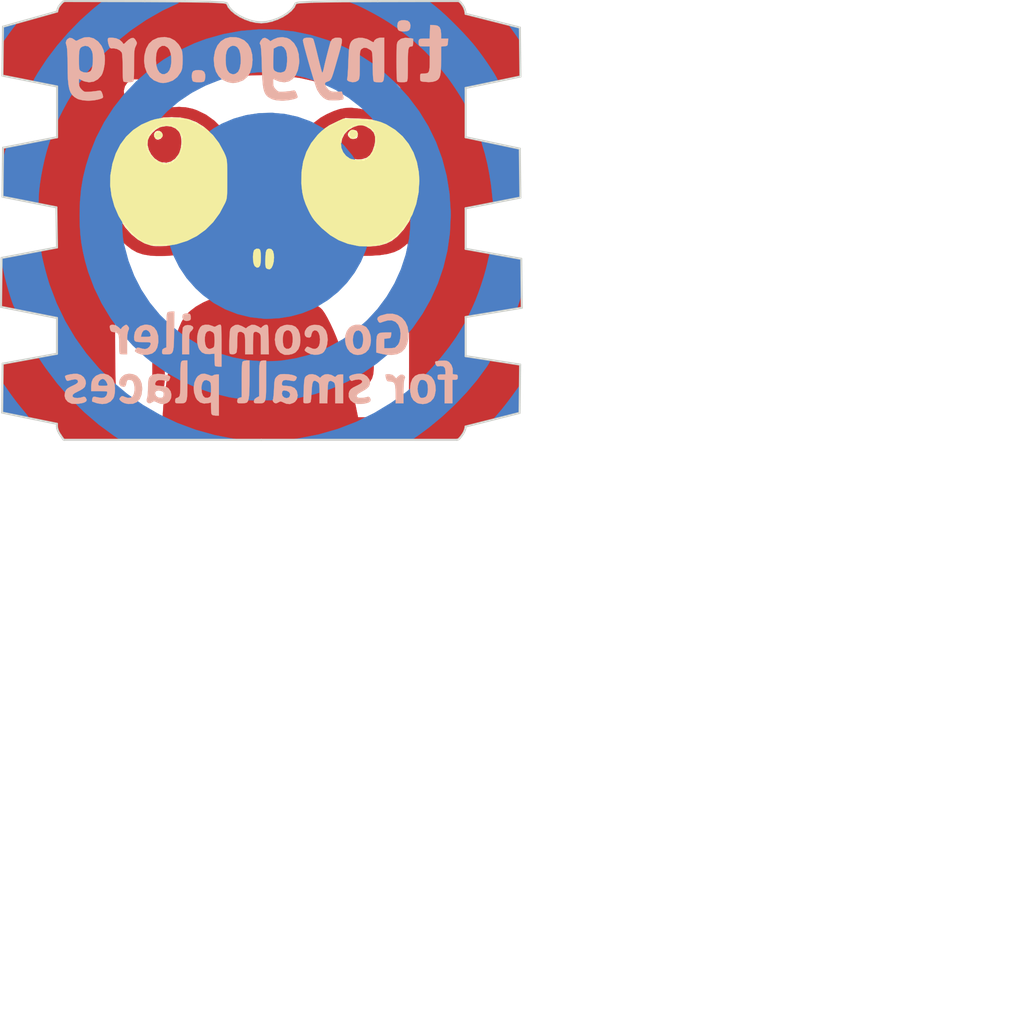
<source format=kicad_pcb>

(kicad_pcb (version 4) (host pcbnew 4.0.7)

	(general
		(links 0)
		(no_connects 0)
		(area 77.052499 41.877835 92.193313 53.630501)
		(thickness 1.6)
		(drawings 8)
		(tracks 0)
		(zones 0)
		(modules 1)
		(nets 1)
	)

	(page A4)
	(layers
		(0 F.Cu signal)
		(31 B.Cu signal)
		(32 B.Adhes user)
		(33 F.Adhes user)
		(34 B.Paste user)
		(35 F.Paste user)
		(36 B.SilkS user)
		(37 F.SilkS user)
		(38 B.Mask user)
		(39 F.Mask user)
		(40 Dwgs.User user)
		(41 Cmts.User user)
		(42 Eco1.User user)
		(43 Eco2.User user)
		(44 Edge.Cuts user)
		(45 Margin user)
		(46 B.CrtYd user)
		(47 F.CrtYd user)
		(48 B.Fab user)
		(49 F.Fab user)
	)

	(setup
		(last_trace_width 0.25)
		(trace_clearance 0.2)
		(zone_clearance 0.508)
		(zone_45_only no)
		(trace_min 0.2)
		(segment_width 0.2)
		(edge_width 0.15)
		(via_size 0.6)
		(via_drill 0.4)
		(via_min_size 0.4)
		(via_min_drill 0.3)
		(uvia_size 0.3)
		(uvia_drill 0.1)
		(uvias_allowed no)
		(uvia_min_size 0.2)
		(uvia_min_drill 0.1)
		(pcb_text_width 0.3)
		(pcb_text_size 1.5 1.5)
		(mod_edge_width 0.15)
		(mod_text_size 1 1)
		(mod_text_width 0.15)
		(pad_size 1.524 1.524)
		(pad_drill 0.762)
		(pad_to_mask_clearance 0.2)
		(aux_axis_origin 0 0)
		(visible_elements FFFFFF7F)
		(pcbplotparams
			(layerselection 0x010f0_80000001)
			(usegerberextensions false)
			(excludeedgelayer true)
			(linewidth 0.100000)
			(plotframeref false)
			(viasonmask false)
			(mode 1)
			(useauxorigin false)
			(hpglpennumber 1)
			(hpglpenspeed 20)
			(hpglpendiameter 15)
			(hpglpenoverlay 2)
			(psnegative false)
			(psa4output false)
			(plotreference true)
			(plotvalue true)
			(plotinvisibletext false)
			(padsonsilk false)
			(subtractmaskfromsilk false)
			(outputformat 1)
			(mirror false)
			(drillshape 1)
			(scaleselection 1)
			(outputdirectory gerbers/))
	)

	(net 0 "")

	(net_class Default "This is the default net class."
		(clearance 0.2)
		(trace_width 0.25)
		(via_dia 0.6)
		(via_drill 0.4)
		(uvia_dia 0.3)
		(uvia_drill 0.1)
	)
(module LOGO (layer F.Cu)
  (at 0 0)
 (fp_text reference "G***" (at 0 0) (layer F.SilkS) hide
  (effects (font (thickness 0.3)))
  )
  (fp_text value "LOGO" (at 0.75 0) (layer F.SilkS) hide
  (effects (font (thickness 0.3)))
  )
  (fp_poly (pts (xy -47.332878 -36.934398) (xy -47.328666 -36.922942) (xy -47.317125 -36.822283) (xy -47.285302 -36.657326) (xy -47.237401 -36.444824) (xy -47.177625 -36.201528) (xy -47.110177 -35.944191) (xy -47.039262 -35.689563)
     (xy -46.969081 -35.454398) (xy -46.928263 -35.327166) (xy -46.586447 -34.428997) (xy -46.173487 -33.573551) (xy -45.693073 -32.763949) (xy -45.148896 -32.003311) (xy -44.544645 -31.294758) (xy -43.884010 -30.641409)
     (xy -43.170682 -30.046386) (xy -42.408350 -29.512809) (xy -41.600704 -29.043797) (xy -40.751434 -28.642472) (xy -39.864231 -28.311954) (xy -38.942783 -28.055363) (xy -38.144381 -27.899142) (xy -37.655500 -27.821511)
     (xy -40.579205 -27.817255) (xy -43.502909 -27.813000) (xy -43.796538 -28.009565) (xy -44.534259 -28.548713) (xy -45.248163 -29.159934) (xy -45.926471 -29.831494) (xy -46.557404 -30.551660) (xy -47.129181 -31.308698)
     (xy -47.175013 -31.374860) (xy -47.285012 -31.536363) (xy -47.374777 -31.671167) (xy -47.434813 -31.764806) (xy -47.455666 -31.802537) (xy -47.416772 -31.817463) (xy -47.311509 -31.842602) (xy -47.157007 -31.874155)
     (xy -47.011167 -31.901158) (xy -46.566667 -31.980128) (xy -46.566667 -33.727373) (xy -47.508583 -33.909065) (xy -47.785285 -33.963134) (xy -48.038133 -34.013849) (xy -48.253847 -34.058444) (xy -48.419148 -34.094149)
     (xy -48.520755 -34.118196) (xy -48.542689 -34.124667) (xy -48.585671 -34.154557) (xy -48.630028 -34.219549) (xy -48.681058 -34.331250) (xy -48.744057 -34.501266) (xy -48.824323 -34.741202) (xy -48.824866 -34.742872)
     (xy -48.917513 -35.042234) (xy -49.004966 -35.351632) (xy -49.083456 -35.655191) (xy -49.149214 -35.937034) (xy -49.198470 -36.181287) (xy -49.227456 -36.372074) (xy -49.233667 -36.464680) (xy -49.231088 -36.565224)
     (xy -49.224722 -36.617548) (xy -49.223083 -36.619597) (xy -49.180335 -36.627626) (xy -49.066323 -36.649436) (xy -48.892913 -36.682749) (xy -48.671970 -36.725281) (xy -48.415358 -36.774753) (xy -48.270583 -36.802692)
     (xy -47.959442 -36.861874) (xy -47.722177 -36.904640) (xy -47.549838 -36.932133) (xy -47.433475 -36.945495) (xy -47.364139 -36.945869) (xy -47.332878 -36.934398) )(layer B.Cu) (width  0.010000)
  )
  (fp_poly (pts (xy -26.797000 -32.711624) (xy -26.796769 -32.426797) (xy -26.795237 -32.215341) (xy -26.791143 -32.065961) (xy -26.783228 -31.967360) (xy -26.770230 -31.908244) (xy -26.750890 -31.877317) (xy -26.723948 -31.863282)
     (xy -26.701750 -31.857866) (xy -26.621917 -31.843477) (xy -26.479995 -31.820681) (xy -26.297732 -31.792891) (xy -26.140833 -31.769840) (xy -25.947544 -31.741047) (xy -25.782864 -31.714907) (xy -25.666373 -31.694627)
     (xy -25.620513 -31.684609) (xy -25.612238 -31.643492) (xy -25.658437 -31.542263) (xy -25.759850 -31.379361) (xy -25.778099 -31.352132) (xy -26.228754 -30.737224) (xy -26.747973 -30.121873) (xy -27.321028 -29.520850)
     (xy -27.933195 -28.948923) (xy -28.569746 -28.420859) (xy -29.067387 -28.053333) (xy -29.411608 -27.813000) (xy -35.369500 -27.820508) (xy -34.861500 -27.897750) (xy -33.907285 -28.084508) (xy -32.983639 -28.350056)
     (xy -32.090026 -28.694627) (xy -31.225908 -29.118452) (xy -30.390749 -29.621762) (xy -29.675666 -30.133438) (xy -29.261697 -30.479107) (xy -28.831978 -30.886108) (xy -28.401850 -31.337020) (xy -27.986653 -31.814423)
     (xy -27.601728 -32.300896) (xy -27.262416 -32.779020) (xy -27.052890 -33.111827) (xy -26.797000 -33.544634) (xy -26.797000 -32.711624) )(layer B.Cu) (width  0.010000)
  )
  (fp_poly (pts (xy -24.181782 -29.796966) (xy -24.178916 -29.572975) (xy -24.178781 -29.380506) (xy -24.181204 -29.234704) (xy -24.186014 -29.150714) (xy -24.189311 -29.136578) (xy -24.234960 -29.120133) (xy -24.348249 -29.087405)
     (xy -24.514616 -29.042377) (xy -24.719496 -28.989035) (xy -24.844175 -28.957382) (xy -25.479793 -28.797432) (xy -25.180836 -29.141299) (xy -25.035203 -29.315353) (xy -24.863350 -29.530808) (xy -24.687343 -29.759521)
     (xy -24.537690 -29.961637) (xy -24.193500 -30.438108) (xy -24.181782 -29.796966) )(layer B.Cu) (width  0.010000)
  )
  (fp_poly (pts (xy -48.863250 -30.106574) (xy -48.702499 -29.884384) (xy -48.519098 -29.642689) (xy -48.337583 -29.413274) (xy -48.205577 -29.254540) (xy -48.083253 -29.107858) (xy -47.990644 -28.988028) (xy -47.936452 -28.906996)
     (xy -47.929374 -28.876705) (xy -47.930410 -28.876736) (xy -47.989351 -28.887198) (xy -48.114896 -28.912348) (xy -48.290921 -28.948866) (xy -48.501301 -28.993432) (xy -48.598666 -29.014319) (xy -49.212500 -29.146500)
     (xy -49.210576 -29.326416) (xy -49.209131 -29.439499) (xy -49.206632 -29.613287) (xy -49.203433 -29.823830) (xy -49.199992 -30.040867) (xy -49.191333 -30.575400) (xy -48.863250 -30.106574) )(layer B.Cu) (width  0.010000)
  )
  (fp_poly (pts (xy -35.956654 -47.677444) (xy -35.109541 -47.586491) (xy -34.273863 -47.414532) (xy -33.454837 -47.161925) (xy -32.657679 -46.829030) (xy -32.501686 -46.753026) (xy -31.874270 -46.412172) (xy -31.301915 -46.040123)
     (xy -30.761695 -45.620366) (xy -30.230683 -45.136386) (xy -30.158141 -45.064918) (xy -29.565988 -44.418465) (xy -29.045936 -43.728815) (xy -28.599390 -42.999363) (xy -28.227756 -42.233503) (xy -27.932441 -41.434631)
     (xy -27.714851 -40.606139) (xy -27.576390 -39.751424) (xy -27.518467 -38.873878) (xy -27.516666 -38.687576) (xy -27.557508 -37.825696) (xy -27.677770 -36.985428) (xy -27.874065 -36.170762) (xy -28.143000 -35.385686)
     (xy -28.481185 -34.634191) (xy -28.885231 -33.920264) (xy -29.351746 -33.247895) (xy -29.877340 -32.621075) (xy -30.458622 -32.043791) (xy -31.092202 -31.520033) (xy -31.774690 -31.053791) (xy -32.502695 -30.649053)
     (xy -33.272827 -30.309809) (xy -34.081694 -30.040048) (xy -34.925908 -29.843760) (xy -35.052000 -29.821473) (xy -35.214134 -29.800882) (xy -35.439644 -29.781775) (xy -35.710753 -29.764756) (xy -36.009687 -29.750425)
     (xy -36.318668 -29.739385) (xy -36.619922 -29.732239) (xy -36.895673 -29.729589) (xy -37.128145 -29.732036) (xy -37.299563 -29.740184) (xy -37.338000 -29.744019) (xy -38.226808 -29.885570) (xy -39.062634 -30.090252)
     (xy -39.851723 -30.360693) (xy -40.600322 -30.699523) (xy -41.314678 -31.109371) (xy -42.001035 -31.592866) (xy -42.298980 -31.832290) (xy -42.908807 -32.395392) (xy -43.466393 -33.020232) (xy -43.966161 -33.697902)
     (xy -44.402532 -34.419493) (xy -44.769928 -35.176096) (xy -45.062771 -35.958803) (xy -45.212549 -36.485564) (xy -45.315152 -36.932773) (xy -45.389309 -37.345387) (xy -45.438414 -37.752214) (xy -45.465863 -38.182063)
     (xy -45.474793 -38.650333) (xy -43.411518 -38.650333) (xy -43.411012 -38.324224) (xy -43.407736 -38.066251) (xy -43.400569 -37.859902) (xy -43.388387 -37.688661) (xy -43.370069 -37.536016) (xy -43.344493 -37.385453)
     (xy -43.316120 -37.246362) (xy -43.111772 -36.485225) (xy -42.834802 -35.764311) (xy -42.488018 -35.087207) (xy -42.074228 -34.457499) (xy -41.596239 -33.878774) (xy -41.056859 -33.354620) (xy -40.458895 -32.888624)
     (xy -39.805156 -32.484373) (xy -39.444475 -32.299933) (xy -38.765037 -32.020057) (xy -38.056395 -31.812362) (xy -37.330912 -31.678903) (xy -36.600954 -31.621738) (xy -35.878886 -31.642924) (xy -35.643556 -31.667571)
     (xy -35.011980 -31.770311) (xy -34.425498 -31.919449) (xy -33.853229 -32.124017) (xy -33.413309 -32.319958) (xy -32.746508 -32.685927) (xy -32.129485 -33.117687) (xy -31.566175 -33.609897) (xy -31.060511 -34.157214)
     (xy -30.616426 -34.754297) (xy -30.237853 -35.395802) (xy -29.928727 -36.076388) (xy -29.692981 -36.790713) (xy -29.534547 -37.533434) (xy -29.524146 -37.601959) (xy -29.480939 -38.019519) (xy -29.464025 -38.481606)
     (xy -29.472471 -38.961035) (xy -29.505344 -39.430621) (xy -29.561713 -39.863181) (xy -29.610175 -40.110153) (xy -29.823244 -40.858229) (xy -30.107853 -41.567130) (xy -30.460093 -42.232766) (xy -30.876053 -42.851047)
     (xy -31.351824 -43.417884) (xy -31.883494 -43.929187) (xy -32.467154 -44.380866) (xy -33.098894 -44.768830) (xy -33.774803 -45.088990) (xy -34.490970 -45.337257) (xy -34.649169 -45.380677) (xy -35.398685 -45.539506)
     (xy -36.131322 -45.617199) (xy -36.855265 -45.613494) (xy -37.578697 -45.528129) (xy -38.309803 -45.360840) (xy -38.664777 -45.251726) (xy -39.378291 -44.971532) (xy -40.046895 -44.621352) (xy -40.667139 -44.205020)
     (xy -41.235571 -43.726369) (xy -41.748742 -43.189235) (xy -42.203199 -42.597452) (xy -42.595494 -41.954854) (xy -42.922174 -41.265276) (xy -43.179789 -40.532553) (xy -43.291192 -40.110833) (xy -43.330334 -39.938829)
     (xy -43.359857 -39.790848) (xy -43.381130 -39.650262) (xy -43.395523 -39.500445) (xy -43.404407 -39.324770) (xy -43.409150 -39.106608) (xy -43.411124 -38.829334) (xy -43.411518 -38.650333) (xy -45.474793 -38.650333)
     (xy -45.475049 -38.663744) (xy -45.475095 -38.713833) (xy -45.457963 -39.357888) (xy -45.404176 -39.950785) (xy -45.309272 -40.519672) (xy -45.168786 -41.091700) (xy -44.991361 -41.656000) (xy -44.677667 -42.441740)
     (xy -44.290301 -43.190969) (xy -43.834079 -43.898928) (xy -43.313815 -44.560864) (xy -42.734323 -45.172018) (xy -42.100417 -45.727635) (xy -41.416913 -46.222958) (xy -40.688625 -46.653232) (xy -39.920367 -47.013700)
     (xy -39.355139 -47.224029) (xy -38.514445 -47.460684) (xy -37.664323 -47.614899) (xy -36.809987 -47.687033) (xy -35.956654 -47.677444) )(layer B.Cu) (width  0.010000)
  )
  (fp_poly (pts (xy -25.584580 -36.824946) (xy -25.471297 -36.811726) (xy -25.306427 -36.788213) (xy -25.105809 -36.756944) (xy -24.885280 -36.720454) (xy -24.660676 -36.681280) (xy -24.447836 -36.641958) (xy -24.288750 -36.610468)
     (xy -24.087666 -36.568984) (xy -24.087172 -35.694075) (xy -24.087507 -35.397163) (xy -24.089824 -35.169856) (xy -24.095519 -34.997095) (xy -24.105988 -34.863820) (xy -24.122628 -34.754973) (xy -24.146835 -34.655493)
     (xy -24.180006 -34.550322) (xy -24.198127 -34.497419) (xy -24.309576 -34.175672) (xy -25.415705 -33.997242) (xy -25.714813 -33.948651) (xy -25.988871 -33.903481) (xy -26.226005 -33.863740) (xy -26.414341 -33.831437)
     (xy -26.542005 -33.808581) (xy -26.595916 -33.797553) (xy -26.657798 -33.788191) (xy -26.670000 -33.794873) (xy -26.652820 -33.838133) (xy -26.606108 -33.941871) (xy -26.537101 -34.090300) (xy -26.457401 -34.258508)
     (xy -26.324574 -34.560721) (xy -26.185017 -34.920250) (xy -26.047472 -35.311172) (xy -25.920682 -35.707564) (xy -25.813392 -36.083501) (xy -25.740472 -36.384128) (xy -25.700717 -36.562430) (xy -25.665752 -36.707471)
     (xy -25.640182 -36.800783) (xy -25.630440 -36.825337) (xy -25.584580 -36.824946) )(layer B.Cu) (width  0.010000)
  )
  (fp_poly (pts (xy -46.972929 -42.109624) (xy -47.073483 -41.782134) (xy -47.169766 -41.409568) (xy -47.258001 -41.012128) (xy -47.334411 -40.610010) (xy -47.395220 -40.223415) (xy -47.436651 -39.872541) (xy -47.454928 -39.577586)
     (xy -47.455472 -39.528750) (xy -47.459854 -39.386395) (xy -47.471172 -39.285410) (xy -47.487000 -39.247173) (xy -47.487416 -39.247204) (xy -47.537664 -39.256718) (xy -47.656237 -39.280329) (xy -47.828529 -39.315093)
     (xy -48.039931 -39.358069) (xy -48.196500 -39.390057) (xy -48.438401 -39.439324) (xy -48.662997 -39.484610) (xy -48.851919 -39.522244) (xy -48.986797 -39.548556) (xy -49.032583 -39.557105) (xy -49.191333 -39.585503)
     (xy -49.191876 -40.462001) (xy -49.190292 -40.797804) (xy -49.184476 -41.063750) (xy -49.173530 -41.274585) (xy -49.156556 -41.445053) (xy -49.132657 -41.589898) (xy -49.119521 -41.650143) (xy -49.079081 -41.801703)
     (xy -49.038873 -41.917226) (xy -49.006628 -41.975066) (xy -49.002562 -41.977581) (xy -48.950410 -41.989757) (xy -48.826888 -42.015699) (xy -48.643738 -42.053031) (xy -48.412705 -42.099377) (xy -48.145531 -42.152360)
     (xy -47.916071 -42.197457) (xy -46.873643 -42.401537) (xy -46.972929 -42.109624) )(layer B.Cu) (width  0.010000)
  )
  (fp_poly (pts (xy -25.978142 -42.272190) (xy -25.865940 -42.253778) (xy -25.700199 -42.223315) (xy -25.495514 -42.183787) (xy -25.266477 -42.138181) (xy -25.027684 -42.089483) (xy -24.793728 -42.040681) (xy -24.579202 -41.994759)
     (xy -24.398700 -41.954706) (xy -24.266816 -41.923506) (xy -24.198144 -41.904148) (xy -24.191980 -41.901026) (xy -24.188402 -41.857220) (xy -24.184205 -41.739677) (xy -24.179631 -41.559325) (xy -24.174925 -41.327088)
     (xy -24.170329 -41.053894) (xy -24.166086 -40.750668) (xy -24.165677 -40.717975) (xy -24.151166 -39.547117) (xy -24.722666 -39.436180) (xy -24.939661 -39.393918) (xy -25.132791 -39.356043) (xy -25.283719 -39.326169)
     (xy -25.374111 -39.307912) (xy -25.384483 -39.305720) (xy -25.430404 -39.302011) (xy -25.459983 -39.325988) (xy -25.479491 -39.393868) (xy -25.495198 -39.521870) (xy -25.503618 -39.613848) (xy -25.562690 -40.146427)
     (xy -25.644923 -40.682301) (xy -25.745872 -41.198148) (xy -25.861096 -41.670645) (xy -25.955607 -41.986787) (xy -25.997262 -42.125204) (xy -26.021144 -42.229177) (xy -26.022212 -42.275565) (xy -25.978142 -42.272190) )(layer B.Cu) (width  0.010000)
  )
  (fp_poly (pts (xy -42.996104 -49.062969) (xy -42.576113 -49.059057) (xy -42.179341 -49.052866) (xy -41.813238 -49.044668) (xy -41.485249 -49.034730) (xy -41.202822 -49.023325) (xy -40.973405 -49.010721) (xy -40.804445 -48.997188)
     (xy -40.703389 -48.982997) (xy -40.677686 -48.968417) (xy -40.683932 -48.964732) (xy -41.472124 -48.596098) (xy -42.246819 -48.152559) (xy -42.994738 -47.643875) (xy -43.702596 -47.079808) (xy -44.357113 -46.470119)
     (xy -44.926167 -45.847107) (xy -45.213590 -45.482324) (xy -45.511538 -45.064901) (xy -45.802209 -44.621986) (xy -46.067800 -44.180725) (xy -46.290509 -43.768267) (xy -46.294172 -43.760962) (xy -46.564906 -43.220091)
     (xy -46.576370 -44.076520) (xy -46.587833 -44.932950) (xy -47.074666 -45.029420) (xy -47.276351 -45.069697) (xy -47.454780 -45.105899) (xy -47.589264 -45.133794) (xy -47.655294 -45.148219) (xy -47.692792 -45.161478)
     (xy -47.707653 -45.187224) (xy -47.695228 -45.238170) (xy -47.650867 -45.327029) (xy -47.569921 -45.466514) (xy -47.490694 -45.598281) (xy -47.061152 -46.251172) (xy -46.565618 -46.902770) (xy -46.020870 -47.533955)
     (xy -45.443687 -48.125610) (xy -44.850844 -48.658616) (xy -44.688576 -48.791347) (xy -44.347385 -49.064333) (xy -43.431867 -49.064333) (xy -42.996104 -49.062969) )(layer B.Cu) (width  0.010000)
  )
  (fp_poly (pts (xy -28.235204 -48.783551) (xy -28.019722 -48.603665) (xy -27.765547 -48.373311) (xy -27.487607 -48.107542) (xy -27.200829 -47.821414) (xy -26.920141 -47.529981) (xy -26.660469 -47.248297) (xy -26.436743 -46.991417)
     (xy -26.336216 -46.868422) (xy -26.162385 -46.643272) (xy -25.986019 -46.404087) (xy -25.813759 -46.161029) (xy -25.652246 -45.924258) (xy -25.508121 -45.703935) (xy -25.388023 -45.510223) (xy -25.298594 -45.353281)
     (xy -25.246474 -45.243272) (xy -25.238304 -45.190356) (xy -25.239021 -45.189534) (xy -25.284459 -45.175517) (xy -25.399564 -45.147781) (xy -25.571003 -45.109318) (xy -25.785443 -45.063120) (xy -26.025937 -45.012924)
     (xy -26.794241 -44.854926) (xy -26.807859 -44.430213) (xy -26.814312 -44.258376) (xy -26.820997 -44.129315) (xy -26.826999 -44.058390) (xy -26.830405 -44.052055) (xy -26.861386 -44.125837) (xy -26.932589 -44.255027)
     (xy -27.035291 -44.425950) (xy -27.160769 -44.624930) (xy -27.300299 -44.838289) (xy -27.445159 -45.052351) (xy -27.586626 -45.253440) (xy -27.664749 -45.360166) (xy -28.199062 -46.026811) (xy -28.764193 -46.630714)
     (xy -29.374671 -47.185477) (xy -30.045026 -47.704702) (xy -30.507489 -48.021562) (xy -30.736600 -48.164921) (xy -31.003425 -48.321023) (xy -31.288880 -48.479686) (xy -31.573879 -48.630724) (xy -31.839336 -48.763954)
     (xy -32.066167 -48.869191) (xy -32.194500 -48.921779) (xy -32.406166 -49.000833) (xy -31.898166 -49.026843) (xy -31.727449 -49.033503) (xy -31.487319 -49.039906) (xy -31.193033 -49.045799) (xy -30.859847 -49.050926)
     (xy -30.503014 -49.055034) (xy -30.137791 -49.057870) (xy -29.992037 -49.058593) (xy -28.593907 -49.064333) (xy -28.235204 -48.783551) )(layer B.Cu) (width  0.010000)
  )
  (fp_poly (pts (xy -48.555357 -47.940738) (xy -48.585322 -47.884981) (xy -48.642970 -47.815500) (xy -48.699595 -47.744483) (xy -48.789758 -47.624583) (xy -48.898277 -47.476158) (xy -48.955921 -47.395864) (xy -49.194830 -47.060894)
     (xy -49.182498 -47.436816) (xy -49.170166 -47.812739) (xy -48.843242 -47.903452) (xy -48.676827 -47.946684) (xy -48.583362 -47.960209) (xy -48.555357 -47.940738) )(layer B.Cu) (width  0.010000)
  )
  (fp_poly (pts (xy -24.445321 -47.843425) (xy -24.172333 -47.778108) (xy -24.172333 -47.468721) (xy -24.173661 -47.319194) (xy -24.177168 -47.209534) (xy -24.182136 -47.160658) (xy -24.182916 -47.159857) (xy -24.210518 -47.191755)
     (xy -24.266039 -47.270423) (xy -24.284099 -47.297441) (xy -24.357500 -47.405061) (xy -24.457421 -47.547320) (xy -24.546504 -47.671621) (xy -24.718310 -47.908742) (xy -24.445321 -47.843425) )(layer B.Cu) (width  0.010000)
  )
  (fp_poly (pts (xy -35.540292 -43.593267) (xy -34.931189 -43.460415) (xy -34.346405 -43.251910) (xy -34.184166 -43.177907) (xy -33.638284 -42.871595) (xy -33.134154 -42.499745) (xy -32.679982 -42.070864) (xy -32.283973 -41.593461)
     (xy -31.954335 -41.076044) (xy -31.750474 -40.654692) (xy -31.535457 -40.039500) (xy -31.401454 -39.418407) (xy -31.346119 -38.797661) (xy -31.367105 -38.183511) (xy -31.462064 -37.582205) (xy -31.628650 -36.999990)
     (xy -31.864515 -36.443114) (xy -32.167314 -35.917826) (xy -32.534698 -35.430373) (xy -32.964321 -34.987003) (xy -33.453837 -34.593964) (xy -34.000897 -34.257505) (xy -34.189317 -34.162042) (xy -34.703062 -33.954734)
     (xy -35.259868 -33.802176) (xy -35.834190 -33.709503) (xy -36.400480 -33.681851) (xy -36.554833 -33.686494) (xy -37.208039 -33.759163) (xy -37.832826 -33.911267) (xy -38.426269 -34.141505) (xy -38.985439 -34.448574)
     (xy -39.507408 -34.831171) (xy -39.865206 -35.159350) (xy -40.296988 -35.650865) (xy -40.656733 -36.186377) (xy -40.945185 -36.767186) (xy -41.163090 -37.394594) (xy -41.179042 -37.452555) (xy -41.218930 -37.607044)
     (xy -41.248068 -37.742705) (xy -41.268121 -37.877692) (xy -41.280753 -38.030155) (xy -41.287629 -38.218246) (xy -41.290412 -38.460118) (xy -41.290818 -38.671500) (xy -41.289910 -38.961898) (xy -41.286078 -39.185792)
     (xy -41.277656 -39.361331) (xy -41.262980 -39.506667) (xy -41.240385 -39.639954) (xy -41.208208 -39.779341) (xy -41.179042 -39.890444) (xy -40.971865 -40.504491) (xy -40.693397 -41.083163) (xy -40.349157 -41.619568)
     (xy -39.944666 -42.106816) (xy -39.485444 -42.538013) (xy -38.977010 -42.906269) (xy -38.586833 -43.126923) (xy -38.012032 -43.370538) (xy -37.409584 -43.539099) (xy -36.789883 -43.632488) (xy -36.163321 -43.650584)
     (xy -35.540292 -43.593267) )(layer B.Cu) (width  0.010000)
  )
)
(module LOGO (layer F.Cu)
  (at 0 0)
 (fp_text reference "G***" (at 0 0) (layer F.SilkS) hide
  (effects (font (thickness 0.3)))
  )
  (fp_text value "LOGO" (at 0.75 0) (layer F.SilkS) hide
  (effects (font (thickness 0.3)))
  )
  (fp_poly (pts (xy -35.601402 -43.632689) (xy -35.032972 -43.512617) (xy -34.481136 -43.326872) (xy -33.952242 -43.076383) (xy -33.452636 -42.762077) (xy -32.988665 -42.384882) (xy -32.566676 -41.945724) (xy -32.193016 -41.445532)
     (xy -31.899446 -40.936333) (xy -31.649206 -40.350404) (xy -31.479051 -39.751929) (xy -31.386564 -39.147383) (xy -31.369326 -38.543244) (xy -31.424921 -37.945987) (xy -31.550931 -37.362090) (xy -31.744940 -36.798029)
     (xy -32.004530 -36.260281) (xy -32.327283 -35.755322) (xy -32.710782 -35.289628) (xy -33.152611 -34.869677) (xy -33.650351 -34.501946) (xy -34.201586 -34.192909) (xy -34.459333 -34.077661) (xy -34.939317 -33.913114)
     (xy -35.462128 -33.794644) (xy -36.002912 -33.725224) (xy -36.536812 -33.707826) (xy -37.038974 -33.745425) (xy -37.126333 -33.758634) (xy -37.759765 -33.904286) (xy -38.358719 -34.124449) (xy -38.918214 -34.414272)
     (xy -39.433272 -34.768906) (xy -39.898911 -35.183498) (xy -40.310153 -35.653199) (xy -40.662017 -36.173158) (xy -40.949523 -36.738523) (xy -41.167691 -37.344446) (xy -41.279154 -37.803666) (xy -41.311171 -38.038927)
     (xy -41.330020 -38.331992) (xy -41.335958 -38.657074) (xy -41.329242 -38.988382) (xy -41.310129 -39.300125) (xy -41.278877 -39.566515) (xy -41.260579 -39.666333) (xy -41.089741 -40.295965) (xy -40.855643 -40.872909)
     (xy -40.554183 -41.405047) (xy -40.181256 -41.900265) (xy -39.984622 -42.117795) (xy -39.511923 -42.556484) (xy -39.005043 -42.922082) (xy -38.470329 -43.215516) (xy -37.914130 -43.437714) (xy -37.342790 -43.589603)
     (xy -36.762658 -43.672110) (xy -36.180079 -43.686163) (xy -35.601402 -43.632689) )(layer B.Mask) (width  0.010000)
  )
)
(module LOGO (layer F.Cu)
  (at 0 0)
 (fp_text reference "G***" (at 0 0) (layer F.SilkS) hide
  (effects (font (thickness 0.3)))
  )
  (fp_text value "LOGO" (at 0.75 0) (layer F.SilkS) hide
  (effects (font (thickness 0.3)))
  )
  (fp_poly (pts (xy -39.228260 -30.966932) (xy -39.215177 -30.960837) (xy -39.103835 -30.919237) (xy -39.036820 -30.926712) (xy -39.020396 -30.939671) (xy -38.944463 -30.975743) (xy -38.853533 -30.988000) (xy -38.735000 -30.988000)
     (xy -38.735000 -28.998333) (xy -38.899804 -28.998333) (xy -39.032459 -29.015656) (xy -39.090304 -29.065296) (xy -39.104285 -29.142468) (xy -39.113618 -29.272016) (xy -39.116000 -29.383602) (xy -39.116000 -29.634946)
     (xy -39.232416 -29.603882) (xy -39.452630 -29.580001) (xy -39.639230 -29.632721) (xy -39.787683 -29.760055) (xy -39.860317 -29.879229) (xy -39.935898 -30.114173) (xy -39.951672 -30.324006) (xy -39.581042 -30.324006)
     (xy -39.561233 -30.107871) (xy -39.503272 -29.953871) (xy -39.411956 -29.867454) (xy -39.292081 -29.854067) (xy -39.197883 -29.888823) (xy -39.156118 -29.922475) (xy -39.131325 -29.981030) (xy -39.119345 -30.083795)
     (xy -39.116017 -30.250080) (xy -39.116000 -30.268847) (xy -39.118129 -30.439341) (xy -39.128139 -30.546382) (xy -39.151469 -30.611148) (xy -39.193553 -30.654818) (xy -39.219752 -30.673029) (xy -39.348274 -30.722636)
     (xy -39.454454 -30.695172) (xy -39.532022 -30.596696) (xy -39.574709 -30.433262) (xy -39.581042 -30.324006) (xy -39.951672 -30.324006) (xy -39.954569 -30.362542) (xy -39.918767 -30.601401) (xy -39.830928 -30.807816)
     (xy -39.750823 -30.910023) (xy -39.602377 -31.007876) (xy -39.429456 -31.026726) (xy -39.228260 -30.966932) )(layer B.SilkS) (width  0.010000)
  )
  (fp_poly (pts (xy -45.578803 -31.016870) (xy -45.407289 -30.960195) (xy -45.275988 -30.852808) (xy -45.194186 -30.712820) (xy -45.171172 -30.558344) (xy -45.216233 -30.407492) (xy -45.244691 -30.365296) (xy -45.322967 -30.297501)
     (xy -45.448974 -30.219818) (xy -45.555548 -30.167268) (xy -45.723950 -30.080194) (xy -45.810905 -30.001646) (xy -45.818864 -29.928784) (xy -45.792892 -29.892492) (xy -45.707390 -29.855668) (xy -45.574448 -29.847314)
     (xy -45.426435 -29.867625) (xy -45.353597 -29.889831) (xy -45.260146 -29.913088) (xy -45.201579 -29.885036) (xy -45.181508 -29.860573) (xy -45.132128 -29.761363) (xy -45.159160 -29.688501) (xy -45.243750 -29.636085)
     (xy -45.370583 -29.598266) (xy -45.538653 -29.572623) (xy -45.709798 -29.562769) (xy -45.845859 -29.572318) (xy -45.866402 -29.577126) (xy -46.043133 -29.663343) (xy -46.158443 -29.796233) (xy -46.204804 -29.961266)
     (xy -46.174689 -30.143916) (xy -46.168333 -30.159856) (xy -46.118613 -30.250850) (xy -46.043982 -30.322468) (xy -45.922620 -30.392452) (xy -45.827581 -30.436882) (xy -45.670217 -30.514627) (xy -45.582103 -30.578016)
     (xy -45.551132 -30.636138) (xy -45.550666 -30.644710) (xy -45.584018 -30.726174) (xy -45.682578 -30.755987) (xy -45.844103 -30.733671) (xy -45.898296 -30.718624) (xy -46.016144 -30.685867) (xy -46.079818 -30.683406)
     (xy -46.115898 -30.716095) (xy -46.139018 -30.762600) (xy -46.174205 -30.852300) (xy -46.185666 -30.901103) (xy -46.147393 -30.935690) (xy -46.048633 -30.969572) (xy -45.913476 -30.998154) (xy -45.766013 -31.016839)
     (xy -45.630334 -31.021033) (xy -45.578803 -31.016870) )(layer B.SilkS) (width  0.010000)
  )
  (fp_poly (pts (xy -44.087302 -30.962732) (xy -43.927808 -30.842037) (xy -43.845920 -30.724216) (xy -43.790086 -30.555022) (xy -43.764223 -30.345958) (xy -43.768385 -30.129187) (xy -43.802624 -29.936875) (xy -43.844455 -29.834140)
     (xy -43.979589 -29.679388) (xy -44.163649 -29.585518) (xy -44.383292 -29.556041) (xy -44.625174 -29.594471) (xy -44.682833 -29.613387) (xy -44.789085 -29.650992) (xy -44.854451 -29.672848) (xy -44.862750 -29.675029)
     (xy -44.874348 -29.710198) (xy -44.867225 -29.785698) (xy -44.846483 -29.860617) (xy -44.837376 -29.878466) (xy -44.798168 -29.908720) (xy -44.723334 -29.907754) (xy -44.613274 -29.882431) (xy -44.412629 -29.850849)
     (xy -44.268857 -29.879823) (xy -44.178741 -29.970266) (xy -44.161353 -30.010479) (xy -44.138277 -30.104345) (xy -44.142643 -30.158513) (xy -44.143012 -30.158901) (xy -44.193797 -30.169974) (xy -44.308453 -30.178492)
     (xy -44.466194 -30.183162) (xy -44.541722 -30.183666) (xy -44.915666 -30.183666) (xy -44.915042 -30.405916) (xy -44.903122 -30.536939) (xy -44.577000 -30.536939) (xy -44.570099 -30.480258) (xy -44.535733 -30.450584)
     (xy -44.453402 -30.439282) (xy -44.341314 -30.437666) (xy -44.207997 -30.439909) (xy -44.141407 -30.452143) (xy -44.123621 -30.482630) (xy -44.134654 -30.532916) (xy -44.195098 -30.656872) (xy -44.280042 -30.746275)
     (xy -44.357978 -30.776333) (xy -44.457707 -30.739729) (xy -44.540380 -30.651113) (xy -44.576907 -30.542282) (xy -44.577000 -30.536939) (xy -44.903122 -30.536939) (xy -44.895785 -30.617572) (xy -44.832182 -30.774361)
     (xy -44.713414 -30.899164) (xy -44.665373 -30.933813) (xy -44.477189 -31.014018) (xy -44.277464 -31.021858) (xy -44.087302 -30.962732) )(layer B.SilkS) (width  0.010000)
  )
  (fp_poly (pts (xy -42.903694 -31.003958) (xy -42.738442 -30.936971) (xy -42.684983 -30.896220) (xy -42.548248 -30.732087) (xy -42.472090 -30.541982) (xy -42.447727 -30.303136) (xy -42.447753 -30.281188) (xy -42.479901 -30.011507)
     (xy -42.568485 -29.800244) (xy -42.708250 -29.651691) (xy -42.893942 -29.570135) (xy -43.120306 -29.559867) (xy -43.289276 -29.594178) (xy -43.409140 -29.649022) (xy -43.496921 -29.717360) (xy -43.548573 -29.784365)
     (xy -43.541222 -29.834650) (xy -43.498921 -29.885762) (xy -43.438435 -29.939646) (xy -43.378167 -29.940730) (xy -43.303962 -29.906929) (xy -43.136263 -29.851087) (xy -42.994080 -29.865260) (xy -42.911611 -29.922177)
     (xy -42.848827 -30.041966) (xy -42.816475 -30.210131) (xy -42.817783 -30.394872) (xy -42.848537 -30.543500) (xy -42.894952 -30.654631) (xy -42.952915 -30.707376) (xy -43.040964 -30.725990) (xy -43.138087 -30.725208)
     (xy -43.184445 -30.683509) (xy -43.203250 -30.620157) (xy -43.235052 -30.490306) (xy -43.266141 -30.423255) (xy -43.310883 -30.398493) (xy -43.360705 -30.395333) (xy -43.479110 -30.424678) (xy -43.545082 -30.501569)
     (xy -43.561311 -30.609289) (xy -43.530491 -30.731122) (xy -43.455313 -30.850353) (xy -43.338469 -30.950265) (xy -43.265302 -30.987736) (xy -43.091560 -31.022811) (xy -42.903694 -31.003958) )(layer B.SilkS) (width  0.010000)
  )
  (fp_poly (pts (xy -41.495069 -31.008367) (xy -41.272445 -30.965141) (xy -41.197030 -30.941657) (xy -41.111555 -30.903937) (xy -41.090994 -30.853883) (xy -41.114290 -30.769793) (xy -41.157668 -30.682074) (xy -41.214823 -30.660845)
     (xy -41.248623 -30.667541) (xy -41.478689 -30.716617) (xy -41.648575 -30.718444) (xy -41.753304 -30.672974) (xy -41.754113 -30.672172) (xy -41.811020 -30.584544) (xy -41.825333 -30.524241) (xy -41.812308 -30.481206)
     (xy -41.761366 -30.454491) (xy -41.654709 -30.437976) (xy -41.551534 -30.430096) (xy -41.379183 -30.411534) (xy -41.263430 -30.376867) (xy -41.176543 -30.317524) (xy -41.171182 -30.312560) (xy -41.071194 -30.169535)
     (xy -41.032745 -30.003094) (xy -41.053661 -29.836617) (xy -41.131766 -29.693489) (xy -41.236527 -29.610170) (xy -41.394950 -29.556001) (xy -41.554103 -29.566972) (xy -41.718412 -29.632778) (xy -41.826436 -29.682475)
     (xy -41.891686 -29.691272) (xy -41.943969 -29.661858) (xy -41.952946 -29.653945) (xy -42.059226 -29.597021) (xy -42.154776 -29.606615) (xy -42.218879 -29.668912) (xy -42.230819 -29.770098) (xy -42.212557 -29.827079)
     (xy -42.191358 -29.915197) (xy -42.174850 -30.062971) (xy -42.173398 -30.090943) (xy -41.825333 -30.090943) (xy -41.788198 -29.963589) (xy -41.691392 -29.877969) (xy -41.556812 -29.853127) (xy -41.552330 -29.853529)
     (xy -41.460770 -29.874775) (xy -41.420942 -29.932967) (xy -41.409899 -30.003777) (xy -41.412229 -30.105314) (xy -41.458920 -30.160967) (xy -41.514080 -30.186042) (xy -41.652006 -30.214431) (xy -41.760554 -30.192636)
     (xy -41.819849 -30.126731) (xy -41.825333 -30.090943) (xy -42.173398 -30.090943) (xy -42.165373 -30.245419) (xy -42.164000 -30.345572) (xy -42.158315 -30.578666) (xy -42.136743 -30.743173) (xy -42.092508 -30.854679)
     (xy -42.018831 -30.928773) (xy -41.908938 -30.981041) (xy -41.884010 -30.989592) (xy -41.710199 -31.017304) (xy -41.495069 -31.008367) )(layer B.SilkS) (width  0.010000)
  )
  (fp_poly (pts (xy -35.357083 -30.994804) (xy -35.186043 -30.964760) (xy -35.053578 -30.922013) (xy -34.978033 -30.871693) (xy -34.967333 -30.844641) (xy -34.990749 -30.769661) (xy -35.020250 -30.720728) (xy -35.059875 -30.681754)
     (xy -35.117379 -30.668896) (xy -35.217067 -30.680392) (xy -35.313163 -30.699492) (xy -35.495659 -30.723470) (xy -35.613159 -30.701335) (xy -35.673843 -30.629559) (xy -35.687000 -30.538316) (xy -35.679267 -30.478284)
     (xy -35.641645 -30.448464) (xy -35.552501 -30.438473) (xy -35.477325 -30.437666) (xy -35.243453 -30.409803) (xy -35.072878 -30.326757) (xy -34.966570 -30.189348) (xy -34.925499 -29.998394) (xy -34.925000 -29.971319)
     (xy -34.954202 -29.796069) (xy -35.047673 -29.669812) (xy -35.135819 -29.612605) (xy -35.302671 -29.555665) (xy -35.465473 -29.569478) (xy -35.604678 -29.628664) (xy -35.708699 -29.677154) (xy -35.776196 -29.681556)
     (xy -35.834393 -29.649831) (xy -35.930285 -29.602326) (xy -35.989935 -29.591000) (xy -36.060282 -29.620097) (xy -36.115077 -29.685513) (xy -36.131758 -29.754440) (xy -36.119427 -29.779311) (xy -36.105632 -29.831343)
     (xy -36.091094 -29.949802) (xy -36.082501 -30.056272) (xy -35.687000 -30.056272) (xy -35.654358 -29.947120) (xy -35.573528 -29.872966) (xy -35.470155 -29.842330) (xy -35.369883 -29.863735) (xy -35.306000 -29.929666)
     (xy -35.285655 -30.041438) (xy -35.339052 -30.137467) (xy -35.455293 -30.199917) (xy -35.473948 -30.204529) (xy -35.599316 -30.215881) (xy -35.665828 -30.173768) (xy -35.686878 -30.068870) (xy -35.687000 -30.056272)
     (xy -36.082501 -30.056272) (xy -36.077640 -30.116488) (xy -36.068000 -30.291924) (xy -36.057633 -30.502242) (xy -36.045613 -30.646217) (xy -36.027713 -30.742131) (xy -35.999709 -30.808268) (xy -35.957373 -30.862910)
     (xy -35.929350 -30.891796) (xy -35.852606 -30.958080) (xy -35.772248 -30.993125) (xy -35.657960 -31.006100) (xy -35.548350 -31.007019) (xy -35.357083 -30.994804) )(layer B.SilkS) (width  0.010000)
  )
  (fp_poly (pts (xy -31.727661 -30.993453) (xy -31.571458 -30.894951) (xy -31.462659 -30.753035) (xy -31.435420 -30.678853) (xy -31.425479 -30.534938) (xy -31.478021 -30.408710) (xy -31.600015 -30.290714) (xy -31.798432 -30.171497)
     (xy -31.816080 -30.162500) (xy -31.967325 -30.076766) (xy -32.047522 -30.005946) (xy -32.067500 -29.950833) (xy -32.049793 -29.892339) (xy -31.982488 -29.862579) (xy -31.904865 -29.852796) (xy -31.757613 -29.856119)
     (xy -31.619704 -29.882275) (xy -31.611204 -29.885102) (xy -31.501053 -29.909864) (xy -31.436878 -29.876884) (xy -31.394316 -29.777989) (xy -31.407470 -29.694042) (xy -31.501294 -29.628481) (xy -31.673578 -29.582387)
     (xy -31.834666 -29.562692) (xy -32.022151 -29.561508) (xy -32.169001 -29.598310) (xy -32.215618 -29.620100) (xy -32.365690 -29.738708) (xy -32.446794 -29.896144) (xy -32.451708 -30.075622) (xy -32.416689 -30.187390)
     (xy -32.348924 -30.277198) (xy -32.232545 -30.359527) (xy -32.051686 -30.448859) (xy -32.034311 -30.456585) (xy -31.875996 -30.540901) (xy -31.801602 -30.616941) (xy -31.810838 -30.685190) (xy -31.869181 -30.729816)
     (xy -31.961723 -30.746819) (xy -32.093281 -30.737139) (xy -32.224402 -30.705886) (xy -32.293216 -30.674898) (xy -32.342615 -30.684932) (xy -32.392610 -30.748990) (xy -32.424149 -30.838740) (xy -32.427333 -30.874358)
     (xy -32.388839 -30.921274) (xy -32.288375 -30.966809) (xy -32.148465 -31.004213) (xy -31.991635 -31.026735) (xy -31.906848 -31.030333) (xy -31.727661 -30.993453) )(layer B.SilkS) (width  0.010000)
  )
  (fp_poly (pts (xy -28.820823 -31.017956) (xy -28.606731 -30.972122) (xy -28.448550 -30.869840) (xy -28.330840 -30.700239) (xy -28.311824 -30.659615) (xy -28.253961 -30.444027) (xy -28.247816 -30.202232) (xy -28.291720 -29.970115)
     (xy -28.350154 -29.834655) (xy -28.482964 -29.683575) (xy -28.662874 -29.587956) (xy -28.868450 -29.553546) (xy -29.078255 -29.586096) (xy -29.156819 -29.618290) (xy -29.318931 -29.738522) (xy -29.424775 -29.914257)
     (xy -29.476868 -30.150655) (xy -29.483525 -30.287798) (xy -29.483357 -30.289500) (xy -29.125333 -30.289500) (xy -29.107798 -30.142993) (xy -29.065348 -29.995171) (xy -29.062841 -29.989049) (xy -29.012655 -29.890854)
     (xy -28.954318 -29.852761) (xy -28.862723 -29.852826) (xy -28.736898 -29.893490) (xy -28.671839 -29.972000) (xy -28.639922 -30.077931) (xy -28.620907 -30.223129) (xy -28.618581 -30.289500) (xy -28.636339 -30.498092)
     (xy -28.692143 -30.636048) (xy -28.789794 -30.710161) (xy -28.862723 -30.726174) (xy -28.957862 -30.725444) (xy -29.015063 -30.684888) (xy -29.062841 -30.589950) (xy -29.106138 -30.443988) (xy -29.125283 -30.295673)
     (xy -29.125333 -30.289500) (xy -29.483357 -30.289500) (xy -29.456529 -30.559712) (xy -29.374091 -30.771774) (xy -29.239004 -30.920906) (xy -29.054064 -31.004028) (xy -28.822063 -31.018062) (xy -28.820823 -31.017956) )(layer B.SilkS) (width  0.010000)
  )
  (fp_poly (pts (xy -40.259000 -30.722253) (xy -40.259585 -30.383967) (xy -40.263360 -30.120891) (xy -40.273352 -29.923572) (xy -40.292589 -29.782551) (xy -40.324098 -29.688375) (xy -40.370907 -29.631588) (xy -40.436045 -29.602733)
     (xy -40.522538 -29.592356) (xy -40.621234 -29.591000) (xy -40.753472 -29.593195) (xy -40.821992 -29.607478) (xy -40.847741 -29.645392) (xy -40.851666 -29.718000) (xy -40.833500 -29.817142) (xy -40.791190 -29.845000)
     (xy -40.714157 -29.872882) (xy -40.664190 -29.911524) (xy -40.640598 -29.947030) (xy -40.623162 -30.007285) (xy -40.611018 -30.103766) (xy -40.603303 -30.247950) (xy -40.599154 -30.451313) (xy -40.597708 -30.725334)
     (xy -40.597666 -30.795994) (xy -40.597385 -31.087786) (xy -40.594588 -31.305694) (xy -40.586344 -31.460499) (xy -40.569723 -31.562983) (xy -40.541794 -31.623927) (xy -40.499626 -31.654112) (xy -40.440291 -31.664320)
     (xy -40.361371 -31.665333) (xy -40.259000 -31.665333) (xy -40.259000 -30.722253) )(layer B.SilkS) (width  0.010000)
  )
  (fp_poly (pts (xy -37.253333 -30.779089) (xy -37.255318 -30.436069) (xy -37.262051 -30.168030) (xy -37.274699 -29.965362) (xy -37.294429 -29.818455) (xy -37.322408 -29.717700) (xy -37.359803 -29.653487) (xy -37.393565 -29.624260)
     (xy -37.463670 -29.605038) (xy -37.583008 -29.593284) (xy -37.644916 -29.591648) (xy -37.766218 -29.594550) (xy -37.825249 -29.613316) (xy -37.844374 -29.661487) (xy -37.846000 -29.713411) (xy -37.827600 -29.810317)
     (xy -37.758550 -29.857245) (xy -37.740166 -29.862384) (xy -37.634333 -29.888946) (xy -37.634333 -30.726340) (xy -37.632433 -31.049710) (xy -37.626506 -31.294456) (xy -37.616211 -31.466541) (xy -37.601206 -31.571925)
     (xy -37.583533 -31.614533) (xy -37.508021 -31.650034) (xy -37.396165 -31.665321) (xy -37.393033 -31.665333) (xy -37.253333 -31.665333) (xy -37.253333 -30.779089) )(layer B.SilkS) (width  0.010000)
  )
  (fp_poly (pts (xy -36.449000 -30.722253) (xy -36.449585 -30.383967) (xy -36.453360 -30.120891) (xy -36.463352 -29.923572) (xy -36.482589 -29.782551) (xy -36.514098 -29.688375) (xy -36.560907 -29.631588) (xy -36.626045 -29.602733)
     (xy -36.712538 -29.592356) (xy -36.811234 -29.591000) (xy -36.943750 -29.593852) (xy -37.012444 -29.608714) (xy -37.038119 -29.645043) (xy -37.041666 -29.695746) (xy -37.008710 -29.795030) (xy -36.914666 -29.866166)
     (xy -36.787666 -29.931841) (xy -36.787666 -30.747787) (xy -36.786785 -31.048878) (xy -36.782467 -31.275774) (xy -36.772202 -31.438942) (xy -36.753477 -31.548850) (xy -36.723782 -31.615965) (xy -36.680605 -31.650754)
     (xy -36.621436 -31.663683) (xy -36.567533 -31.665333) (xy -36.449000 -31.665333) (xy -36.449000 -30.722253) )(layer B.SilkS) (width  0.010000)
  )
  (fp_poly (pts (xy -34.054008 -30.967167) (xy -33.953916 -30.911937) (xy -33.836608 -30.825207) (xy -33.745356 -30.916458) (xy -33.621150 -30.986057) (xy -33.460856 -31.002204) (xy -33.294311 -30.964571) (xy -33.213057 -30.922282)
     (xy -33.130676 -30.873684) (xy -33.087288 -30.873629) (xy -33.055711 -30.916670) (xy -32.978110 -30.972891) (xy -32.869730 -30.988000) (xy -32.723666 -30.988000) (xy -32.723666 -29.591000) (xy -33.104666 -29.591000)
     (xy -33.104666 -30.076857) (xy -33.105405 -30.286113) (xy -33.109809 -30.427339) (xy -33.121160 -30.517169) (xy -33.142743 -30.572240) (xy -33.177838 -30.609186) (xy -33.214775 -30.634861) (xy -33.315256 -30.681012)
     (xy -33.393531 -30.663784) (xy -33.394692 -30.663060) (xy -33.425382 -30.629860) (xy -33.446936 -30.566033) (xy -33.461438 -30.457332) (xy -33.470975 -30.289512) (xy -33.476386 -30.105056) (xy -33.488272 -29.591000)
     (xy -33.866666 -29.591000) (xy -33.866666 -30.076857) (xy -33.867405 -30.286113) (xy -33.871809 -30.427339) (xy -33.883160 -30.517169) (xy -33.904743 -30.572240) (xy -33.939838 -30.609186) (xy -33.976775 -30.634861)
     (xy -34.069901 -30.683261) (xy -34.138244 -30.683045) (xy -34.186238 -30.626405) (xy -34.218319 -30.505535) (xy -34.238923 -30.312629) (xy -34.247666 -30.158076) (xy -34.259313 -29.965087) (xy -34.274380 -29.801316)
     (xy -34.290723 -29.686645) (xy -34.303082 -29.643916) (xy -34.361705 -29.610915) (xy -34.460976 -29.593312) (xy -34.563496 -29.593459) (xy -34.631869 -29.613711) (xy -34.639534 -29.622750) (xy -34.643661 -29.674539)
     (xy -34.643956 -29.794493) (xy -34.640635 -29.966204) (xy -34.633914 -30.173266) (xy -34.631449 -30.235433) (xy -34.620658 -30.471004) (xy -34.609152 -30.637457) (xy -34.594186 -30.750314) (xy -34.573017 -30.825099)
     (xy -34.542898 -30.877336) (xy -34.511802 -30.912038) (xy -34.383884 -30.985237) (xy -34.221328 -31.003611) (xy -34.054008 -30.967167) )(layer B.SilkS) (width  0.010000)
  )
  (fp_poly (pts (xy -30.490475 -31.000277) (xy -30.338400 -30.966870) (xy -30.245096 -30.892244) (xy -30.155981 -30.788640) (xy -30.067193 -30.888320) (xy -29.955480 -30.970811) (xy -29.843917 -30.979229) (xy -29.757480 -30.921062)
     (xy -29.723697 -30.848028) (xy -29.752297 -30.773470) (xy -29.776165 -30.688649) (xy -29.792726 -30.526344) (xy -29.801429 -30.293469) (xy -29.802666 -30.141908) (xy -29.802666 -29.591000) (xy -30.183666 -29.591000)
     (xy -30.183666 -30.050105) (xy -30.188563 -30.288977) (xy -30.207169 -30.455804) (xy -30.245356 -30.562843) (xy -30.308997 -30.622354) (xy -30.403967 -30.646594) (xy -30.470760 -30.649333) (xy -30.561354 -30.659944)
     (xy -30.611850 -30.707916) (xy -30.646196 -30.805703) (xy -30.668932 -30.911254) (xy -30.671191 -30.976980) (xy -30.668055 -30.983389) (xy -30.615648 -30.996264) (xy -30.513741 -31.000697) (xy -30.490475 -31.000277) )(layer B.SilkS) (width  0.010000)
  )
  (fp_poly (pts (xy -27.705869 -31.646512) (xy -27.623648 -31.606098) (xy -27.592208 -31.582837) (xy -27.482651 -31.448292) (xy -27.421559 -31.273107) (xy -27.420633 -31.099094) (xy -27.426239 -31.021912) (xy -27.386951 -30.992299)
     (xy -27.309935 -30.988000) (xy -27.217686 -30.978478) (xy -27.182719 -30.932754) (xy -27.178000 -30.861000) (xy -27.188489 -30.771046) (xy -27.237970 -30.737891) (xy -27.305000 -30.734000) (xy -27.432000 -30.734000)
     (xy -27.432000 -29.591000) (xy -27.813000 -29.591000) (xy -27.813000 -30.734000) (xy -27.982333 -30.734000) (xy -28.090911 -30.739015) (xy -28.139178 -30.766192) (xy -28.151399 -30.833729) (xy -28.151666 -30.861000)
     (xy -28.146144 -30.939094) (xy -28.114259 -30.976082) (xy -28.033035 -30.987282) (xy -27.961166 -30.988000) (xy -27.770666 -30.988000) (xy -27.770666 -31.155844) (xy -27.798235 -31.301989) (xy -27.880130 -31.383278)
     (xy -28.015130 -31.398754) (xy -28.068915 -31.389746) (xy -28.163992 -31.382073) (xy -28.219344 -31.426835) (xy -28.242642 -31.471773) (xy -28.269444 -31.560262) (xy -28.262752 -31.610693) (xy -28.207713 -31.628763)
     (xy -28.094330 -31.645980) (xy -27.970125 -31.656943) (xy -27.811302 -31.661488) (xy -27.705869 -31.646512) )(layer B.SilkS) (width  0.010000)
  )
  (fp_poly (pts (xy -38.659582 -33.395935) (xy -38.641455 -33.374150) (xy -38.628135 -33.325761) (xy -38.618889 -33.240882) (xy -38.612985 -33.109627) (xy -38.609691 -32.922113) (xy -38.608274 -32.668453) (xy -38.608000 -32.385000)
     (xy -38.608000 -31.369000) (xy -38.749111 -31.369000) (xy -38.853713 -31.376745) (xy -38.916533 -31.395555) (xy -38.918444 -31.397222) (xy -38.932709 -31.451004) (xy -38.942857 -31.564685) (xy -38.946666 -31.711663)
     (xy -38.946666 -31.997882) (xy -39.175771 -31.974237) (xy -39.389823 -31.981058) (xy -39.554137 -32.054558) (xy -39.676716 -32.199494) (xy -39.725018 -32.300644) (xy -39.776288 -32.496837) (xy -39.784157 -32.628057)
     (xy -39.417941 -32.628057) (xy -39.398540 -32.466234) (xy -39.356080 -32.339812) (xy -39.327666 -32.300333) (xy -39.248169 -32.234044) (xy -39.174500 -32.221554) (xy -39.069491 -32.258029) (xy -39.054492 -32.264795)
     (xy -39.000162 -32.295030) (xy -38.968002 -32.337898) (xy -38.952233 -32.413696) (xy -38.947075 -32.542718) (xy -38.946666 -32.643395) (xy -38.949313 -32.813821) (xy -38.960633 -32.920969) (xy -38.985699 -32.986152)
     (xy -39.029581 -33.030680) (xy -39.040753 -33.038766) (xy -39.163812 -33.098091) (xy -39.269880 -33.081615) (xy -39.334916 -33.034605) (xy -39.386417 -32.941376) (xy -39.413996 -32.796149) (xy -39.417941 -32.628057)
     (xy -39.784157 -32.628057) (xy -39.789279 -32.713458) (xy -39.767575 -32.929431) (xy -39.714759 -33.123681) (xy -39.634414 -33.275133) (xy -39.545715 -33.355251) (xy -39.397353 -33.395795) (xy -39.221145 -33.389361)
     (xy -39.059055 -33.337660) (xy -38.966247 -33.298527) (xy -38.899334 -33.306867) (xy -38.848552 -33.337921) (xy -38.750454 -33.386971) (xy -38.683247 -33.401000) (xy -38.659582 -33.395935) )(layer B.SilkS) (width  0.010000)
  )
  (fp_poly (pts (xy -42.032772 -33.363979) (xy -41.867090 -33.257849) (xy -41.747315 -33.089676) (xy -41.678249 -32.866681) (xy -41.664697 -32.596088) (xy -41.668582 -32.542236) (xy -41.716622 -32.298278) (xy -41.813606 -32.121185)
     (xy -41.964027 -32.005760) (xy -42.172384 -31.946807) (xy -42.185166 -31.945155) (xy -42.331354 -31.939636) (xy -42.466811 -31.953449) (xy -42.481500 -31.956831) (xy -42.617239 -32.001601) (xy -42.728915 -32.055990)
     (xy -42.792453 -32.107293) (xy -42.799000 -32.124398) (xy -42.776472 -32.181241) (xy -42.741973 -32.235140) (xy -42.691306 -32.284600) (xy -42.624630 -32.288132) (xy -42.545156 -32.264398) (xy -42.418189 -32.230184)
     (xy -42.307110 -32.215670) (xy -42.305849 -32.215666) (xy -42.191328 -32.250391) (xy -42.092509 -32.335572) (xy -42.039543 -32.442726) (xy -42.037000 -32.469666) (xy -42.043433 -32.510088) (xy -42.073538 -32.535117)
     (xy -42.143520 -32.548398) (xy -42.269585 -32.553575) (xy -42.413471 -32.554333) (xy -42.606998 -32.557070) (xy -42.731211 -32.571459) (xy -42.801428 -32.606766) (xy -42.832966 -32.672257) (xy -42.841143 -32.777199)
     (xy -42.841307 -32.808333) (xy -42.511845 -32.808333) (xy -42.274422 -32.808333) (xy -42.136798 -32.812505) (xy -42.064557 -32.829043) (xy -42.038655 -32.863984) (xy -42.037000 -32.883580) (xy -42.069291 -32.999110)
     (xy -42.148597 -33.096515) (xy -42.248563 -33.145619) (xy -42.267050 -33.147000) (xy -42.375280 -33.118925) (xy -42.448178 -33.027034) (xy -42.482686 -32.924513) (xy -42.511845 -32.808333) (xy -42.841307 -32.808333)
     (xy -42.841333 -32.813155) (xy -42.803890 -33.032347) (xy -42.698502 -33.209296) (xy -42.535576 -33.333838) (xy -42.325523 -33.395807) (xy -42.239556 -33.400842) (xy -42.032772 -33.363979) )(layer B.SilkS) (width  0.010000)
  )
  (fp_poly (pts (xy -35.207412 -33.374541) (xy -35.025083 -33.293856) (xy -34.895520 -33.147476) (xy -34.818227 -32.934843) (xy -34.792708 -32.656634) (xy -34.815841 -32.407037) (xy -34.889284 -32.215232) (xy -35.019101 -32.066826)
     (xy -35.052000 -32.041352) (xy -35.184356 -31.979428) (xy -35.355459 -31.942416) (xy -35.521144 -31.938063) (xy -35.581166 -31.948547) (xy -35.761491 -32.039291) (xy -35.900216 -32.195913) (xy -35.990490 -32.407085)
     (xy -36.025463 -32.661478) (xy -36.025666 -32.683550) (xy -36.024083 -32.697589) (xy -35.644028 -32.697589) (xy -35.636615 -32.524287) (xy -35.609304 -32.378298) (xy -35.578766 -32.309753) (xy -35.480372 -32.231572)
     (xy -35.362165 -32.225319) (xy -35.250369 -32.291866) (xy -35.244036 -32.298636) (xy -35.196624 -32.397256) (xy -35.168359 -32.549198) (xy -35.161688 -32.724782) (xy -35.179064 -32.894326) (xy -35.190712 -32.944695)
     (xy -35.256227 -33.065591) (xy -35.355029 -33.126087) (xy -35.464136 -33.123273) (xy -35.560561 -33.054236) (xy -35.595909 -32.996028) (xy -35.630730 -32.865677) (xy -35.644028 -32.697589) (xy -36.024083 -32.697589)
     (xy -35.995923 -32.947307) (xy -35.907610 -33.151481) (xy -35.762101 -33.294406) (xy -35.560771 -33.374414) (xy -35.443003 -33.390091) (xy -35.207412 -33.374541) )(layer B.SilkS) (width  0.010000)
  )
  (fp_poly (pts (xy -33.888182 -33.375357) (xy -33.714545 -33.294289) (xy -33.583144 -33.142152) (xy -33.548919 -33.077914) (xy -33.488593 -32.883053) (xy -33.472574 -32.664384) (xy -33.496986 -32.444118) (xy -33.557955 -32.244467)
     (xy -33.651606 -32.087641) (xy -33.734297 -32.015379) (xy -33.899338 -31.955348) (xy -34.096918 -31.940232) (xy -34.286187 -31.972733) (xy -34.300984 -31.977926) (xy -34.445763 -32.042413) (xy -34.546564 -32.109167)
     (xy -34.585013 -32.165894) (xy -34.584987 -32.167933) (xy -34.561079 -32.218895) (xy -34.523261 -32.274248) (xy -34.477689 -32.323468) (xy -34.427226 -32.329993) (xy -34.339711 -32.295474) (xy -34.317126 -32.284832)
     (xy -34.180190 -32.229812) (xy -34.081523 -32.222385) (xy -33.989783 -32.261951) (xy -33.965721 -32.278087) (xy -33.892721 -32.374321) (xy -33.851476 -32.521013) (xy -33.841078 -32.692546) (xy -33.860617 -32.863302)
     (xy -33.909183 -33.007665) (xy -33.985865 -33.100016) (xy -33.995104 -33.105436) (xy -34.105932 -33.126829) (xy -34.196457 -33.075302) (xy -34.249854 -32.962532) (xy -34.255572 -32.924694) (xy -34.280493 -32.822408)
     (xy -34.340284 -32.778571) (xy -34.366413 -32.773333) (xy -34.485029 -32.787921) (xy -34.560358 -32.858644) (xy -34.588735 -32.966816) (xy -34.566496 -33.093750) (xy -34.489975 -33.220759) (xy -34.460270 -33.251936)
     (xy -34.351993 -33.333691) (xy -34.224051 -33.375824) (xy -34.111020 -33.389213) (xy -33.888182 -33.375357) )(layer B.SilkS) (width  0.010000)
  )
  (fp_poly (pts (xy -31.759184 -33.359909) (xy -31.616775 -33.287095) (xy -31.602573 -33.274695) (xy -31.477907 -33.104086) (xy -31.401968 -32.887049) (xy -31.377230 -32.648069) (xy -31.406166 -32.411632) (xy -31.491249 -32.202225)
     (xy -31.493833 -32.198006) (xy -31.629372 -32.053656) (xy -31.811636 -31.961364) (xy -32.014908 -31.929369) (xy -32.213466 -31.965909) (xy -32.215666 -31.966777) (xy -32.389239 -32.077246) (xy -32.516734 -32.240895)
     (xy -32.597135 -32.440196) (xy -32.629426 -32.657619) (xy -32.628603 -32.668278) (xy -32.253839 -32.668278) (xy -32.240349 -32.493923) (xy -32.194053 -32.346964) (xy -32.147480 -32.280527) (xy -32.036232 -32.218100)
     (xy -31.921864 -32.232003) (xy -31.827494 -32.318065) (xy -31.814587 -32.340564) (xy -31.767990 -32.491531) (xy -31.751469 -32.680124) (xy -31.766700 -32.864209) (xy -31.790307 -32.951170) (xy -31.868189 -33.071476)
     (xy -31.974742 -33.122561) (xy -32.093333 -33.097340) (xy -32.109958 -33.087311) (xy -32.187395 -32.991813) (xy -32.235772 -32.843189) (xy -32.253839 -32.668278) (xy -32.628603 -32.668278) (xy -32.612591 -32.875636)
     (xy -32.545613 -33.076715) (xy -32.427477 -33.243329) (xy -32.295281 -33.340113) (xy -32.131406 -33.389531) (xy -31.941718 -33.395092) (xy -31.759184 -33.359909) )(layer B.SilkS) (width  0.010000)
  )
  (fp_poly (pts (xy -30.085298 -33.859847) (xy -29.876665 -33.728771) (xy -29.714173 -33.537802) (xy -29.605234 -33.292727) (xy -29.557262 -32.999333) (xy -29.562713 -32.780807) (xy -29.620110 -32.480375) (xy -29.730439 -32.245745)
     (xy -29.894334 -32.076442) (xy -30.112426 -31.971990) (xy -30.385347 -31.931917) (xy -30.670500 -31.949408) (xy -30.800778 -31.972611) (xy -30.945854 -32.005518) (xy -30.956250 -32.008197) (xy -31.115000 -32.049597)
     (xy -31.115000 -32.440712) (xy -31.110426 -32.672580) (xy -31.090295 -32.832988) (xy -31.044996 -32.934931) (xy -30.964916 -32.991407) (xy -30.840445 -33.015413) (xy -30.686584 -33.020000) (xy -30.389969 -33.020000)
     (xy -30.403234 -32.882416) (xy -30.420686 -32.790906) (xy -30.467285 -32.748772) (xy -30.570316 -32.732108) (xy -30.575250 -32.731694) (xy -30.734000 -32.718556) (xy -30.734000 -32.258000) (xy -30.498383 -32.258000)
     (xy -30.351256 -32.265641) (xy -30.229210 -32.285228) (xy -30.181322 -32.301588) (xy -30.077501 -32.400782) (xy -29.999945 -32.561009) (xy -29.953602 -32.761365) (xy -29.943422 -32.980943) (xy -29.971577 -33.187571)
     (xy -30.055169 -33.395549) (xy -30.186923 -33.535385) (xy -30.361999 -33.604958) (xy -30.575556 -33.602149) (xy -30.781503 -33.542158) (xy -30.892184 -33.501150) (xy -30.953698 -33.494651) (xy -30.994628 -33.523652)
     (xy -31.015193 -33.550250) (xy -31.069461 -33.663727) (xy -31.044454 -33.753484) (xy -30.937961 -33.825754) (xy -30.913916 -33.835832) (xy -30.611337 -33.919165) (xy -30.332660 -33.925241) (xy -30.085298 -33.859847) )(layer B.SilkS) (width  0.010000)
  )
  (fp_poly (pts (xy -43.794580 -33.381175) (xy -43.671550 -33.333530) (xy -43.574757 -33.260191) (xy -43.567351 -33.251292) (xy -43.506057 -33.186462) (xy -43.471311 -33.189833) (xy -43.461958 -33.208066) (xy -43.411723 -33.273344)
     (xy -43.324975 -33.343484) (xy -43.243374 -33.390779) (xy -43.193114 -33.385854) (xy -43.135968 -33.324747) (xy -43.135213 -33.323815) (xy -43.085808 -33.247002) (xy -43.090172 -33.176780) (xy -43.119252 -33.114281)
     (xy -43.149312 -33.019335) (xy -43.168681 -32.864964) (xy -43.178283 -32.641496) (xy -43.179739 -32.480250) (xy -43.180000 -31.961666) (xy -43.342278 -31.961666) (xy -43.454148 -31.968430) (xy -43.525759 -31.985162)
     (xy -43.532778 -31.989889) (xy -43.544332 -32.041419) (xy -43.553598 -32.158826) (xy -43.559475 -32.323329) (xy -43.561000 -32.471539) (xy -43.564232 -32.697730) (xy -43.578168 -32.853030) (xy -43.609167 -32.951099)
     (xy -43.663586 -33.005600) (xy -43.747786 -33.030197) (xy -43.824056 -33.036750) (xy -43.923813 -33.055343) (xy -43.977239 -33.115594) (xy -44.000330 -33.181798) (xy -44.018059 -33.308884) (xy -43.994141 -33.365792)
     (xy -43.912544 -33.394728) (xy -43.794580 -33.381175) )(layer B.SilkS) (width  0.010000)
  )
  (fp_poly (pts (xy -40.902332 -33.087849) (xy -40.907635 -32.750372) (xy -40.915432 -32.488086) (xy -40.928912 -32.291518) (xy -40.951266 -32.151194) (xy -40.985683 -32.057641) (xy -41.035354 -32.001387) (xy -41.103468 -31.972958)
     (xy -41.193215 -31.962881) (xy -41.281561 -31.961666) (xy -41.404366 -31.964660) (xy -41.464697 -31.982873) (xy -41.484736 -32.030153) (xy -41.486666 -32.089714) (xy -41.466515 -32.194777) (xy -41.393134 -32.253064)
     (xy -41.380833 -32.258000) (xy -41.275000 -32.298238) (xy -41.275000 -33.116319) (xy -41.273028 -33.436291) (xy -41.266882 -33.677585) (xy -41.256218 -33.846099) (xy -41.240690 -33.947736) (xy -41.224200 -33.985200)
     (xy -41.148925 -34.020464) (xy -41.036622 -34.035967) (xy -41.031449 -34.036000) (xy -40.889497 -34.036000) (xy -40.902332 -33.087849) )(layer B.SilkS) (width  0.010000)
  )
  (fp_poly (pts (xy -40.108868 -33.364849) (xy -40.002437 -33.310837) (xy -39.975363 -33.231700) (xy -40.028854 -33.134886) (xy -40.065795 -33.099104) (xy -40.111149 -33.056077) (xy -40.141707 -33.009384) (xy -40.160386 -32.942467)
     (xy -40.170105 -32.838768) (xy -40.173780 -32.681730) (xy -40.174333 -32.483199) (xy -40.174333 -31.961666) (xy -40.513000 -31.961666) (xy -40.513000 -32.578283) (xy -40.510262 -32.803819) (xy -40.502740 -33.003457)
     (xy -40.491467 -33.159777) (xy -40.477480 -33.255355) (xy -40.471783 -33.271913) (xy -40.384253 -33.351941) (xy -40.246905 -33.382234) (xy -40.108868 -33.364849) )(layer B.SilkS) (width  0.010000)
  )
  (fp_poly (pts (xy -36.401811 -33.385196) (xy -36.377087 -33.364783) (xy -36.359885 -33.319619) (xy -36.348450 -33.237541) (xy -36.341027 -33.106386) (xy -36.335859 -32.913993) (xy -36.331560 -32.670750) (xy -36.319953 -31.961666)
     (xy -36.703000 -31.961666) (xy -36.703000 -32.446099) (xy -36.704099 -32.656455) (xy -36.709281 -32.798687) (xy -36.721373 -32.889329) (xy -36.743202 -32.944914) (xy -36.777593 -32.981976) (xy -36.797086 -32.996433)
     (xy -36.917337 -33.054191) (xy -37.011555 -33.048508) (xy -37.058304 -32.995371) (xy -37.068601 -32.927792) (xy -37.076932 -32.795563) (xy -37.082362 -32.618697) (xy -37.084000 -32.445037) (xy -37.084000 -31.961666)
     (xy -37.465000 -31.961666) (xy -37.465000 -32.441939) (xy -37.466795 -32.656537) (xy -37.473720 -32.802956) (xy -37.488090 -32.897634) (xy -37.512216 -32.957011) (xy -37.542417 -32.992272) (xy -37.643897 -33.050003)
     (xy -37.744051 -33.056042) (xy -37.813131 -33.010058) (xy -37.820304 -32.995371) (xy -37.831545 -32.925364) (xy -37.840290 -32.793420) (xy -37.845292 -32.622262) (xy -37.846000 -32.526921) (xy -37.850480 -32.342238)
     (xy -37.862484 -32.182916) (xy -37.879860 -32.072699) (xy -37.889823 -32.043550) (xy -37.962882 -31.984121) (xy -38.073881 -31.960709) (xy -38.181410 -31.979799) (xy -38.205833 -31.994065) (xy -38.222585 -32.050007)
     (xy -38.231653 -32.182534) (xy -38.232772 -32.383889) (xy -38.227000 -32.610975) (xy -38.218026 -32.844275) (xy -38.208736 -33.008423) (xy -38.195984 -33.118890) (xy -38.176623 -33.191144) (xy -38.147506 -33.240653)
     (xy -38.105486 -33.282887) (xy -38.087056 -33.298892) (xy -37.946505 -33.381977) (xy -37.795148 -33.390771) (xy -37.618453 -33.325613) (xy -37.590682 -33.310506) (xy -37.429670 -33.220012) (xy -37.314626 -33.310506)
     (xy -37.158851 -33.388507) (xy -36.991924 -33.383951) (xy -36.840196 -33.316562) (xy -36.702226 -33.232440) (xy -36.615343 -33.319323) (xy -36.519611 -33.379867) (xy -36.435813 -33.393020) (xy -36.401811 -33.385196) )(layer B.SilkS) (width  0.010000)
  )
  (fp_poly (pts (xy -40.160887 -33.926629) (xy -40.115395 -33.882595) (xy -40.098533 -33.782946) (xy -40.098023 -33.776936) (xy -40.098020 -33.670635) (xy -40.130878 -33.618162) (xy -40.182690 -33.597597) (xy -40.266415 -33.578907)
     (xy -40.301333 -33.575822) (xy -40.355711 -33.589004) (xy -40.396554 -33.599509) (xy -40.466524 -33.655504) (xy -40.500477 -33.753669) (xy -40.488975 -33.855787) (xy -40.468434 -33.890523) (xy -40.376239 -33.938418)
     (xy -40.262623 -33.942890) (xy -40.160887 -33.926629) )(layer B.SilkS) (width  0.010000)
  )
  (fp_poly (pts (xy -44.793643 -47.250044) (xy -44.589627 -47.108198) (xy -44.567395 -47.086175) (xy -44.416704 -46.896691) (xy -44.318717 -46.681963) (xy -44.261178 -46.414941) (xy -44.260290 -46.408399) (xy -44.251247 -46.202542)
     (xy -44.270190 -45.972441) (xy -44.312124 -45.747292) (xy -44.372058 -45.556294) (xy -44.422951 -45.457204) (xy -44.591975 -45.272983) (xy -44.794626 -45.162233) (xy -45.018799 -45.128173) (xy -45.252393 -45.174028)
     (xy -45.340686 -45.212860) (xy -45.508333 -45.298387) (xy -45.508333 -45.103770) (xy -45.496350 -44.962188) (xy -45.448532 -44.858710) (xy -45.379162 -44.779982) (xy -45.307984 -44.713356) (xy -45.244441 -44.676689)
     (xy -45.162324 -44.663600) (xy -45.035426 -44.667711) (xy -44.945245 -44.674357) (xy -44.779941 -44.689998) (xy -44.637927 -44.708498) (xy -44.549597 -44.725887) (xy -44.548874 -44.726108) (xy -44.470830 -44.726832)
     (xy -44.411608 -44.666513) (xy -44.362707 -44.534796) (xy -44.349655 -44.483499) (xy -44.339773 -44.415646) (xy -44.362709 -44.372254) (xy -44.436021 -44.336896) (xy -44.541983 -44.303582) (xy -44.788350 -44.253034)
     (xy -45.051903 -44.236548) (xy -45.304705 -44.253327) (xy -45.518817 -44.302572) (xy -45.592135 -44.333583) (xy -45.724021 -44.413146) (xy -45.829273 -44.509003) (xy -45.910685 -44.630915) (xy -45.971055 -44.788649)
     (xy -46.013176 -44.991968) (xy -46.039846 -45.250636) (xy -46.053860 -45.574417) (xy -46.058005 -45.960661) (xy -46.060489 -46.226602) (xy -45.508333 -46.226602) (xy -45.507320 -46.013525) (xy -45.502439 -45.868807)
     (xy -45.490934 -45.776147) (xy -45.470043 -45.719244) (xy -45.437008 -45.681798) (xy -45.413083 -45.663884) (xy -45.274155 -45.605873) (xy -45.120148 -45.598595) (xy -44.984831 -45.640775) (xy -44.932929 -45.681981)
     (xy -44.887026 -45.776931) (xy -44.853768 -45.931100) (xy -44.834812 -46.119758) (xy -44.831819 -46.318172) (xy -44.846445 -46.501611) (xy -44.870309 -46.615601) (xy -44.949058 -46.773107) (xy -45.065182 -46.868688)
     (xy -45.204914 -46.892384) (xy -45.243441 -46.885535) (xy -45.349093 -46.852572) (xy -45.422354 -46.805787) (xy -45.469064 -46.730653) (xy -45.495066 -46.612640) (xy -45.506198 -46.437222) (xy -45.508333 -46.226602)
     (xy -46.060489 -46.226602) (xy -46.061095 -46.291398) (xy -46.069560 -46.557548) (xy -46.083079 -46.753068) (xy -46.101327 -46.871917) (xy -46.107789 -46.891994) (xy -46.145047 -47.034034) (xy -46.117390 -47.147278)
     (xy -46.069451 -47.212250) (xy -45.968788 -47.278248) (xy -45.852068 -47.264315) (xy -45.750145 -47.201165) (xy -45.675997 -47.148155) (xy -45.619453 -47.139337) (xy -45.542311 -47.174235) (xy -45.501019 -47.198061)
     (xy -45.259699 -47.296217) (xy -45.020454 -47.313131) (xy -44.793643 -47.250044) )(layer B.SilkS) (width  0.010000)
  )
  (fp_poly (pts (xy -35.438607 -47.272135) (xy -35.295003 -47.202690) (xy -35.100613 -47.019517) (xy -34.958801 -46.777783) (xy -34.873542 -46.488255) (xy -34.848815 -46.161701) (xy -34.857277 -46.017742) (xy -34.915244 -45.713843)
     (xy -35.020976 -45.468464) (xy -35.168476 -45.286114) (xy -35.351748 -45.171302) (xy -35.564792 -45.128537) (xy -35.801612 -45.162330) (xy -35.930416 -45.210860) (xy -36.110333 -45.292527) (xy -36.110333 -45.100840)
     (xy -36.097679 -44.959266) (xy -36.047510 -44.854665) (xy -35.981162 -44.779982) (xy -35.909984 -44.713356) (xy -35.846441 -44.676689) (xy -35.764324 -44.663600) (xy -35.637426 -44.667711) (xy -35.547245 -44.674357)
     (xy -35.381202 -44.690156) (xy -35.237742 -44.709031) (xy -35.147679 -44.726921) (xy -35.147162 -44.727078) (xy -35.079067 -44.734094) (xy -35.030479 -44.691293) (xy -34.988412 -44.604486) (xy -34.947315 -44.496037)
     (xy -34.925884 -44.419782) (xy -34.925000 -44.410666) (xy -34.964123 -44.368444) (xy -35.068875 -44.326150) (xy -35.220329 -44.288058) (xy -35.399559 -44.258441) (xy -35.587638 -44.241573) (xy -35.684100 -44.239263)
     (xy -35.943103 -44.255158) (xy -36.137622 -44.302728) (xy -36.173833 -44.317951) (xy -36.298274 -44.382605) (xy -36.398192 -44.456655) (xy -36.476557 -44.549919) (xy -36.536338 -44.672212) (xy -36.580504 -44.833351)
     (xy -36.612026 -45.043155) (xy -36.633871 -45.311439) (xy -36.649010 -45.648020) (xy -36.656832 -45.914740) (xy -36.660559 -46.035248) (xy -36.105419 -46.035248) (xy -36.104498 -45.888387) (xy -36.096034 -45.793533)
     (xy -36.077651 -45.734379) (xy -36.046974 -45.694619) (xy -36.016507 -45.669281) (xy -35.881352 -45.607091) (xy -35.728376 -45.596883) (xy -35.591399 -45.637760) (xy -35.534811 -45.682050) (xy -35.486712 -45.780488)
     (xy -35.453246 -45.937722) (xy -35.435534 -46.128963) (xy -35.434697 -46.329426) (xy -35.451856 -46.514323) (xy -35.488132 -46.658868) (xy -35.490387 -46.664399) (xy -35.583868 -46.815196) (xy -35.704223 -46.885929)
     (xy -35.850335 -46.876154) (xy -35.934576 -46.839940) (xy -36.089166 -46.757166) (xy -36.101174 -46.250423) (xy -36.105419 -46.035248) (xy -36.660559 -46.035248) (xy -36.668167 -46.281196) (xy -36.681427 -46.565779)
     (xy -36.696818 -46.771264) (xy -36.714542 -46.900427) (xy -36.733011 -46.954149) (xy -36.758535 -47.012887) (xy -36.735244 -47.091770) (xy -36.701883 -47.150992) (xy -36.609676 -47.256108) (xy -36.505461 -47.279577)
     (xy -36.380871 -47.222601) (xy -36.352145 -47.201165) (xy -36.243871 -47.115998) (xy -36.082781 -47.211043) (xy -35.879611 -47.289429) (xy -35.654821 -47.309686) (xy -35.438607 -47.272135) )(layer B.SilkS) (width  0.010000)
  )
  (fp_poly (pts (xy -32.924198 -47.284443) (xy -32.850057 -47.272376) (xy -32.802215 -47.240538) (xy -32.780244 -47.179335) (xy -32.783715 -47.079171) (xy -32.812199 -46.930452) (xy -32.865269 -46.723583) (xy -32.942496 -46.448971)
     (xy -32.981589 -46.312666) (xy -33.075126 -45.987642) (xy -33.149305 -45.734409) (xy -33.208200 -45.543401) (xy -33.255883 -45.405050) (xy -33.296428 -45.309787) (xy -33.333910 -45.248046) (xy -33.372402 -45.210259)
     (xy -33.415977 -45.186859) (xy -33.468710 -45.168277) (xy -33.468874 -45.168223) (xy -33.570178 -45.123328) (xy -33.605703 -45.065258) (xy -33.579651 -44.974680) (xy -33.530107 -44.886618) (xy -33.431213 -44.760717)
     (xy -33.310930 -44.690383) (xy -33.146803 -44.665888) (xy -33.026825 -44.668600) (xy -32.787722 -44.682833) (xy -32.733261 -44.516883) (xy -32.703260 -44.381775) (xy -32.720147 -44.309586) (xy -32.786060 -44.284671)
     (xy -32.911154 -44.266347) (xy -33.070132 -44.255577) (xy -33.237695 -44.253327) (xy -33.388546 -44.260560) (xy -33.497386 -44.278240) (xy -33.502417 -44.279778) (xy -33.671703 -44.372912) (xy -33.833807 -44.534619)
     (xy -33.973169 -44.749217) (xy -33.978462 -44.759485) (xy -34.012870 -44.844980) (xy -34.064392 -44.996217) (xy -34.129162 -45.199759) (xy -34.203315 -45.442171) (xy -34.282985 -45.710016) (xy -34.364307 -45.989857)
     (xy -34.443418 -46.268260) (xy -34.516450 -46.531787) (xy -34.579539 -46.767004) (xy -34.628819 -46.960473) (xy -34.660427 -47.098758) (xy -34.670572 -47.165387) (xy -34.636523 -47.239328) (xy -34.604037 -47.260637)
     (xy -34.495188 -47.282893) (xy -34.364818 -47.284650) (xy -34.247372 -47.268098) (xy -34.177295 -47.235426) (xy -34.175659 -47.233416) (xy -34.153447 -47.176891) (xy -34.116031 -47.051932) (xy -34.067244 -46.872605)
     (xy -34.010920 -46.652976) (xy -33.953607 -46.418500) (xy -33.894126 -46.173199) (xy -33.839390 -45.954372) (xy -33.793073 -45.776175) (xy -33.758851 -45.652765) (xy -33.740855 -45.599098) (xy -33.717421 -45.604223)
     (xy -33.687505 -45.682525) (xy -33.657740 -45.810764) (xy -33.626859 -45.952942) (xy -33.579406 -46.152324) (xy -33.521583 -46.384569) (xy -33.459590 -46.625335) (xy -33.399630 -46.850280) (xy -33.347904 -47.035063)
     (xy -33.333117 -47.084999) (xy -33.255792 -47.211163) (xy -33.120711 -47.276929) (xy -33.025067 -47.286333) (xy -32.924198 -47.284443) )(layer B.SilkS) (width  0.010000)
  )
  (fp_poly (pts (xy -41.100999 -47.270666) (xy -40.871153 -47.149892) (xy -40.683554 -46.960287) (xy -40.616703 -46.855586) (xy -40.558600 -46.743723) (xy -40.521925 -46.645610) (xy -40.501815 -46.535984) (xy -40.493410 -46.389583)
     (xy -40.491833 -46.206833) (xy -40.494906 -45.996507) (xy -40.506557 -45.847239) (xy -40.530434 -45.735562) (xy -40.570185 -45.638012) (xy -40.584589 -45.610158) (xy -40.748953 -45.381575) (xy -40.958638 -45.218458)
     (xy -41.189079 -45.131557) (xy -41.334112 -45.102451) (xy -41.433410 -45.092075) (xy -41.523692 -45.099940) (xy -41.641596 -45.125538) (xy -41.879455 -45.223226) (xy -42.075326 -45.386777) (xy -42.223675 -45.605638)
     (xy -42.318965 -45.869254) (xy -42.355664 -46.167072) (xy -42.354636 -46.181232) (xy -41.783000 -46.181232) (xy -41.761711 -45.938017) (xy -41.702459 -45.743075) (xy -41.612169 -45.603630) (xy -41.497765 -45.526906)
     (xy -41.366171 -45.520128) (xy -41.224311 -45.590521) (xy -41.220034 -45.593850) (xy -41.127761 -45.714189) (xy -41.066315 -45.890743) (xy -41.035850 -46.100810) (xy -41.036522 -46.321688) (xy -41.068486 -46.530676)
     (xy -41.131897 -46.705073) (xy -41.211706 -46.810083) (xy -41.355163 -46.891305) (xy -41.495776 -46.889756) (xy -41.625287 -46.805655) (xy -41.631683 -46.798898) (xy -41.707604 -46.691097) (xy -41.754905 -46.552976)
     (xy -41.778302 -46.365281) (xy -41.783000 -46.181232) (xy -42.354636 -46.181232) (xy -42.335234 -46.448208) (xy -42.256018 -46.752323) (xy -42.126103 -46.989544) (xy -41.943636 -47.162133) (xy -41.706765 -47.272350)
     (xy -41.646648 -47.288577) (xy -41.362896 -47.318323) (xy -41.100999 -47.270666) )(layer B.SilkS) (width  0.010000)
  )
  (fp_poly (pts (xy -37.903046 -47.304340) (xy -37.747301 -47.269062) (xy -37.512244 -47.159487) (xy -37.327788 -46.984934) (xy -37.197003 -46.750492) (xy -37.122957 -46.461247) (xy -37.106523 -46.206833) (xy -37.138256 -45.879987)
     (xy -37.227216 -45.603277) (xy -37.369654 -45.382514) (xy -37.561818 -45.223512) (xy -37.799866 -45.132103) (xy -37.945119 -45.102545) (xy -38.046476 -45.091573) (xy -38.140935 -45.100230) (xy -38.265498 -45.129558)
     (xy -38.331168 -45.147077) (xy -38.558996 -45.249744) (xy -38.742617 -45.418716) (xy -38.877392 -45.645447) (xy -38.958681 -45.921392) (xy -38.979692 -46.208581) (xy -38.409033 -46.208581) (xy -38.390700 -45.929295)
     (xy -38.335333 -45.724888) (xy -38.242383 -45.593834) (xy -38.171867 -45.551166) (xy -38.076820 -45.517752) (xy -38.007132 -45.517709) (xy -37.918748 -45.547150) (xy -37.803338 -45.635976) (xy -37.724724 -45.799912)
     (xy -37.683410 -46.037574) (xy -37.676732 -46.213231) (xy -37.695067 -46.489271) (xy -37.750875 -46.692201) (xy -37.845548 -46.825503) (xy -37.944132 -46.882315) (xy -38.069660 -46.899780) (xy -38.176965 -46.860064)
     (xy -38.286063 -46.771249) (xy -38.357924 -46.640832) (xy -38.397321 -46.455416) (xy -38.409033 -46.208581) (xy -38.979692 -46.208581) (xy -38.981845 -46.238002) (xy -38.976985 -46.336780) (xy -38.920341 -46.651417)
     (xy -38.806188 -46.911201) (xy -38.640954 -47.111259) (xy -38.431067 -47.246716) (xy -38.182955 -47.312701) (xy -37.903046 -47.304340) )(layer B.SilkS) (width  0.010000)
  )
  (fp_poly (pts (xy -43.711686 -47.257711) (xy -43.537623 -47.180918) (xy -43.413703 -47.068211) (xy -43.393638 -47.036017) (xy -43.362242 -46.988410) (xy -43.327325 -46.986108) (xy -43.268550 -47.035765) (xy -43.211020 -47.095765)
     (xy -43.102863 -47.190513) (xy -42.993689 -47.256017) (xy -42.959631 -47.267796) (xy -42.874216 -47.273920) (xy -42.811561 -47.230626) (xy -42.764136 -47.161440) (xy -42.714894 -47.072227) (xy -42.706035 -47.006228)
     (xy -42.737297 -46.922942) (xy -42.762255 -46.873205) (xy -42.791044 -46.806918) (xy -42.812000 -46.728636) (xy -42.826312 -46.624438) (xy -42.835171 -46.480405) (xy -42.839768 -46.282618) (xy -42.841292 -46.017156)
     (xy -42.841333 -45.948411) (xy -42.842205 -45.671048) (xy -42.845459 -45.466974) (xy -42.852053 -45.324822) (xy -42.862942 -45.233225) (xy -42.879084 -45.180817) (xy -42.901436 -45.156233) (xy -42.908296 -45.153029)
     (xy -43.004676 -45.135749) (xy -43.139904 -45.131509) (xy -43.269807 -45.140070) (xy -43.338750 -45.155370) (xy -43.360485 -45.188943) (xy -43.375947 -45.275190) (xy -43.385814 -45.422788) (xy -43.390763 -45.640411)
     (xy -43.391666 -45.832144) (xy -43.394428 -46.072120) (xy -43.402082 -46.282067) (xy -43.413689 -46.446054) (xy -43.428304 -46.548151) (xy -43.435255 -46.569011) (xy -43.527268 -46.666838) (xy -43.666648 -46.739649)
     (xy -43.816481 -46.770483) (xy -43.867855 -46.767759) (xy -43.958062 -46.765964) (xy -44.013094 -46.809043) (xy -44.052755 -46.889416) (xy -44.094041 -47.025747) (xy -44.111333 -47.157407) (xy -44.111333 -47.157973)
     (xy -44.106406 -47.235373) (xy -44.076693 -47.273014) (xy -43.999799 -47.285174) (xy -43.910250 -47.286175) (xy -43.711686 -47.257711) )(layer B.SilkS) (width  0.010000)
  )
  (fp_poly (pts (xy -39.550401 -45.699688) (xy -39.447352 -45.632294) (xy -39.400526 -45.508131) (xy -39.395323 -45.401780) (xy -39.411083 -45.261403) (xy -39.447498 -45.176064) (xy -39.458823 -45.166202) (xy -39.545481 -45.140035)
     (xy -39.675762 -45.129312) (xy -39.816856 -45.133303) (xy -39.935949 -45.151282) (xy -39.996533 -45.178133) (xy -40.026827 -45.248486) (xy -40.045001 -45.368015) (xy -40.047333 -45.430644) (xy -40.031995 -45.578889)
     (xy -39.976319 -45.667954) (xy -39.865809 -45.710634) (xy -39.719541 -45.720000) (xy -39.550401 -45.699688) )(layer B.SilkS) (width  0.010000)
  )
  (fp_poly (pts (xy -30.734000 -46.232529) (xy -30.733850 -45.897995) (xy -30.735061 -45.638605) (xy -30.740125 -45.444844) (xy -30.751533 -45.307198) (xy -30.771776 -45.216151) (xy -30.803346 -45.162188) (xy -30.848734 -45.135795)
     (xy -30.910432 -45.127456) (xy -30.990930 -45.127658) (xy -31.023212 -45.127981) (xy -31.140542 -45.136933) (xy -31.223834 -45.158005) (xy -31.230353 -45.161573) (xy -31.252141 -45.206498) (xy -31.269090 -45.314391)
     (xy -31.281723 -45.491395) (xy -31.290562 -45.743652) (xy -31.293853 -45.907832) (xy -31.298470 -46.168851) (xy -31.303794 -46.358420) (xy -31.311791 -46.489743) (xy -31.324423 -46.576026) (xy -31.343655 -46.630476)
     (xy -31.371451 -46.666299) (xy -31.409774 -46.696700) (xy -31.411333 -46.697830) (xy -31.579341 -46.788869) (xy -31.721842 -46.800862) (xy -31.830998 -46.739668) (xy -31.864246 -46.700918) (xy -31.887939 -46.652517)
     (xy -31.903681 -46.580562) (xy -31.913077 -46.471148) (xy -31.917731 -46.310373) (xy -31.919246 -46.084331) (xy -31.919333 -45.974000) (xy -31.920125 -45.717668) (xy -31.923523 -45.532186) (xy -31.931061 -45.403741)
     (xy -31.944275 -45.318524) (xy -31.964698 -45.262724) (xy -31.993866 -45.222530) (xy -32.004000 -45.212000) (xy -32.123245 -45.146807) (xy -32.279982 -45.132532) (xy -32.442428 -45.171419) (xy -32.460831 -45.179781)
     (xy -32.529898 -45.236587) (xy -32.526876 -45.293332) (xy -32.515560 -45.355749) (xy -32.503208 -45.487848) (xy -32.490829 -45.674670) (xy -32.479430 -45.901257) (xy -32.470995 -46.122166) (xy -32.458238 -46.438980)
     (xy -32.441173 -46.682894) (xy -32.416548 -46.865671) (xy -32.381113 -46.999070) (xy -32.331618 -47.094853) (xy -32.264811 -47.164780) (xy -32.177442 -47.220613) (xy -32.165692 -47.226785) (xy -31.986390 -47.277797)
     (xy -31.775047 -47.274492) (xy -31.561690 -47.220142) (xy -31.413881 -47.144878) (xy -31.315763 -47.087681) (xy -31.253537 -47.066275) (xy -31.242000 -47.074066) (xy -31.203916 -47.161051) (xy -31.106570 -47.234913)
     (xy -30.975323 -47.279757) (xy -30.903333 -47.286333) (xy -30.734000 -47.286333) (xy -30.734000 -46.232529) )(layer B.SilkS) (width  0.010000)
  )
  (fp_poly (pts (xy -29.523595 -47.266794) (xy -29.337000 -47.238812) (xy -29.337000 -47.050906) (xy -29.343475 -46.931372) (xy -29.368396 -46.875557) (xy -29.413200 -46.863000) (xy -29.472445 -46.857028) (xy -29.516924 -46.832119)
     (xy -29.548725 -46.777782) (xy -29.569938 -46.683526) (xy -29.582652 -46.538859) (xy -29.588954 -46.333292) (xy -29.590935 -46.056333) (xy -29.591000 -45.970062) (xy -29.591836 -45.688427) (xy -29.594958 -45.480236)
     (xy -29.601285 -45.334279) (xy -29.611734 -45.239346) (xy -29.627226 -45.184224) (xy -29.648679 -45.157705) (xy -29.657962 -45.153029) (xy -29.754343 -45.135749) (xy -29.889571 -45.131509) (xy -30.019474 -45.140070)
     (xy -30.088416 -45.155370) (xy -30.106882 -45.184346) (xy -30.120885 -45.259790) (xy -30.130877 -45.389713) (xy -30.137305 -45.582123) (xy -30.140620 -45.845029) (xy -30.141333 -46.098819) (xy -30.140863 -46.403133)
     (xy -30.138805 -46.634547) (xy -30.134185 -46.804821) (xy -30.126033 -46.925720) (xy -30.113374 -47.009007) (xy -30.095238 -47.066444) (xy -30.070651 -47.109794) (xy -30.056151 -47.129207) (xy -29.919645 -47.235329)
     (xy -29.726508 -47.278575) (xy -29.523595 -47.266794) )(layer B.SilkS) (width  0.010000)
  )
  (fp_poly (pts (xy -28.324458 -47.895986) (xy -28.161480 -47.869580) (xy -28.055108 -47.792887) (xy -27.997910 -47.656703) (xy -27.982333 -47.472143) (xy -27.982333 -47.244000) (xy -27.638798 -47.244000) (xy -27.651816 -47.064083)
     (xy -27.664637 -46.950806) (xy -27.696304 -46.896655) (xy -27.769463 -46.876175) (xy -27.823583 -46.871028) (xy -27.982333 -46.857889) (xy -27.982333 -46.202918) (xy -27.985588 -45.895793) (xy -27.997442 -45.661481)
     (xy -28.021033 -45.488304) (xy -28.059499 -45.364583) (xy -28.115975 -45.278640) (xy -28.193600 -45.218799) (xy -28.254617 -45.189310) (xy -28.403163 -45.147534) (xy -28.588031 -45.136197) (xy -28.829844 -45.154233)
     (xy -28.860750 -45.157957) (xy -28.945907 -45.174284) (xy -28.985865 -45.212031) (xy -28.997666 -45.296574) (xy -28.998333 -45.362849) (xy -28.995091 -45.478828) (xy -28.972931 -45.533347) (xy -28.913201 -45.549614)
     (xy -28.847383 -45.550666) (xy -28.731436 -45.553580) (xy -28.648153 -45.570330) (xy -28.592132 -45.612928) (xy -28.557974 -45.693386) (xy -28.540279 -45.823716) (xy -28.533644 -46.015930) (xy -28.532666 -46.250656)
     (xy -28.532666 -46.863000) (xy -28.785860 -46.863000) (xy -28.928065 -46.866021) (xy -29.007704 -46.880498) (xy -29.046809 -46.914546) (xy -29.064849 -46.965778) (xy -29.074301 -47.083212) (xy -29.062803 -47.156278)
     (xy -29.035464 -47.206277) (xy -28.979469 -47.232856) (xy -28.872890 -47.242956) (xy -28.785594 -47.244000) (xy -28.536228 -47.244000) (xy -28.511500 -47.900166) (xy -28.324458 -47.895986) )(layer B.SilkS) (width  0.010000)
  )
  (fp_poly (pts (xy -29.602986 -48.106807) (xy -29.503706 -48.026131) (xy -29.464846 -47.887829) (xy -29.464000 -47.857833) (xy -29.483151 -47.739150) (xy -29.529338 -47.650398) (xy -29.530524 -47.649190) (xy -29.620565 -47.605384)
     (xy -29.755872 -47.585554) (xy -29.900072 -47.591232) (xy -30.016794 -47.623947) (xy -30.024916 -47.628391) (xy -30.077750 -47.693580) (xy -30.098266 -47.818138) (xy -30.099000 -47.858447) (xy -30.082461 -47.998920)
     (xy -30.023563 -48.083773) (xy -29.908385 -48.124490) (xy -29.766140 -48.133000) (xy -29.602986 -48.106807) )(layer B.SilkS) (width  0.010000)
  )
)
(module LOGO (layer F.Cu)
  (at 0 0)
 (fp_text reference "G***" (at 0 0) (layer F.SilkS) hide
  (effects (font (thickness 0.3)))
  )
  (fp_text value "LOGO" (at 0.75 0) (layer F.SilkS) hide
  (effects (font (thickness 0.3)))
  )
  (fp_poly (pts (xy -27.002579 -48.930816) (xy -26.909307 -48.799379) (xy -26.838272 -48.645366) (xy -26.829360 -48.615981) (xy -26.817663 -48.566876) (xy -26.806467 -48.526401) (xy -26.788009 -48.491770) (xy -26.754524 -48.460199)
     (xy -26.698249 -48.428903) (xy -26.611419 -48.395097) (xy -26.486271 -48.355996) (xy -26.315039 -48.308815) (xy -26.089962 -48.250770) (xy -25.803274 -48.179075) (xy -25.447211 -48.090945) (xy -25.183896 -48.025761)
     (xy -24.184625 -47.778046) (xy -24.160996 -46.611440) (xy -24.155797 -46.305451) (xy -24.152985 -46.027560) (xy -24.152521 -45.788887) (xy -24.154362 -45.600550) (xy -24.158467 -45.473669) (xy -24.164794 -45.419361)
     (xy -24.165434 -45.418447) (xy -24.212347 -45.403671) (xy -24.332023 -45.374268) (xy -24.514260 -45.332510) (xy -24.748859 -45.280667) (xy -25.025618 -45.221012) (xy -25.334336 -45.155816) (xy -25.495250 -45.122315)
     (xy -26.797000 -44.852569) (xy -26.797000 -42.466108) (xy -26.490083 -42.399024) (xy -26.358880 -42.370716) (xy -26.161387 -42.328586) (xy -25.914187 -42.276148) (xy -25.633862 -42.216916) (xy -25.336996 -42.154403)
     (xy -25.195597 -42.124706) (xy -24.918462 -42.066086) (xy -24.670275 -42.012701) (xy -24.462607 -41.967111) (xy -24.307030 -41.931879) (xy -24.215117 -41.909568) (xy -24.194938 -41.903153) (xy -24.190931 -41.858776)
     (xy -24.186171 -41.740689) (xy -24.180939 -41.559842) (xy -24.175513 -41.327182) (xy -24.170172 -41.053661) (xy -24.165195 -40.750228) (xy -24.164711 -40.717489) (xy -24.147574 -39.546145) (xy -25.271203 -39.328104)
     (xy -25.580281 -39.267985) (xy -25.872203 -39.210937) (xy -26.133560 -39.159602) (xy -26.350942 -39.116621) (xy -26.510940 -39.084634) (xy -26.595916 -39.067190) (xy -26.797000 -39.024317) (xy -26.797000 -37.059809)
     (xy -25.643416 -36.855726) (xy -25.330042 -36.800079) (xy -25.034046 -36.747130) (xy -24.768652 -36.699274) (xy -24.547083 -36.658908) (xy -24.382562 -36.628426) (xy -24.288750 -36.610313) (xy -24.087666 -36.568984)
     (xy -24.087666 -34.214380) (xy -24.331083 -34.171527) (xy -24.439235 -34.153090) (xy -24.616720 -34.123540) (xy -24.849281 -34.085219) (xy -25.122662 -34.040470) (xy -25.422605 -33.991634) (xy -25.685750 -33.948989)
     (xy -26.797000 -33.769304) (xy -26.797000 -31.878613) (xy -26.701750 -31.857795) (xy -26.635527 -31.846027) (xy -26.497671 -31.823519) (xy -26.300267 -31.792177) (xy -26.055399 -31.753901) (xy -25.775152 -31.710596)
     (xy -25.484666 -31.666151) (xy -25.181857 -31.619781) (xy -24.902850 -31.576564) (xy -24.659731 -31.538412) (xy -24.464584 -31.507234) (xy -24.329494 -31.484942) (xy -24.267583 -31.473689) (xy -24.172333 -31.452053)
     (xy -24.172333 -29.129313) (xy -24.309916 -29.091889) (xy -24.386147 -29.072106) (xy -24.532555 -29.034969) (xy -24.737135 -28.983491) (xy -24.987884 -28.920683) (xy -25.272797 -28.849559) (xy -25.579871 -28.773130)
     (xy -25.615169 -28.764358) (xy -26.782839 -28.474251) (xy -26.851770 -28.281209) (xy -26.923479 -28.128849) (xy -27.018063 -27.984864) (xy -27.046964 -27.950583) (xy -27.173227 -27.813000) (xy -46.223691 -27.813000)
     (xy -46.330369 -27.952862) (xy -46.440417 -28.124436) (xy -46.522787 -28.305316) (xy -46.564208 -28.464612) (xy -46.566666 -28.502862) (xy -46.569330 -28.531276) (xy -46.583025 -28.556194) (xy -46.616312 -28.580011)
     (xy -46.677751 -28.605120) (xy -46.775900 -28.633914) (xy -46.919319 -28.668788) (xy -47.116567 -28.712134) (xy -47.376204 -28.766346) (xy -47.706790 -28.833818) (xy -47.864805 -28.865866) (xy -48.185277 -28.931199)
     (xy -48.478887 -28.991791) (xy -48.735390 -29.045471) (xy -48.944543 -29.090067) (xy -49.096099 -29.123406) (xy -49.179815 -29.143316) (xy -49.192902 -29.147470) (xy -49.198936 -29.191954) (xy -49.202975 -29.307791)
     (xy -49.205180 -29.481695) (xy -49.205715 -29.700381) (xy -49.204740 -29.950561) (xy -49.202420 -30.218949) (xy -49.198914 -30.492261) (xy -49.194386 -30.757209) (xy -49.188998 -31.000508) (xy -49.182912 -31.208871)
     (xy -49.176290 -31.369012) (xy -49.169294 -31.467645) (xy -49.164281 -31.492955) (xy -49.120168 -31.504843) (xy -49.002983 -31.529870) (xy -48.822956 -31.566032) (xy -48.590315 -31.611321) (xy -48.315291 -31.663732)
     (xy -48.008112 -31.721257) (xy -47.867933 -31.747206) (xy -46.587833 -31.983334) (xy -46.576421 -32.851591) (xy -46.570092 -33.333122) (xy -43.762579 -33.333122) (xy -43.762344 -32.758252) (xy -43.759258 -32.171241)
     (xy -43.753400 -31.586580) (xy -43.744849 -31.018763) (xy -43.733682 -30.482282) (xy -43.719978 -29.991630) (xy -43.703815 -29.561299) (xy -43.702785 -29.538083) (xy -43.674820 -28.913666) (xy -41.457062 -28.913666)
     (xy -41.428393 -29.385692) (xy -41.407610 -29.622194) (xy -41.371474 -29.921947) (xy -41.323156 -30.265584) (xy -41.265825 -30.633740) (xy -41.202650 -31.007048) (xy -41.136799 -31.366144) (xy -41.129753 -31.401238)
     (xy -32.377756 -31.401238) (xy -32.374158 -31.185468) (xy -32.357090 -31.016082) (xy -32.330807 -30.908094) (xy -32.288074 -30.838258) (xy -32.257165 -30.809478) (xy -32.134398 -30.756700) (xy -32.010603 -30.782450)
     (xy -31.929916 -30.852199) (xy -31.899410 -30.935394) (xy -31.879427 -31.077260) (xy -31.870196 -31.252427) (xy -31.871944 -31.435528) (xy -31.884900 -31.601194) (xy -31.909291 -31.724057) (xy -31.921798 -31.754606)
     (xy -32.006284 -31.831253) (xy -32.130479 -31.848497) (xy -32.202410 -31.831286) (xy -32.290887 -31.754959) (xy -32.350227 -31.608260) (xy -32.377756 -31.401238) (xy -41.129753 -31.401238) (xy -41.071443 -31.691661)
     (xy -41.009751 -31.964233) (xy -41.000036 -32.003198) (xy -40.955770 -32.179047) (xy -40.920555 -32.321257) (xy -40.898800 -32.411883) (xy -40.893942 -32.435005) (xy -40.932113 -32.440009) (xy -41.030658 -32.438773)
     (xy -41.126775 -32.433999) (xy -41.359666 -32.419497) (xy -41.359666 -31.390778) (xy -41.359499 -31.060584) (xy -41.360760 -30.805413) (xy -41.366091 -30.615631) (xy -41.378137 -30.481602) (xy -41.399540 -30.393693)
     (xy -41.432944 -30.342269) (xy -41.480993 -30.317694) (xy -41.546329 -30.310335) (xy -41.631596 -30.310556) (xy -41.656000 -30.310666) (xy -41.746512 -30.310052) (xy -41.816479 -30.314623) (xy -41.868536 -30.334007)
     (xy -41.905319 -30.377827) (xy -41.929464 -30.455710) (xy -41.943606 -30.577279) (xy -41.950379 -30.752160) (xy -41.952421 -30.989977) (xy -41.952366 -31.300357) (xy -41.952333 -31.392915) (xy -41.952333 -32.423772)
     (xy -42.280416 -32.436136) (xy -42.608500 -32.448500) (xy -42.608500 -32.956500) (xy -41.683269 -32.977666) (xy -40.758039 -32.998833) (xy -40.660694 -33.257909) (xy -40.537544 -33.539808) (xy -40.392455 -33.770683)
     (xy -40.202810 -33.984173) (xy -40.119122 -34.063392) (xy -39.841233 -34.274841) (xy -39.493933 -34.471123) (xy -39.091676 -34.648697) (xy -38.648914 -34.804024) (xy -38.180101 -34.933562) (xy -37.699691 -35.033772)
     (xy -37.222137 -35.101114) (xy -36.761893 -35.132046) (xy -36.333411 -35.123029) (xy -35.981759 -35.076819) (xy -35.620950 -34.993057) (xy -35.255503 -34.886203) (xy -34.898552 -34.761881) (xy -34.563228 -34.625715)
     (xy -34.262665 -34.483329) (xy -34.009996 -34.340346) (xy -33.818352 -34.202390) (xy -33.727190 -34.111388) (xy -33.614679 -33.949757) (xy -33.483899 -33.723359) (xy -33.342679 -33.447967) (xy -33.198847 -33.139359)
     (xy -33.060230 -32.813310) (xy -32.975568 -32.596666) (xy -32.904626 -32.409042) (xy -32.844807 -32.252556) (xy -32.802176 -32.142956) (xy -32.782800 -32.095989) (xy -32.782517 -32.095518) (xy -32.743980 -32.106740)
     (xy -32.655963 -32.151034) (xy -32.585687 -32.190768) (xy -32.440895 -32.260591) (xy -32.291058 -32.293519) (xy -32.136504 -32.300333) (xy -31.888030 -32.281183) (xy -31.693803 -32.217684) (xy -31.531107 -32.100770)
     (xy -31.465898 -32.032629) (xy -31.345152 -31.856410) (xy -31.273249 -31.649575) (xy -31.243914 -31.391697) (xy -31.242472 -31.305500) (xy -31.260764 -31.029226) (xy -31.319824 -30.809849) (xy -31.425929 -30.626942)
     (xy -31.465898 -30.578370) (xy -31.641031 -30.423726) (xy -31.843337 -30.337378) (xy -32.091836 -30.310666) (xy -32.220135 -30.306132) (xy -32.280013 -30.289030) (xy -32.287401 -30.254113) (xy -32.284978 -30.247045)
     (xy -32.267693 -30.183105) (xy -32.237981 -30.054047) (xy -32.199816 -29.877815) (xy -32.157172 -29.672354) (xy -32.151377 -29.643795) (xy -32.108513 -29.432182) (xy -32.070260 -29.243762) (xy -32.040531 -29.097781)
     (xy -32.023240 -29.013484) (xy -32.022289 -29.008916) (xy -32.002387 -28.913666) (xy -29.594836 -28.913666) (xy -29.561168 -29.072416) (xy -29.554938 -29.144498) (xy -29.549406 -29.293563) (xy -29.544567 -29.511931)
     (xy -29.540418 -29.791923) (xy -29.536954 -30.125859) (xy -29.534170 -30.506059) (xy -29.532063 -30.924842) (xy -29.530628 -31.374529) (xy -29.529859 -31.847439) (xy -29.529754 -32.335892) (xy -29.530308 -32.832210)
     (xy -29.531516 -33.328710) (xy -29.533373 -33.817714) (xy -29.535876 -34.291542) (xy -29.539020 -34.742512) (xy -29.542801 -35.162947) (xy -29.547215 -35.545164) (xy -29.552256 -35.881485) (xy -29.557920 -36.164229)
     (xy -29.564204 -36.385716) (xy -29.565364 -36.417513) (xy -29.600390 -37.338526) (xy -29.752513 -37.204960) (xy -29.978614 -37.041495) (xy -30.246588 -36.914923) (xy -30.564911 -36.823122) (xy -30.942058 -36.763973)
     (xy -31.386506 -36.735356) (xy -31.644166 -36.731836) (xy -31.991131 -36.736905) (xy -32.274632 -36.754289) (xy -32.515451 -36.787873) (xy -32.734370 -36.841545) (xy -32.952171 -36.919192) (xy -33.176256 -37.018362)
     (xy -33.669340 -37.294660) (xy -34.101716 -37.628434) (xy -34.471231 -38.017561) (xy -34.775727 -38.459916) (xy -34.920472 -38.737412) (xy -35.120512 -39.261311) (xy -35.240388 -39.806652) (xy -35.276787 -40.321382)
     (xy -34.764067 -40.321382) (xy -34.748173 -40.002383) (xy -34.712150 -39.726219) (xy -34.697376 -39.656133) (xy -34.539216 -39.158232) (xy -34.313371 -38.704095) (xy -34.026180 -38.298842) (xy -33.683981 -37.947593)
     (xy -33.293110 -37.655467) (xy -32.859906 -37.427584) (xy -32.390706 -37.269065) (xy -31.891847 -37.185029) (xy -31.623000 -37.172467) (xy -31.404291 -37.178224) (xy -31.177996 -37.195586) (xy -30.984311 -37.221183)
     (xy -30.939571 -37.229752) (xy -30.629657 -37.318294) (xy -30.367981 -37.448940) (xy -30.121975 -37.638523) (xy -30.087694 -37.670011) (xy -29.786985 -37.997700) (xy -29.530766 -38.379669) (xy -29.314201 -38.824316)
     (xy -29.139813 -39.315640) (xy -29.093414 -39.478014) (xy -29.061483 -39.621591) (xy -29.041318 -39.769506) (xy -29.030217 -39.944895) (xy -29.025477 -40.170896) (xy -29.024678 -40.301333) (xy -29.029431 -40.637244)
     (xy -29.049665 -40.913335) (xy -29.090413 -41.153807) (xy -29.156710 -41.382859) (xy -29.253589 -41.624693) (xy -29.337264 -41.804166) (xy -29.585596 -42.224363) (xy -29.894823 -42.589079) (xy -30.259343 -42.892560)
     (xy -30.586148 -43.086960) (xy -30.793591 -43.183983) (xy -30.989089 -43.256111) (xy -31.192970 -43.307651) (xy -31.425563 -43.342908) (xy -31.707195 -43.366189) (xy -31.961666 -43.378336) (xy -32.617833 -43.403493)
     (xy -32.946000 -43.271827) (xy -33.402322 -43.048508) (xy -33.793993 -42.770534) (xy -34.121256 -42.437617) (xy -34.384357 -42.049473) (xy -34.583540 -41.605814) (xy -34.692013 -41.232666) (xy -34.735884 -40.966797)
     (xy -34.759937 -40.652945) (xy -34.764067 -40.321382) (xy -35.276787 -40.321382) (xy -35.280743 -40.377313) (xy -35.262160 -40.792386) (xy -35.176398 -41.361519) (xy -35.025964 -41.881448) (xy -34.812495 -42.349556)
     (xy -34.537625 -42.763227) (xy -34.202990 -43.119842) (xy -33.810226 -43.416785) (xy -33.521212 -43.578191) (xy -33.191937 -43.727092) (xy -32.898243 -43.827631) (xy -32.618480 -43.882006) (xy -32.331000 -43.892415)
     (xy -32.014152 -43.861056) (xy -31.646288 -43.790127) (xy -31.580946 -43.775183) (xy -31.381597 -43.730037) (xy -31.214438 -43.694499) (xy -31.095375 -43.671779) (xy -31.040312 -43.665089) (xy -31.038541 -43.665681)
     (xy -31.061034 -43.697523) (xy -31.143473 -43.763717) (xy -31.272758 -43.855803) (xy -31.435789 -43.965323) (xy -31.619466 -44.083818) (xy -31.810690 -44.202830) (xy -31.996359 -44.313900) (xy -32.163374 -44.408569)
     (xy -32.293091 -44.475735) (xy -32.420666 -44.533173) (xy -31.427495 -44.533173) (xy -31.239498 -44.340860) (xy -31.051500 -44.148547) (xy -30.932546 -44.288690) (xy -30.841688 -44.416269) (xy -30.753627 -44.571673)
     (xy -30.726250 -44.629916) (xy -30.666309 -44.744045) (xy -30.608123 -44.816907) (xy -30.580620 -44.831000) (xy -30.532860 -44.809967) (xy -30.531070 -44.741401) (xy -30.576459 -44.617099) (xy -30.627989 -44.510091)
     (xy -30.685851 -44.395914) (xy -30.724303 -44.319796) (xy -30.733823 -44.300714) (xy -30.696640 -44.303402) (xy -30.604189 -44.311470) (xy -30.575250 -44.314094) (xy -30.423835 -44.304335) (xy -30.331833 -44.263643)
     (xy -30.288097 -44.225227) (xy -30.295892 -44.205776) (xy -30.367692 -44.198600) (xy -30.455500 -44.197346) (xy -30.631025 -44.174721) (xy -30.755532 -44.114482) (xy -30.815363 -44.024275) (xy -30.818666 -43.994065)
     (xy -30.788430 -43.931509) (xy -30.713629 -43.842243) (xy -30.618127 -43.749416) (xy -30.525785 -43.676179) (xy -30.460468 -43.645682) (xy -30.459545 -43.645666) (xy -30.400879 -43.671329) (xy -30.310278 -43.735485)
     (xy -30.278180 -43.762083) (xy -30.184831 -43.860807) (xy -30.076976 -44.001359) (xy -29.990925 -44.132500) (xy -29.908467 -44.279130) (xy -29.866266 -44.386763) (xy -29.855575 -44.485444) (xy -29.863006 -44.571911)
     (xy -29.899680 -44.726389) (xy -29.959523 -44.872436) (xy -29.973630 -44.897138) (xy -30.098172 -45.026955) (xy -30.272284 -45.118610) (xy -30.464654 -45.158981) (xy -30.581818 -45.152046) (xy -30.697537 -45.108265)
     (xy -30.851689 -45.020462) (xy -31.022151 -44.903786) (xy -31.186800 -44.773386) (xy -31.323511 -44.644413) (xy -31.324164 -44.643715) (xy -31.427495 -44.533173) (xy -32.420666 -44.533173) (xy -32.960188 -44.776080)
     (xy -33.590223 -45.016873) (xy -34.201732 -45.202417) (xy -34.813251 -45.337013) (xy -35.443316 -45.424964) (xy -36.110463 -45.470571) (xy -36.618333 -45.479607) (xy -37.497555 -45.449141) (xy -38.333739 -45.358705)
     (xy -39.122049 -45.209269) (xy -39.857647 -45.001805) (xy -40.535699 -44.737286) (xy -40.703500 -44.658540) (xy -40.828346 -44.592295) (xy -40.987012 -44.500081) (xy -41.167565 -44.389778) (xy -41.358072 -44.269264)
     (xy -41.546600 -44.146416) (xy -41.721216 -44.029114) (xy -41.869988 -43.925236) (xy -41.980983 -43.842660) (xy -42.042267 -43.789264) (xy -42.045286 -43.772666) (xy -41.987003 -43.779246) (xy -41.862679 -43.797225)
     (xy -41.689770 -43.823967) (xy -41.485728 -43.856833) (xy -41.455836 -43.861746) (xy -41.026979 -43.918526) (xy -40.655957 -43.935506) (xy -40.325397 -43.911778) (xy -40.017927 -43.846431) (xy -39.807133 -43.775438)
     (xy -39.357091 -43.557380) (xy -38.952374 -43.267933) (xy -38.593319 -42.907429) (xy -38.280262 -42.476204) (xy -38.027547 -42.005192) (xy -37.919190 -41.736036) (xy -37.841966 -41.457186) (xy -37.793304 -41.151357)
     (xy -37.770630 -40.801262) (xy -37.771372 -40.389614) (xy -37.774004 -40.301333) (xy -37.790653 -39.952812) (xy -37.818051 -39.665925) (xy -37.861374 -39.417825) (xy -37.925801 -39.185662) (xy -38.016509 -38.946589)
     (xy -38.138673 -38.677757) (xy -38.144755 -38.665088) (xy -38.397123 -38.233594) (xy -38.715844 -37.840925) (xy -39.089667 -37.495865) (xy -39.507342 -37.207196) (xy -39.957617 -36.983702) (xy -40.429243 -36.834165)
     (xy -40.513000 -36.816281) (xy -40.914722 -36.755962) (xy -41.347190 -36.724032) (xy -41.771636 -36.722286) (xy -42.079333 -36.743822) (xy -42.409732 -36.800392) (xy -42.694681 -36.896878) (xy -42.959542 -37.045034)
     (xy -43.229674 -37.256616) (xy -43.277187 -37.299051) (xy -43.405294 -37.410528) (xy -43.509699 -37.492646) (xy -43.575354 -37.533993) (xy -43.589159 -37.535618) (xy -43.604305 -37.479253) (xy -43.620993 -37.340019)
     (xy -43.639112 -37.119698) (xy -43.658552 -36.820072) (xy -43.679202 -36.442924) (xy -43.700949 -35.990035) (xy -43.723683 -35.463187) (xy -43.733458 -35.221333) (xy -43.745404 -34.839956) (xy -43.754188 -34.388466)
     (xy -43.759887 -33.881358) (xy -43.762579 -33.333122) (xy -46.570092 -33.333122) (xy -46.565009 -33.719849) (xy -47.927060 -33.990851) (xy -49.289112 -34.261853) (xy -49.260160 -35.427212) (xy -49.251933 -35.732570)
     (xy -49.243248 -36.009391) (xy -49.234551 -36.246640) (xy -49.226286 -36.433286) (xy -49.218898 -36.558297) (xy -49.212833 -36.610640) (xy -49.212388 -36.611389) (xy -49.169538 -36.622198) (xy -49.055668 -36.646464)
     (xy -48.882932 -36.681819) (xy -48.663486 -36.725892) (xy -48.409482 -36.776314) (xy -48.133076 -36.830713) (xy -47.846421 -36.886721) (xy -47.561672 -36.941966) (xy -47.290983 -36.994079) (xy -47.046509 -37.040689)
     (xy -46.840403 -37.079428) (xy -46.684820 -37.107923) (xy -46.591914 -37.123807) (xy -46.571790 -37.126309) (xy -46.565945 -37.166209) (xy -46.563246 -37.276253) (xy -46.563311 -37.441992) (xy -46.565761 -37.648978)
     (xy -46.570215 -37.882760) (xy -46.576294 -38.128891) (xy -46.583616 -38.372921) (xy -46.591801 -38.600400) (xy -46.600469 -38.796881) (xy -46.609239 -38.947914) (xy -46.617732 -39.039049) (xy -46.622668 -39.059113)
     (xy -46.670690 -39.074943) (xy -46.790378 -39.104068) (xy -46.970216 -39.143990) (xy -47.198691 -39.192211) (xy -47.464285 -39.246233) (xy -47.699459 -39.292673) (xy -48.000122 -39.351358) (xy -48.285468 -39.407210)
     (xy -48.541054 -39.457390) (xy -48.752439 -39.499057) (xy -48.905178 -39.529374) (xy -48.969083 -39.542242) (xy -49.191333 -39.587669) (xy -49.191333 -40.301333) (xy -44.003319 -40.301333) (xy -43.999870 -40.033404)
     (xy -43.988668 -39.825281) (xy -43.967112 -39.652257) (xy -43.932602 -39.489629) (xy -43.908431 -39.400120) (xy -43.741021 -38.920851) (xy -43.527514 -38.485856) (xy -43.273746 -38.101795) (xy -42.985551 -37.775323)
     (xy -42.668767 -37.513097) (xy -42.329227 -37.321776) (xy -41.990081 -37.211585) (xy -41.796548 -37.189082) (xy -41.547640 -37.186992) (xy -41.269716 -37.203638) (xy -40.989134 -37.237342) (xy -40.732253 -37.286426)
     (xy -40.703500 -37.293465) (xy -40.209584 -37.460370) (xy -39.751547 -37.700027) (xy -39.337228 -38.005609) (xy -38.974469 -38.370289) (xy -38.671107 -38.787241) (xy -38.434984 -39.249638) (xy -38.422847 -39.279370)
     (xy -38.292674 -39.602833) (xy -38.294417 -40.449500) (xy -38.295818 -40.745673) (xy -38.299476 -40.971832) (xy -38.306647 -41.142621) (xy -38.318589 -41.272685) (xy -38.336556 -41.376671) (xy -38.361806 -41.469225)
     (xy -38.388479 -41.545919) (xy -38.570619 -41.955382) (xy -38.801801 -42.317921) (xy -39.098825 -42.659437) (xy -39.133013 -42.693645) (xy -39.467989 -42.984653) (xy -39.813759 -43.200121) (xy -40.184239 -43.345617)
     (xy -40.593350 -43.426712) (xy -41.021000 -43.449214) (xy -41.393353 -43.431925) (xy -41.728645 -43.377733) (xy -42.058243 -43.279235) (xy -42.413516 -43.129028) (xy -42.448745 -43.112278) (xy -42.819136 -42.900658)
     (xy -43.128681 -42.645714) (xy -43.389277 -42.335343) (xy -43.612821 -41.957438) (xy -43.642040 -41.898032) (xy -43.784693 -41.583355) (xy -43.885684 -41.308670) (xy -43.951391 -41.045781) (xy -43.988194 -40.766494)
     (xy -44.002473 -40.442614) (xy -44.003319 -40.301333) (xy -49.191333 -40.301333) (xy -49.191333 -41.943155) (xy -49.096083 -41.966142) (xy -49.028977 -41.980385) (xy -48.891435 -42.008094) (xy -48.696165 -42.046763)
     (xy -48.455876 -42.093885) (xy -48.183279 -42.146952) (xy -47.984833 -42.185368) (xy -47.689803 -42.242518) (xy -47.411314 -42.296769) (xy -47.163796 -42.345288) (xy -46.961674 -42.385241) (xy -46.819379 -42.413792)
     (xy -46.767750 -42.424478) (xy -46.566666 -42.467349) (xy -46.566666 -43.686979) (xy -46.567515 -44.059945) (xy -46.570267 -44.355512) (xy -46.575232 -44.580933) (xy -46.581619 -44.719575) (xy -43.339366 -44.719575)
     (xy -43.315721 -44.474882) (xy -43.214624 -44.198684) (xy -43.208110 -44.185234) (xy -43.122283 -44.021670) (xy -43.028002 -43.860659) (xy -42.936456 -43.719245) (xy -42.858833 -43.614473) (xy -42.806325 -43.563386)
     (xy -42.798309 -43.561000) (xy -42.753587 -43.590714) (xy -42.675317 -43.667284) (xy -42.610234 -43.739781) (xy -42.485880 -43.904856) (xy -42.430565 -44.033220) (xy -42.442107 -44.133951) (xy -42.499305 -44.201791)
     (xy -42.606465 -44.261722) (xy -42.739463 -44.304206) (xy -42.749104 -44.306054) (xy -42.912539 -44.345146) (xy -43.001995 -44.393652) (xy -43.028131 -44.458799) (xy -43.023077 -44.491779) (xy -42.971291 -44.562663)
     (xy -42.872515 -44.564464) (xy -42.756666 -44.513500) (xy -42.641259 -44.466363) (xy -42.536554 -44.453730) (xy -42.468519 -44.476517) (xy -42.456231 -44.502916) (xy -42.455420 -44.577834) (xy -42.458691 -44.694472)
     (xy -42.459742 -44.718363) (xy -42.458436 -44.823807) (xy -42.434702 -44.865663) (xy -42.389760 -44.866242) (xy -42.333728 -44.826521) (xy -42.285803 -44.722721) (xy -42.254373 -44.608462) (xy -42.205725 -44.451882)
     (xy -42.148945 -44.375090) (xy -42.076511 -44.373208) (xy -41.987417 -44.435394) (xy -41.920871 -44.537971) (xy -41.927000 -44.664745) (xy -42.006622 -44.822871) (xy -42.036674 -44.866165) (xy -42.217043 -45.063788)
     (xy -42.418079 -45.198157) (xy -42.627410 -45.268621) (xy -42.832664 -45.274534) (xy -43.021469 -45.215244) (xy -43.181453 -45.090104) (xy -43.285444 -44.931674) (xy -43.339366 -44.719575) (xy -46.581619 -44.719575)
     (xy -46.582720 -44.743461) (xy -46.593040 -44.850349) (xy -46.606504 -44.908848) (xy -46.619583 -44.925626) (xy -46.673053 -44.938345) (xy -46.798933 -44.965195) (xy -46.986552 -45.003995) (xy -47.225238 -45.052564)
     (xy -47.504321 -45.108722) (xy -47.813130 -45.170288) (xy -47.932559 -45.193956) (xy -49.192618 -45.443267) (xy -49.170166 -47.814665) (xy -47.879148 -48.175309) (xy -46.588129 -48.535953) (xy -46.518322 -48.683726)
     (xy -46.439015 -48.819628) (xy -46.343604 -48.944306) (xy -46.340278 -48.947916) (xy -46.232043 -49.064333) (xy -44.335605 -49.060616) (xy -43.813149 -49.058963) (xy -43.278893 -49.056099) (xy -42.739710 -49.052139)
     (xy -42.202470 -49.047197) (xy -41.674046 -49.041390) (xy -41.161310 -49.034832) (xy -40.671133 -49.027640) (xy -40.210388 -49.019927) (xy -39.785946 -49.011810) (xy -39.404680 -49.003403) (xy -39.073460 -48.994823)
     (xy -38.799160 -48.986185) (xy -38.588650 -48.977603) (xy -38.448803 -48.969193) (xy -38.386491 -48.961071) (xy -38.385750 -48.960771) (xy -38.323530 -48.909655) (xy -38.311666 -48.876357) (xy -38.278399 -48.796693)
     (xy -38.189427 -48.688164) (xy -38.060997 -48.566532) (xy -37.909357 -48.447558) (xy -37.787805 -48.368153) (xy -37.403072 -48.176558) (xy -37.028085 -48.065832) (xy -36.654401 -48.035744) (xy -36.273581 -48.086065)
     (xy -35.877181 -48.216565) (xy -35.672936 -48.310591) (xy -35.524084 -48.398266) (xy -35.371486 -48.509796) (xy -35.232052 -48.629996) (xy -35.122687 -48.743687) (xy -35.060299 -48.835684) (xy -35.052000 -48.868190)
     (xy -35.017816 -48.933747) (xy -34.977916 -48.960771) (xy -34.918656 -48.968883) (xy -34.781598 -48.977286) (xy -34.573613 -48.985864) (xy -34.301569 -48.994503) (xy -33.972336 -49.003087) (xy -33.592782 -49.011502)
     (xy -33.169776 -49.019631) (xy -32.710188 -49.027360) (xy -32.220886 -49.034574) (xy -31.708740 -49.041157) (xy -31.180618 -49.046993) (xy -30.643389 -49.051969) (xy -30.103923 -49.055968) (xy -29.569089 -49.058875)
     (xy -29.045755 -49.060576) (xy -29.025901 -49.060616) (xy -27.127302 -49.064333) (xy -27.002579 -48.930816) )(layer F.Cu) (width  0.010000)
  )
  (fp_poly (pts (xy -36.415211 -39.400824) (xy -36.212874 -39.367984) (xy -36.063443 -39.297010) (xy -35.945329 -39.172394) (xy -35.841888 -38.989000) (xy -35.750969 -38.845976) (xy -35.639649 -38.733184) (xy -35.611564 -38.713833)
     (xy -35.429494 -38.600288) (xy -35.304908 -38.513840) (xy -35.221351 -38.440341) (xy -35.162364 -38.365642) (xy -35.119182 -38.290500) (xy -35.072289 -38.180021) (xy -35.044851 -38.053676) (xy -35.032629 -37.885405)
     (xy -35.030833 -37.747497) (xy -35.030833 -37.373827) (xy -35.188961 -37.228914) (xy -35.344479 -37.117488) (xy -35.470022 -37.084000) (xy -35.593383 -37.067013) (xy -35.682432 -37.008231) (xy -35.744872 -36.895924)
     (xy -35.788402 -36.718359) (xy -35.809720 -36.566551) (xy -35.847227 -36.307457) (xy -35.897711 -36.120219) (xy -35.973315 -35.992032) (xy -36.086182 -35.910090) (xy -36.248454 -35.861586) (xy -36.472275 -35.833715)
     (xy -36.507286 -35.830880) (xy -36.680164 -35.821945) (xy -36.802814 -35.831109) (xy -36.908673 -35.863499) (xy -36.996855 -35.905957) (xy -37.149639 -35.999160) (xy -37.253690 -36.102459) (xy -37.319668 -36.235509)
     (xy -37.358233 -36.417966) (xy -37.375993 -36.605040) (xy -37.385448 -36.731382) (xy -37.126333 -36.731382) (xy -37.111044 -36.485368) (xy -37.063236 -36.307032) (xy -36.992979 -36.197932) (xy -36.890637 -36.121806)
     (xy -36.803722 -36.127963) (xy -36.744179 -36.197157) (xy -36.718179 -36.279370) (xy -36.522451 -36.279370) (xy -36.509620 -36.201415) (xy -36.481692 -36.150414) (xy -36.467572 -36.134953) (xy -36.358660 -36.076678)
     (xy -36.241372 -36.089593) (xy -36.142403 -36.167824) (xy -36.115663 -36.212377) (xy -36.085585 -36.316373) (xy -36.062724 -36.471812) (xy -36.051923 -36.645507) (xy -36.051850 -36.649761) (xy -36.051988 -36.815628)
     (xy -36.062630 -36.920124) (xy -36.089334 -36.986398) (xy -36.137659 -37.037600) (xy -36.146773 -37.045133) (xy -36.269816 -37.114205) (xy -36.374453 -37.114712) (xy -36.442150 -37.052250) (xy -36.462411 -36.978367)
     (xy -36.483902 -36.843785) (xy -36.503114 -36.672338) (xy -36.509867 -36.592335) (xy -36.521946 -36.403328) (xy -36.522451 -36.279370) (xy -36.718179 -36.279370) (xy -36.709964 -36.305342) (xy -36.685314 -36.465529)
     (xy -36.672247 -36.646005) (xy -36.672779 -36.815054) (xy -36.688925 -36.940963) (xy -36.695565 -36.961796) (xy -36.766389 -37.066636) (xy -36.857781 -37.102804) (xy -36.954603 -37.078397) (xy -37.041716 -37.001514)
     (xy -37.103983 -36.880251) (xy -37.126333 -36.731382) (xy -37.385448 -36.731382) (xy -37.389323 -36.783158) (xy -37.403408 -36.893283) (xy -37.424023 -36.951941) (xy -37.456941 -36.975655) (xy -37.507333 -36.980937)
     (xy -37.683853 -37.003871) (xy -37.831696 -37.071822) (xy -37.979595 -37.199250) (xy -38.014548 -37.236218) (xy -38.195190 -37.432191) (xy -38.175150 -37.744450) (xy -38.121701 -38.051232) (xy -38.002782 -38.305842)
     (xy -37.816183 -38.512379) (xy -37.724401 -38.580910) (xy -37.581483 -38.712285) (xy -37.268877 -38.712285) (xy -37.225949 -38.656146) (xy -37.137817 -38.594588) (xy -36.899989 -38.467648) (xy -36.689807 -38.408742)
     (xy -36.488764 -38.414920) (xy -36.322311 -38.464648) (xy -36.183632 -38.544100) (xy -36.070546 -38.651785) (xy -36.001611 -38.766098) (xy -35.991153 -38.850172) (xy -36.033283 -38.918740) (xy -36.120661 -38.999223)
     (xy -36.148637 -39.019261) (xy -36.329070 -39.095535) (xy -36.542108 -39.116801) (xy -36.764990 -39.088206) (xy -36.974955 -39.014897) (xy -37.149242 -38.902024) (xy -37.258155 -38.768323) (xy -37.268877 -38.712285)
     (xy -37.581483 -38.712285) (xy -37.549793 -38.741415) (xy -37.458481 -38.899098) (xy -37.344800 -39.111838) (xy -37.208012 -39.255154) (xy -37.031048 -39.344076) (xy -36.919828 -39.373322) (xy -36.739843 -39.397178)
     (xy -36.533824 -39.405306) (xy -36.415211 -39.400824) )(layer F.Cu) (width  0.010000)
  )
  (fp_poly (pts (xy -41.046030 -42.978826) (xy -40.841689 -42.890422) (xy -40.684258 -42.741845) (xy -40.633611 -42.659477) (xy -40.571916 -42.463393) (xy -40.554538 -42.226187) (xy -40.579635 -41.977714) (xy -40.645364 -41.747830)
     (xy -40.696336 -41.643238) (xy -40.857991 -41.435838) (xy -41.052381 -41.300609) (xy -41.269684 -41.241024) (xy -41.500080 -41.260554) (xy -41.637828 -41.310427) (xy -41.837642 -41.444186) (xy -42.001008 -41.631165)
     (xy -42.117668 -41.851199) (xy -42.177362 -42.084123) (xy -42.169833 -42.309773) (xy -42.162347 -42.341466) (xy -42.083004 -42.511755) (xy -42.079053 -42.516752) (xy -41.879685 -42.516752) (xy -41.871527 -42.491654)
     (xy -41.796181 -42.376410) (xy -41.691301 -42.339645) (xy -41.563066 -42.383075) (xy -41.538419 -42.399234) (xy -41.459231 -42.498084) (xy -41.454992 -42.617347) (xy -41.514394 -42.721583) (xy -41.618529 -42.788018)
     (xy -41.727963 -42.787337) (xy -41.821858 -42.732955) (xy -41.879378 -42.638288) (xy -41.879685 -42.516752) (xy -42.079053 -42.516752) (xy -41.946827 -42.683962) (xy -41.777644 -42.834270) (xy -41.599281 -42.938864)
     (xy -41.544963 -42.958549) (xy -41.284661 -43.002915) (xy -41.046030 -42.978826) )(layer F.Cu) (width  0.010000)
  )
  (fp_poly (pts (xy -31.735198 -43.026097) (xy -31.601833 -42.973141) (xy -31.388833 -42.845854) (xy -31.249980 -42.690151) (xy -31.182022 -42.498194) (xy -31.181707 -42.262145) (xy -31.222144 -42.058166) (xy -31.313017 -41.793532)
     (xy -31.432796 -41.603463) (xy -31.590556 -41.480213) (xy -31.795371 -41.416035) (xy -31.990844 -41.402000) (xy -32.235891 -41.426929) (xy -32.428772 -41.497250) (xy -32.619255 -41.637877) (xy -32.746597 -41.830772)
     (xy -32.804645 -42.065585) (xy -32.807637 -42.134352) (xy -32.768154 -42.386245) (xy -32.653977 -42.613734) (xy -32.647923 -42.620164) (xy -32.504310 -42.620164) (xy -32.492037 -42.548030) (xy -32.455589 -42.486378)
     (xy -32.368097 -42.400091) (xy -32.244324 -42.375666) (xy -32.132442 -42.390319) (xy -32.055640 -42.425644) (xy -32.054800 -42.426466) (xy -32.008994 -42.520547) (xy -32.005669 -42.640893) (xy -32.041161 -42.749463)
     (xy -32.090760 -42.800120) (xy -32.232975 -42.836944) (xy -32.366738 -42.805019) (xy -32.464423 -42.711082) (xy -32.465813 -42.708628) (xy -32.504310 -42.620164) (xy -32.647923 -42.620164) (xy -32.474189 -42.804660)
     (xy -32.237872 -42.946867) (xy -32.184508 -42.968436) (xy -32.003064 -43.027950) (xy -31.863945 -43.047084) (xy -31.735198 -43.026097) )(layer F.Cu) (width  0.010000)
  )
)
(module LOGO (layer F.Cu)
  (at 0 0)
 (fp_text reference "G***" (at 0 0) (layer F.SilkS) hide
  (effects (font (thickness 0.3)))
  )
  (fp_text value "LOGO" (at 0.75 0) (layer F.SilkS) hide
  (effects (font (thickness 0.3)))
  )
  (fp_poly (pts (xy -27.002579 -48.930816) (xy -26.909307 -48.799379) (xy -26.838272 -48.645366) (xy -26.829360 -48.615981) (xy -26.817663 -48.566876) (xy -26.806467 -48.526401) (xy -26.788009 -48.491770) (xy -26.754524 -48.460199)
     (xy -26.698249 -48.428903) (xy -26.611419 -48.395097) (xy -26.486271 -48.355996) (xy -26.315039 -48.308815) (xy -26.089962 -48.250770) (xy -25.803274 -48.179075) (xy -25.447211 -48.090945) (xy -25.183896 -48.025761)
     (xy -24.184625 -47.778046) (xy -24.160996 -46.611440) (xy -24.155797 -46.305451) (xy -24.152985 -46.027560) (xy -24.152521 -45.788887) (xy -24.154362 -45.600550) (xy -24.158467 -45.473669) (xy -24.164794 -45.419361)
     (xy -24.165434 -45.418447) (xy -24.212347 -45.403671) (xy -24.332023 -45.374268) (xy -24.514260 -45.332510) (xy -24.748859 -45.280667) (xy -25.025618 -45.221012) (xy -25.334336 -45.155816) (xy -25.495250 -45.122315)
     (xy -26.797000 -44.852569) (xy -26.797000 -42.466108) (xy -26.490083 -42.399024) (xy -26.358880 -42.370716) (xy -26.161387 -42.328586) (xy -25.914187 -42.276148) (xy -25.633862 -42.216916) (xy -25.336996 -42.154403)
     (xy -25.195597 -42.124706) (xy -24.918462 -42.066086) (xy -24.670275 -42.012701) (xy -24.462607 -41.967111) (xy -24.307030 -41.931879) (xy -24.215117 -41.909568) (xy -24.194938 -41.903153) (xy -24.190931 -41.858777)
     (xy -24.186172 -41.740689) (xy -24.180939 -41.559837) (xy -24.175513 -41.327170) (xy -24.170172 -41.053636) (xy -24.165195 -40.750184) (xy -24.164707 -40.717222) (xy -24.147566 -39.545610) (xy -25.271199 -39.327572)
     (xy -25.580276 -39.267465) (xy -25.872197 -39.210446) (xy -26.133554 -39.159154) (xy -26.350937 -39.116228) (xy -26.510936 -39.084306) (xy -26.595916 -39.066926) (xy -26.797000 -39.024317) (xy -26.797000 -37.059809)
     (xy -25.643416 -36.855726) (xy -25.330042 -36.800079) (xy -25.034046 -36.747130) (xy -24.768652 -36.699274) (xy -24.547083 -36.658908) (xy -24.382562 -36.628426) (xy -24.288750 -36.610313) (xy -24.087666 -36.568984)
     (xy -24.087666 -34.214380) (xy -24.331083 -34.171527) (xy -24.439235 -34.153090) (xy -24.616720 -34.123540) (xy -24.849281 -34.085219) (xy -25.122662 -34.040470) (xy -25.422605 -33.991634) (xy -25.685750 -33.948989)
     (xy -26.797000 -33.769304) (xy -26.797000 -31.878613) (xy -26.701750 -31.857368) (xy -26.635523 -31.845501) (xy -26.497659 -31.822936) (xy -26.300242 -31.791575) (xy -26.055361 -31.753322) (xy -25.775099 -31.710079)
     (xy -25.484666 -31.665742) (xy -25.181848 -31.619489) (xy -24.902834 -31.576376) (xy -24.659711 -31.538310) (xy -24.464564 -31.507198) (xy -24.329479 -31.484947) (xy -24.267583 -31.473707) (xy -24.172333 -31.452053)
     (xy -24.172333 -29.129313) (xy -24.309916 -29.091889) (xy -24.386147 -29.072106) (xy -24.532555 -29.034969) (xy -24.737135 -28.983491) (xy -24.987884 -28.920683) (xy -25.272797 -28.849559) (xy -25.579871 -28.773130)
     (xy -25.615169 -28.764358) (xy -26.782839 -28.474251) (xy -26.851770 -28.281209) (xy -26.923479 -28.128849) (xy -27.018063 -27.984864) (xy -27.046964 -27.950583) (xy -27.173227 -27.813000) (xy -46.223691 -27.813000)
     (xy -46.330369 -27.952862) (xy -46.440417 -28.124436) (xy -46.522787 -28.305316) (xy -46.564208 -28.464612) (xy -46.566666 -28.502862) (xy -46.569330 -28.531276) (xy -46.583025 -28.556194) (xy -46.616312 -28.580011)
     (xy -46.677751 -28.605120) (xy -46.775900 -28.633914) (xy -46.919319 -28.668788) (xy -47.116567 -28.712134) (xy -47.376204 -28.766346) (xy -47.706790 -28.833818) (xy -47.864805 -28.865866) (xy -48.185218 -28.931174)
     (xy -48.478718 -28.991708) (xy -48.735071 -29.045301) (xy -48.944044 -29.089786) (xy -49.095403 -29.122997) (xy -49.178913 -29.142767) (xy -49.191905 -29.146853) (xy -49.197753 -29.191193) (xy -49.201702 -29.306892)
     (xy -49.203904 -29.480670) (xy -49.204510 -29.699244) (xy -49.204377 -29.739166) (xy -45.360166 -29.739166) (xy -45.254333 -29.527781) (xy -45.099424 -29.308121) (xy -44.880696 -29.142117) (xy -44.596201 -29.028317)
     (xy -44.577000 -29.023118) (xy -44.442151 -28.988862) (xy -44.339533 -28.965318) (xy -44.301833 -28.958783) (xy -44.292483 -29.000347) (xy -44.284789 -29.126015) (xy -44.278757 -29.335243) (xy -44.274391 -29.627485)
     (xy -44.271698 -30.002195) (xy -44.270682 -30.458827) (xy -44.271349 -30.996835) (xy -44.273705 -31.615675) (xy -44.274538 -31.779179) (xy -44.277494 -32.592155) (xy -44.277143 -33.328253) (xy -44.277115 -33.333122)
     (xy -43.762579 -33.333122) (xy -43.762344 -32.758252) (xy -43.759258 -32.171241) (xy -43.753400 -31.586580) (xy -43.744849 -31.018763) (xy -43.733682 -30.482282) (xy -43.719978 -29.991630) (xy -43.703815 -29.561299)
     (xy -43.702785 -29.538083) (xy -43.674820 -28.913666) (xy -29.594836 -28.913666) (xy -29.561168 -29.072416) (xy -29.554914 -29.144608) (xy -29.549358 -29.293781) (xy -29.544496 -29.512252) (xy -29.540323 -29.792341)
     (xy -29.536835 -30.126365) (xy -29.534029 -30.506641) (xy -29.531900 -30.925487) (xy -29.530444 -31.375221) (xy -29.529656 -31.848160) (xy -29.529533 -32.336623) (xy -29.530071 -32.832927) (xy -29.531265 -33.329389)
     (xy -29.533111 -33.818329) (xy -29.535605 -34.292062) (xy -29.538743 -34.742907) (xy -29.542521 -35.163182) (xy -29.546934 -35.545204) (xy -29.551978 -35.881291) (xy -29.557650 -36.163761) (xy -29.563945 -36.384932)
     (xy -29.565139 -36.417513) (xy -29.600390 -37.338526) (xy -29.752513 -37.204960) (xy -29.978614 -37.041495) (xy -30.246588 -36.914923) (xy -30.564911 -36.823122) (xy -30.942058 -36.763973) (xy -31.386506 -36.735356)
     (xy -31.644166 -36.731836) (xy -31.991131 -36.736905) (xy -32.274632 -36.754289) (xy -32.515451 -36.787873) (xy -32.734370 -36.841545) (xy -32.952171 -36.919192) (xy -33.176256 -37.018362) (xy -33.669340 -37.294660)
     (xy -34.101716 -37.628434) (xy -34.471231 -38.017561) (xy -34.775727 -38.459916) (xy -34.920472 -38.737412) (xy -35.114787 -39.241161) (xy -35.233364 -39.762697) (xy -35.277879 -40.312098) (xy -35.274458 -40.407166)
     (xy -34.762997 -40.407166) (xy -34.725632 -39.870678) (xy -34.615489 -39.374284) (xy -34.430525 -38.911548) (xy -34.168695 -38.476034) (xy -34.135131 -38.429536) (xy -33.856593 -38.111587) (xy -33.514715 -37.820897)
     (xy -33.129668 -37.570773) (xy -32.721619 -37.374523) (xy -32.356969 -37.256326) (xy -32.035650 -37.200361) (xy -31.675554 -37.175258) (xy -31.313596 -37.181710) (xy -30.986693 -37.220407) (xy -30.939571 -37.229752)
     (xy -30.629657 -37.318294) (xy -30.367981 -37.448940) (xy -30.121975 -37.638523) (xy -30.087694 -37.670011) (xy -29.786985 -37.997700) (xy -29.530766 -38.379669) (xy -29.314201 -38.824316) (xy -29.139813 -39.315640)
     (xy -29.093414 -39.478014) (xy -29.061483 -39.621591) (xy -29.041318 -39.769506) (xy -29.030217 -39.944895) (xy -29.025477 -40.170896) (xy -29.024678 -40.301333) (xy -29.029431 -40.637244) (xy -29.049665 -40.913335)
     (xy -29.090413 -41.153807) (xy -29.156710 -41.382859) (xy -29.253589 -41.624693) (xy -29.337264 -41.804166) (xy -29.585596 -42.224363) (xy -29.894823 -42.589079) (xy -30.259343 -42.892560) (xy -30.586148 -43.086960)
     (xy -30.793591 -43.183983) (xy -30.989089 -43.256111) (xy -31.192970 -43.307651) (xy -31.425563 -43.342908) (xy -31.707195 -43.366189) (xy -31.961666 -43.378336) (xy -32.617833 -43.403493) (xy -32.946000 -43.271827)
     (xy -33.404085 -43.047948) (xy -33.796703 -42.770577) (xy -34.123321 -42.440553) (xy -34.383407 -42.058716) (xy -34.576429 -41.625904) (xy -34.701854 -41.142957) (xy -34.759151 -40.610714) (xy -34.762997 -40.407166)
     (xy -35.274458 -40.407166) (xy -35.260942 -40.782716) (xy -35.178734 -41.349282) (xy -35.031132 -41.868183) (xy -34.819966 -42.336480) (xy -34.547063 -42.751238) (xy -34.214251 -43.109519) (xy -33.823357 -43.408385)
     (xy -33.521212 -43.578191) (xy -33.191937 -43.727092) (xy -32.898243 -43.827631) (xy -32.618480 -43.882006) (xy -32.331000 -43.892415) (xy -32.014152 -43.861056) (xy -31.646288 -43.790127) (xy -31.580946 -43.775183)
     (xy -31.381597 -43.730037) (xy -31.214438 -43.694499) (xy -31.095375 -43.671779) (xy -31.040312 -43.665089) (xy -31.038541 -43.665681) (xy -31.061034 -43.697523) (xy -31.143473 -43.763717) (xy -31.272758 -43.855803)
     (xy -31.435789 -43.965323) (xy -31.619466 -44.083818) (xy -31.810690 -44.202830) (xy -31.996359 -44.313900) (xy -32.163374 -44.408569) (xy -32.293091 -44.475735) (xy -32.420666 -44.533173) (xy -31.427495 -44.533173)
     (xy -31.239498 -44.340860) (xy -31.051500 -44.148547) (xy -30.932546 -44.288690) (xy -30.841688 -44.416269) (xy -30.753627 -44.571673) (xy -30.726250 -44.629916) (xy -30.666309 -44.744045) (xy -30.608123 -44.816907)
     (xy -30.580620 -44.831000) (xy -30.532860 -44.809967) (xy -30.531070 -44.741401) (xy -30.576459 -44.617099) (xy -30.627989 -44.510091) (xy -30.685851 -44.395914) (xy -30.724303 -44.319796) (xy -30.733823 -44.300714)
     (xy -30.696640 -44.303402) (xy -30.604189 -44.311470) (xy -30.575250 -44.314094) (xy -30.423835 -44.304335) (xy -30.331833 -44.263643) (xy -30.288097 -44.225227) (xy -30.295892 -44.205776) (xy -30.367692 -44.198600)
     (xy -30.455500 -44.197346) (xy -30.631025 -44.174721) (xy -30.755532 -44.114482) (xy -30.815363 -44.024275) (xy -30.818666 -43.994065) (xy -30.788430 -43.931509) (xy -30.713629 -43.842243) (xy -30.618127 -43.749416)
     (xy -30.525785 -43.676179) (xy -30.460468 -43.645682) (xy -30.459545 -43.645666) (xy -30.400879 -43.671329) (xy -30.310278 -43.735485) (xy -30.278180 -43.762083) (xy -30.184831 -43.860807) (xy -30.076976 -44.001359)
     (xy -29.990925 -44.132500) (xy -29.908467 -44.279130) (xy -29.866266 -44.386763) (xy -29.855575 -44.485444) (xy -29.863006 -44.571911) (xy -29.899680 -44.726389) (xy -29.959523 -44.872436) (xy -29.973630 -44.897138)
     (xy -30.098172 -45.026955) (xy -30.272284 -45.118610) (xy -30.464654 -45.158981) (xy -30.581818 -45.152046) (xy -30.697537 -45.108265) (xy -30.851689 -45.020462) (xy -31.022151 -44.903786) (xy -31.186800 -44.773386)
     (xy -31.323511 -44.644413) (xy -31.324164 -44.643715) (xy -31.427495 -44.533173) (xy -32.420666 -44.533173) (xy -32.960188 -44.776080) (xy -33.590223 -45.016873) (xy -34.201732 -45.202417) (xy -34.813251 -45.337013)
     (xy -35.443316 -45.424964) (xy -36.110463 -45.470571) (xy -36.618333 -45.479607) (xy -37.497555 -45.449141) (xy -38.333739 -45.358705) (xy -39.122049 -45.209269) (xy -39.857647 -45.001805) (xy -40.535699 -44.737286)
     (xy -40.703500 -44.658540) (xy -40.828346 -44.592295) (xy -40.987012 -44.500081) (xy -41.167565 -44.389778) (xy -41.358072 -44.269264) (xy -41.546600 -44.146416) (xy -41.721216 -44.029114) (xy -41.869988 -43.925236)
     (xy -41.980983 -43.842660) (xy -42.042267 -43.789264) (xy -42.045286 -43.772666) (xy -41.987003 -43.779246) (xy -41.862679 -43.797225) (xy -41.689770 -43.823967) (xy -41.485728 -43.856833) (xy -41.455836 -43.861746)
     (xy -41.026979 -43.918526) (xy -40.655957 -43.935506) (xy -40.325397 -43.911778) (xy -40.017927 -43.846431) (xy -39.807133 -43.775438) (xy -39.357091 -43.557380) (xy -38.952374 -43.267933) (xy -38.593319 -42.907429)
     (xy -38.280262 -42.476204) (xy -38.027547 -42.005192) (xy -37.919190 -41.736036) (xy -37.841966 -41.457186) (xy -37.793304 -41.151357) (xy -37.770630 -40.801262) (xy -37.771372 -40.389614) (xy -37.774004 -40.301333)
     (xy -37.790653 -39.952812) (xy -37.818051 -39.665925) (xy -37.861374 -39.417825) (xy -37.925801 -39.185662) (xy -38.016509 -38.946589) (xy -38.138673 -38.677757) (xy -38.144755 -38.665088) (xy -38.397123 -38.233594)
     (xy -38.715844 -37.840925) (xy -39.089667 -37.495865) (xy -39.507342 -37.207196) (xy -39.957617 -36.983702) (xy -40.429243 -36.834165) (xy -40.513000 -36.816281) (xy -40.914722 -36.755962) (xy -41.347190 -36.724032)
     (xy -41.771636 -36.722286) (xy -42.079333 -36.743822) (xy -42.409732 -36.800392) (xy -42.694681 -36.896878) (xy -42.959542 -37.045034) (xy -43.229674 -37.256616) (xy -43.277187 -37.299051) (xy -43.405294 -37.410528)
     (xy -43.509699 -37.492646) (xy -43.575354 -37.533993) (xy -43.589159 -37.535618) (xy -43.604305 -37.479253) (xy -43.620993 -37.340019) (xy -43.639112 -37.119698) (xy -43.658552 -36.820072) (xy -43.679202 -36.442924)
     (xy -43.700949 -35.990035) (xy -43.723683 -35.463187) (xy -43.733458 -35.221333) (xy -43.745404 -34.839956) (xy -43.754188 -34.388466) (xy -43.759887 -33.881358) (xy -43.762579 -33.333122) (xy -44.277115 -33.333122)
     (xy -44.273297 -33.995203) (xy -44.265769 -34.600735) (xy -44.254374 -35.152581) (xy -44.238925 -35.658471) (xy -44.219235 -36.126135) (xy -44.195119 -36.563305) (xy -44.166389 -36.977710) (xy -44.142029 -37.274500)
     (xy -44.115767 -37.597497) (xy -44.101063 -37.854479) (xy -44.099010 -38.063447) (xy -44.110698 -38.242404) (xy -44.137219 -38.409351) (xy -44.179665 -38.582290) (xy -44.231866 -38.756296) (xy -44.348844 -39.162072)
     (xy -44.427687 -39.527008) (xy -44.473544 -39.883032) (xy -44.491570 -40.262066) (xy -44.491846 -40.301333) (xy -44.003319 -40.301333) (xy -43.999870 -40.033404) (xy -43.988668 -39.825281) (xy -43.967112 -39.652257)
     (xy -43.932602 -39.489629) (xy -43.908431 -39.400120) (xy -43.741021 -38.920851) (xy -43.527514 -38.485856) (xy -43.273746 -38.101795) (xy -42.985551 -37.775323) (xy -42.668767 -37.513097) (xy -42.329227 -37.321776)
     (xy -41.990081 -37.211585) (xy -41.796548 -37.189082) (xy -41.547640 -37.186992) (xy -41.269716 -37.203638) (xy -40.989134 -37.237342) (xy -40.732253 -37.286426) (xy -40.703500 -37.293465) (xy -40.209584 -37.460370)
     (xy -39.751547 -37.700027) (xy -39.337228 -38.005609) (xy -38.974469 -38.370289) (xy -38.671107 -38.787241) (xy -38.434984 -39.249638) (xy -38.422847 -39.279370) (xy -38.292674 -39.602833) (xy -38.294417 -40.449500)
     (xy -38.295818 -40.745673) (xy -38.299476 -40.971832) (xy -38.306647 -41.142621) (xy -38.318589 -41.272685) (xy -38.336556 -41.376671) (xy -38.361806 -41.469225) (xy -38.388479 -41.545919) (xy -38.572844 -41.958604)
     (xy -38.808813 -42.326379) (xy -39.112329 -42.673838) (xy -39.133444 -42.694982) (xy -39.471123 -42.988114) (xy -39.823002 -43.205000) (xy -40.201906 -43.350832) (xy -40.620660 -43.430805) (xy -40.999833 -43.450876)
     (xy -41.410482 -43.429505) (xy -41.792743 -43.358801) (xy -42.176218 -43.231834) (xy -42.448745 -43.111754) (xy -42.818594 -42.900921) (xy -43.127805 -42.646653) (xy -43.388238 -42.336887) (xy -43.611756 -41.959556)
     (xy -43.642040 -41.898032) (xy -43.784693 -41.583355) (xy -43.885684 -41.308670) (xy -43.951391 -41.045781) (xy -43.988194 -40.766494) (xy -44.002473 -40.442614) (xy -44.003319 -40.301333) (xy -44.491846 -40.301333)
     (xy -44.492333 -40.370342) (xy -44.460578 -40.948406) (xy -44.363256 -41.477762) (xy -44.197287 -41.966838) (xy -43.959587 -42.424059) (xy -43.647074 -42.857852) (xy -43.534446 -42.988974) (xy -43.427959 -43.115118)
     (xy -43.348188 -43.222525) (xy -43.309014 -43.292110) (xy -43.307190 -43.301411) (xy -43.333282 -43.366935) (xy -43.398978 -43.462226) (xy -43.429660 -43.499025) (xy -43.565029 -43.687130) (xy -43.660115 -43.904091)
     (xy -43.719164 -44.165057) (xy -43.746417 -44.485177) (xy -43.749401 -44.640500) (xy -43.749089 -44.719575) (xy -43.339366 -44.719575) (xy -43.315721 -44.474882) (xy -43.214624 -44.198684) (xy -43.208110 -44.185234)
     (xy -43.122283 -44.021670) (xy -43.028002 -43.860659) (xy -42.936456 -43.719245) (xy -42.858833 -43.614473) (xy -42.806325 -43.563386) (xy -42.798309 -43.561000) (xy -42.753587 -43.590714) (xy -42.675317 -43.667284)
     (xy -42.610234 -43.739781) (xy -42.485880 -43.904856) (xy -42.430565 -44.033220) (xy -42.442107 -44.133951) (xy -42.499305 -44.201791) (xy -42.606465 -44.261722) (xy -42.739463 -44.304206) (xy -42.749104 -44.306054)
     (xy -42.912539 -44.345146) (xy -43.001995 -44.393652) (xy -43.028131 -44.458799) (xy -43.023077 -44.491779) (xy -42.971291 -44.562663) (xy -42.872515 -44.564464) (xy -42.756666 -44.513500) (xy -42.641259 -44.466363)
     (xy -42.536554 -44.453730) (xy -42.468519 -44.476517) (xy -42.456231 -44.502916) (xy -42.455420 -44.577834) (xy -42.458691 -44.694472) (xy -42.459742 -44.718363) (xy -42.458436 -44.823807) (xy -42.434702 -44.865663)
     (xy -42.389760 -44.866242) (xy -42.333728 -44.826521) (xy -42.285803 -44.722721) (xy -42.254373 -44.608462) (xy -42.205725 -44.451882) (xy -42.148945 -44.375090) (xy -42.076511 -44.373208) (xy -41.987417 -44.435394)
     (xy -41.920871 -44.537971) (xy -41.927000 -44.664745) (xy -42.006622 -44.822871) (xy -42.036674 -44.866165) (xy -42.217043 -45.063788) (xy -42.418079 -45.198157) (xy -42.627410 -45.268621) (xy -42.832664 -45.274534)
     (xy -43.021469 -45.215244) (xy -43.181453 -45.090104) (xy -43.285444 -44.931674) (xy -43.339366 -44.719575) (xy -43.749089 -44.719575) (xy -43.748511 -44.865535) (xy -43.741885 -45.025867) (xy -43.726860 -45.141404)
     (xy -43.700773 -45.232054) (xy -43.660962 -45.317726) (xy -43.658106 -45.323091) (xy -43.497503 -45.548554) (xy -43.294510 -45.701654) (xy -43.046842 -45.783562) (xy -42.752212 -45.795449) (xy -42.738096 -45.794379)
     (xy -42.451286 -45.740359) (xy -42.174291 -45.621710) (xy -41.895742 -45.432385) (xy -41.657839 -45.219807) (xy -41.341948 -44.910115) (xy -40.811057 -45.163901) (xy -40.208658 -45.421001) (xy -39.580508 -45.626847)
     (xy -38.916945 -45.783329) (xy -38.208309 -45.892338) (xy -37.444937 -45.955761) (xy -36.660666 -45.975510) (xy -36.058845 -45.965428) (xy -35.514963 -45.932648) (xy -35.004761 -45.874760) (xy -34.503977 -45.789358)
     (xy -34.253558 -45.736485) (xy -33.960550 -45.664451) (xy -33.672765 -45.578865) (xy -33.372561 -45.473314) (xy -33.042298 -45.341389) (xy -32.664335 -45.176678) (xy -32.470090 -45.088362) (xy -32.269142 -44.997079)
     (xy -32.095313 -44.920041) (xy -31.963161 -44.863555) (xy -31.887244 -44.833923) (xy -31.875761 -44.831000) (xy -31.833203 -44.859644) (xy -31.747917 -44.936328) (xy -31.634931 -45.047186) (xy -31.576290 -45.107401)
     (xy -31.305266 -45.353997) (xy -31.036397 -45.522764) (xy -30.758021 -45.619401) (xy -30.467317 -45.649617) (xy -30.149813 -45.620147) (xy -29.891015 -45.529870) (xy -29.690115 -45.378013) (xy -29.546305 -45.163802)
     (xy -29.458779 -44.886461) (xy -29.430617 -44.655170) (xy -29.430275 -44.370954) (xy -29.469313 -44.103278) (xy -29.553720 -43.823821) (xy -29.660727 -43.566579) (xy -29.802410 -43.254659) (xy -29.471096 -42.904649)
     (xy -29.144549 -42.499406) (xy -28.883420 -42.047647) (xy -28.688694 -41.557786) (xy -28.561355 -41.038232) (xy -28.502389 -40.497398) (xy -28.512782 -39.943695) (xy -28.593518 -39.385533) (xy -28.745582 -38.831326)
     (xy -28.938300 -38.355452) (xy -29.137615 -37.931714) (xy -29.083803 -36.227273) (xy -29.073618 -35.863203) (xy -29.063571 -35.424937) (xy -29.053791 -34.922945) (xy -29.044403 -34.367698) (xy -29.035534 -33.769667)
     (xy -29.027311 -33.139321) (xy -29.019860 -32.487132) (xy -29.013309 -31.823570) (xy -29.007783 -31.159105) (xy -29.003410 -30.504208) (xy -29.000316 -29.869350) (xy -28.998628 -29.265001) (xy -28.998503 -29.176921)
     (xy -28.979039 -29.064425) (xy -28.914603 -29.011134) (xy -28.795602 -29.012658) (xy -28.694689 -29.037855) (xy -28.527806 -29.118247) (xy -28.352141 -29.251494) (xy -28.194627 -29.413687) (xy -28.082198 -29.580916)
     (xy -28.081609 -29.582097) (xy -28.072248 -29.603245) (xy -28.063669 -29.629819) (xy -28.055840 -29.665405) (xy -28.048729 -29.713589) (xy -28.042303 -29.777958) (xy -28.036532 -29.862099) (xy -28.031382 -29.969597)
     (xy -28.026821 -30.104041) (xy -28.022819 -30.269015) (xy -28.019342 -30.468108) (xy -28.016358 -30.704904) (xy -28.013837 -30.982992) (xy -28.011745 -31.305956) (xy -28.010051 -31.677385) (xy -28.008722 -32.100864)
     (xy -28.007727 -32.579979) (xy -28.007033 -33.118319) (xy -28.006610 -33.719468) (xy -28.006423 -34.387014) (xy -28.006442 -35.124543) (xy -28.006635 -35.935641) (xy -28.006969 -36.823896) (xy -28.007413 -37.792893)
     (xy -28.007459 -37.888333) (xy -28.008247 -39.036134) (xy -28.009457 -40.099765) (xy -28.011091 -41.079721) (xy -28.013153 -41.976497) (xy -28.015646 -42.790587) (xy -28.018571 -43.522489) (xy -28.021933 -44.172696)
     (xy -28.025733 -44.741704) (xy -28.029976 -45.230008) (xy -28.034663 -45.638103) (xy -28.039797 -45.966485) (xy -28.045382 -46.215648) (xy -28.051421 -46.386089) (xy -28.057053 -46.470799) (xy -28.093251 -46.728083)
     (xy -28.148009 -46.928094) (xy -28.231818 -47.079366) (xy -28.355165 -47.190435) (xy -28.528538 -47.269834) (xy -28.762427 -47.326100) (xy -29.067320 -47.367767) (xy -29.172575 -47.378538) (xy -29.288509 -47.385539)
     (xy -29.483480 -47.392058) (xy -29.751862 -47.398096) (xy -30.088026 -47.403653) (xy -30.486345 -47.408728) (xy -30.941192 -47.413322) (xy -31.446938 -47.417435) (xy -31.997957 -47.421066) (xy -32.588621 -47.424216)
     (xy -33.213302 -47.426885) (xy -33.866372 -47.429072) (xy -34.542205 -47.430778) (xy -35.235172 -47.432003) (xy -35.939646 -47.432747) (xy -36.649999 -47.433009) (xy -37.360605 -47.432790) (xy -38.065834 -47.432089)
     (xy -38.760060 -47.430908) (xy -39.437655 -47.429244) (xy -40.092992 -47.427100) (xy -40.720443 -47.424474) (xy -41.314380 -47.421367) (xy -41.869176 -47.417779) (xy -42.379204 -47.413710) (xy -42.838835 -47.409159)
     (xy -43.242442 -47.404126) (xy -43.584398 -47.398613) (xy -43.859075 -47.392618) (xy -44.060845 -47.386142) (xy -44.184082 -47.379184) (xy -44.191091 -47.378538) (xy -44.518989 -47.339551) (xy -44.772781 -47.288488)
     (xy -44.962952 -47.216815) (xy -45.099989 -47.115998) (xy -45.194378 -46.977505) (xy -45.256604 -46.792801) (xy -45.297154 -46.553354) (xy -45.306531 -46.470799) (xy -45.312969 -46.367943) (xy -45.318952 -46.185901)
     (xy -45.324484 -45.924243) (xy -45.329567 -45.582544) (xy -45.334203 -45.160375) (xy -45.338394 -44.657310) (xy -45.342144 -44.072920) (xy -45.345454 -43.406778) (xy -45.348327 -42.658457) (xy -45.350766 -41.827530)
     (xy -45.352773 -40.913569) (xy -45.354350 -39.916146) (xy -45.355501 -38.834835) (xy -45.356125 -37.888333) (xy -45.360166 -29.739166) (xy -49.204377 -29.739166) (xy -49.203671 -29.949334) (xy -49.201538 -30.217657)
     (xy -49.198264 -30.490931) (xy -49.193999 -30.755875) (xy -49.188895 -30.999206) (xy -49.183102 -31.207644) (xy -49.176773 -31.367907) (xy -49.170059 -31.466713) (xy -49.165182 -31.492229) (xy -49.121214 -31.503949)
     (xy -49.004171 -31.528853) (xy -48.824273 -31.564937) (xy -48.591739 -31.610198) (xy -48.316787 -31.662633) (xy -48.009638 -31.720239) (xy -47.868660 -31.746387) (xy -46.587833 -31.983149) (xy -46.565009 -33.719849)
     (xy -47.927060 -33.990851) (xy -49.289112 -34.261853) (xy -49.260160 -35.427212) (xy -49.251933 -35.732570) (xy -49.243248 -36.009391) (xy -49.234551 -36.246640) (xy -49.226286 -36.433286) (xy -49.218898 -36.558297)
     (xy -49.212833 -36.610640) (xy -49.212388 -36.611389) (xy -49.169552 -36.622186) (xy -49.055698 -36.646444) (xy -48.882979 -36.681793) (xy -48.663552 -36.725864) (xy -48.409569 -36.776285) (xy -48.133186 -36.830686)
     (xy -47.846558 -36.886697) (xy -47.561839 -36.941946) (xy -47.291183 -36.994063) (xy -47.046746 -37.040679) (xy -46.840681 -37.079421) (xy -46.685144 -37.107920) (xy -46.592289 -37.123806) (xy -46.572197 -37.126309)
     (xy -46.566173 -37.166209) (xy -46.563261 -37.276251) (xy -46.563092 -37.441978) (xy -46.565300 -37.648937) (xy -46.569515 -37.882674) (xy -46.575371 -38.128734) (xy -46.582500 -38.372662) (xy -46.590533 -38.600005)
     (xy -46.599103 -38.796307) (xy -46.607842 -38.947114) (xy -46.616383 -39.037972) (xy -46.621346 -39.057790) (xy -46.669743 -39.073986) (xy -46.789790 -39.103442) (xy -46.969951 -39.143646) (xy -47.198693 -39.192085)
     (xy -47.464479 -39.246245) (xy -47.699459 -39.292673) (xy -48.000122 -39.351358) (xy -48.285468 -39.407210) (xy -48.541054 -39.457390) (xy -48.752439 -39.499057) (xy -48.905178 -39.529374) (xy -48.969083 -39.542242)
     (xy -49.191333 -39.587669) (xy -49.191333 -41.943155) (xy -49.096083 -41.966142) (xy -49.028977 -41.980385) (xy -48.891435 -42.008094) (xy -48.696165 -42.046763) (xy -48.455876 -42.093885) (xy -48.183279 -42.146952)
     (xy -47.984833 -42.185368) (xy -47.689803 -42.242518) (xy -47.411314 -42.296769) (xy -47.163796 -42.345288) (xy -46.961674 -42.385241) (xy -46.819379 -42.413792) (xy -46.767750 -42.424478) (xy -46.566666 -42.467349)
     (xy -46.566666 -43.686979) (xy -46.567515 -44.059945) (xy -46.570267 -44.355512) (xy -46.575232 -44.580933) (xy -46.582720 -44.743461) (xy -46.593040 -44.850349) (xy -46.606504 -44.908848) (xy -46.619583 -44.925626)
     (xy -46.673053 -44.938345) (xy -46.798933 -44.965195) (xy -46.986552 -45.003995) (xy -47.225238 -45.052564) (xy -47.504321 -45.108722) (xy -47.813130 -45.170288) (xy -47.932559 -45.193956) (xy -49.192618 -45.443267)
     (xy -49.181392 -46.628211) (xy -49.170166 -47.813154) (xy -46.588054 -48.536112) (xy -46.518284 -48.683806) (xy -46.438972 -48.819700) (xy -46.343545 -48.944371) (xy -46.340278 -48.947916) (xy -46.232043 -49.064333)
     (xy -44.335605 -49.060616) (xy -43.813149 -49.058963) (xy -43.278893 -49.056099) (xy -42.739710 -49.052139) (xy -42.202470 -49.047197) (xy -41.674046 -49.041390) (xy -41.161310 -49.034832) (xy -40.671133 -49.027640)
     (xy -40.210388 -49.019927) (xy -39.785946 -49.011810) (xy -39.404680 -49.003403) (xy -39.073460 -48.994823) (xy -38.799160 -48.986185) (xy -38.588650 -48.977603) (xy -38.448803 -48.969193) (xy -38.386491 -48.961071)
     (xy -38.385750 -48.960771) (xy -38.323694 -48.914488) (xy -38.311666 -48.886422) (xy -38.274912 -48.786905) (xy -38.174031 -48.665786) (xy -38.023097 -48.533918) (xy -37.836184 -48.402153) (xy -37.627365 -48.281342)
     (xy -37.410714 -48.182338) (xy -37.386506 -48.173056) (xy -37.022146 -48.066266) (xy -36.675801 -48.030998) (xy -36.330797 -48.068139) (xy -35.970462 -48.178573) (xy -35.786681 -48.258100) (xy -35.597965 -48.359286)
     (xy -35.416201 -48.479085) (xy -35.256444 -48.604996) (xy -35.133745 -48.724519) (xy -35.063157 -48.825154) (xy -35.052000 -48.868190) (xy -35.017816 -48.933747) (xy -34.977916 -48.960771) (xy -34.918656 -48.968883)
     (xy -34.781598 -48.977286) (xy -34.573613 -48.985864) (xy -34.301569 -48.994503) (xy -33.972336 -49.003087) (xy -33.592782 -49.011502) (xy -33.169776 -49.019631) (xy -32.710188 -49.027360) (xy -32.220886 -49.034574)
     (xy -31.708740 -49.041157) (xy -31.180618 -49.046993) (xy -30.643389 -49.051969) (xy -30.103923 -49.055968) (xy -29.569089 -49.058875) (xy -29.045755 -49.060576) (xy -29.025901 -49.060616) (xy -27.127302 -49.064333)
     (xy -27.002579 -48.930816) )(layer F.Mask) (width  0.010000)
  )
  (fp_poly (pts (xy -37.001182 -32.260031) (xy -36.921366 -32.184425) (xy -36.853105 -32.052713) (xy -36.789124 -31.855146) (xy -36.730870 -31.620317) (xy -36.683335 -31.407731) (xy -36.640451 -31.206182) (xy -36.607499 -31.041059)
     (xy -36.591708 -30.951400) (xy -36.574637 -30.861042) (xy -36.556174 -30.821129) (xy -36.533655 -30.837665) (xy -36.504419 -30.916654) (xy -36.465804 -31.064101) (xy -36.415148 -31.286011) (xy -36.387808 -31.411333)
     (xy -36.340297 -31.628629) (xy -36.295255 -31.830472) (xy -36.257728 -31.994510) (xy -36.232760 -32.098390) (xy -36.232539 -32.099250) (xy -36.191736 -32.258000) (xy -35.918201 -32.258000) (xy -35.768285 -32.254728)
     (xy -35.684915 -32.241664) (xy -35.650118 -32.213933) (xy -35.645028 -32.183916) (xy -35.656961 -32.103460) (xy -35.689672 -31.956347) (xy -35.739153 -31.756881) (xy -35.801395 -31.519363) (xy -35.872389 -31.258093)
     (xy -35.948125 -30.987374) (xy -36.024595 -30.721507) (xy -36.097790 -30.474793) (xy -36.163701 -30.261534) (xy -36.218319 -30.096032) (xy -36.257634 -29.992587) (xy -36.261819 -29.983605) (xy -36.410229 -29.762549)
     (xy -36.605522 -29.611817) (xy -36.846995 -29.531700) (xy -37.133944 -29.522494) (xy -37.306717 -29.546947) (xy -37.416094 -29.573087) (xy -37.484987 -29.598639) (xy -37.491376 -29.603264) (xy -37.495021 -29.655309)
     (xy -37.474715 -29.757244) (xy -37.459158 -29.810936) (xy -37.401500 -29.993166) (xy -37.138424 -29.978775) (xy -36.989044 -29.974142) (xy -36.895057 -29.986001) (xy -36.827617 -30.022350) (xy -36.766423 -30.081916)
     (xy -36.685268 -30.196560) (xy -36.683169 -30.282547) (xy -36.760709 -30.342995) (xy -36.818504 -30.361866) (xy -36.924930 -30.407445) (xy -36.992979 -30.468545) (xy -36.993989 -30.470374) (xy -37.024811 -30.548778)
     (xy -37.068667 -30.687551) (xy -37.121809 -30.871919) (xy -37.180488 -31.087105) (xy -37.240959 -31.318334) (xy -37.299473 -31.550831) (xy -37.352283 -31.769821) (xy -37.395642 -31.960527) (xy -37.425801 -32.108174)
     (xy -37.439014 -32.197987) (xy -37.437234 -32.217982) (xy -37.375781 -32.246543) (xy -37.265587 -32.274599) (xy -37.224589 -32.281930) (xy -37.099831 -32.289282) (xy -37.001182 -32.260031) )(layer F.Mask) (width  0.010000)
  )
  (fp_poly (pts (xy -39.002801 -32.266346) (xy -38.872886 -32.207280) (xy -38.822177 -32.166276) (xy -38.740356 -32.078451) (xy -38.584344 -32.174872) (xy -38.405544 -32.249008) (xy -38.208004 -32.274434) (xy -38.026269 -32.248468)
     (xy -37.965441 -32.222932) (xy -37.874677 -32.163534) (xy -37.806140 -32.087330) (xy -37.756251 -31.981869) (xy -37.721434 -31.834702) (xy -37.698108 -31.633378) (xy -37.682696 -31.365449) (xy -37.677421 -31.220833)
     (xy -37.667869 -30.987010) (xy -37.655729 -30.781193) (xy -37.642217 -30.619087) (xy -37.628554 -30.516395) (xy -37.620703 -30.489696) (xy -37.624937 -30.439446) (xy -37.706621 -30.386082) (xy -37.735760 -30.373279)
     (xy -37.868303 -30.325916) (xy -37.967366 -30.318214) (xy -38.073017 -30.347892) (xy -38.086649 -30.353295) (xy -38.156974 -30.393533) (xy -38.207089 -30.457288) (xy -38.240175 -30.557626) (xy -38.259411 -30.707608)
     (xy -38.267979 -30.920299) (xy -38.269333 -31.103750) (xy -38.273389 -31.375668) (xy -38.285660 -31.565155) (xy -38.306305 -31.674063) (xy -38.320133 -31.699200) (xy -38.421463 -31.745796) (xy -38.550270 -31.730550)
     (xy -38.640914 -31.684099) (xy -38.677202 -31.654591) (xy -38.702725 -31.615975) (xy -38.719371 -31.554231) (xy -38.729030 -31.455340) (xy -38.733589 -31.305281) (xy -38.734937 -31.090035) (xy -38.735000 -30.985599)
     (xy -38.735000 -30.353000) (xy -39.327666 -30.353000) (xy -39.327666 -31.306828) (xy -39.326948 -31.620704) (xy -39.324359 -31.859924) (xy -39.319247 -32.034490) (xy -39.310958 -32.154404) (xy -39.298842 -32.229669)
     (xy -39.282244 -32.270285) (xy -39.263848 -32.285147) (xy -39.146668 -32.295947) (xy -39.002801 -32.266346) )(layer F.Mask) (width  0.010000)
  )
  (fp_poly (pts (xy -33.928565 -32.977334) (xy -33.763299 -32.934551) (xy -33.599442 -32.878115) (xy -33.456999 -32.816681) (xy -33.355971 -32.758902) (xy -33.316364 -32.713434) (xy -33.316333 -32.712448) (xy -33.341958 -32.628433)
     (xy -33.406539 -32.514477) (xy -33.491637 -32.402881) (xy -33.495482 -32.398621) (xy -33.579383 -32.306409) (xy -33.743588 -32.391998) (xy -33.940693 -32.465858) (xy -34.154284 -32.499476) (xy -34.355946 -32.491412)
     (xy -34.517264 -32.440227) (xy -34.531361 -32.431880) (xy -34.653269 -32.336561) (xy -34.736994 -32.220050) (xy -34.788512 -32.065987) (xy -34.813802 -31.858013) (xy -34.819166 -31.644166) (xy -34.810345 -31.381364)
     (xy -34.779945 -31.185645) (xy -34.722063 -31.040890) (xy -34.630796 -30.930978) (xy -34.531361 -30.858277) (xy -34.415918 -30.805758) (xy -34.275606 -30.784948) (xy -34.141833 -30.786066) (xy -33.887833 -30.797500)
     (xy -33.875230 -31.062083) (xy -33.862626 -31.326666) (xy -34.025889 -31.326666) (xy -34.189606 -31.344619) (xy -34.285670 -31.405505) (xy -34.324650 -31.519864) (xy -34.324626 -31.624535) (xy -34.311166 -31.813500)
     (xy -33.919252 -31.825676) (xy -33.732700 -31.829935) (xy -33.609939 -31.826110) (xy -33.530194 -31.810304) (xy -33.472691 -31.778618) (xy -33.421835 -31.732350) (xy -33.379928 -31.686889) (xy -33.350899 -31.638402)
     (xy -33.332389 -31.571338) (xy -33.322036 -31.470141) (xy -33.317478 -31.319258) (xy -33.316354 -31.103134) (xy -33.316333 -31.037407) (xy -33.316333 -30.447965) (xy -33.496250 -30.398244) (xy -33.630425 -30.372556)
     (xy -33.816282 -30.351774) (xy -34.031195 -30.336757) (xy -34.252536 -30.328362) (xy -34.457680 -30.327448) (xy -34.624000 -30.334874) (xy -34.728842 -30.351488) (xy -34.973913 -30.473521) (xy -35.173460 -30.664554)
     (xy -35.324238 -30.920231) (xy -35.422996 -31.236194) (xy -35.434909 -31.298625) (xy -35.465258 -31.666290) (xy -35.427767 -32.003387) (xy -35.328513 -32.303143) (xy -35.173574 -32.558786) (xy -34.969029 -32.763542)
     (xy -34.720953 -32.910639) (xy -34.435425 -32.993303) (xy -34.118523 -33.004762) (xy -33.928565 -32.977334) )(layer F.Mask) (width  0.010000)
  )
  (fp_poly (pts (xy -31.839695 -32.264192) (xy -31.615055 -32.159471) (xy -31.439857 -31.991720) (xy -31.318370 -31.766493) (xy -31.254867 -31.489339) (xy -31.251932 -31.185518) (xy -31.309499 -30.888167) (xy -31.428560 -30.641721)
     (xy -31.605857 -30.452900) (xy -31.608092 -30.451189) (xy -31.708693 -30.384830) (xy -31.812793 -30.346482) (xy -31.951612 -30.327235) (xy -32.063566 -30.321186) (xy -32.277496 -30.324338) (xy -32.441792 -30.350025)
     (xy -32.491620 -30.367453) (xy -32.644897 -30.471060) (xy -32.789262 -30.625981) (xy -32.898199 -30.800712) (xy -32.932788 -30.891593) (xy -32.965147 -31.081660) (xy -32.975233 -31.305500) (xy -32.363833 -31.305500)
     (xy -32.360966 -31.109689) (xy -32.350173 -30.978754) (xy -32.328166 -30.893033) (xy -32.291659 -30.832863) (xy -32.283189 -30.823111) (xy -32.170947 -30.745395) (xy -32.054720 -30.751849) (xy -31.966272 -30.814061)
     (xy -31.904068 -30.922416) (xy -31.862136 -31.088507) (xy -31.844365 -31.287003) (xy -31.854646 -31.492574) (xy -31.858175 -31.518026) (xy -31.907966 -31.696495) (xy -31.988572 -31.816561) (xy -32.089244 -31.871397)
     (xy -32.199234 -31.854181) (xy -32.283189 -31.787889) (xy -32.322692 -31.730256) (xy -32.347095 -31.650655) (xy -32.359686 -31.529423) (xy -32.363753 -31.346898) (xy -32.363833 -31.305500) (xy -32.975233 -31.305500)
     (xy -32.975528 -31.312036) (xy -32.963933 -31.541268) (xy -32.932788 -31.719407) (xy -32.852189 -31.895047) (xy -32.721441 -32.064441) (xy -32.566594 -32.197304) (xy -32.482271 -32.243139) (xy -32.359623 -32.276168)
     (xy -32.199011 -32.296828) (xy -32.109506 -32.300333) (xy -31.839695 -32.264192) )(layer F.Mask) (width  0.010000)
  )
  (fp_poly (pts (xy -41.630304 -32.935333) (xy -40.682333 -32.935333) (xy -40.682333 -32.769024) (xy -40.697828 -32.627375) (xy -40.753091 -32.536845) (xy -40.861285 -32.487705) (xy -41.035576 -32.470230) (xy -41.087524 -32.469666)
     (xy -41.359666 -32.469666) (xy -41.359666 -30.353000) (xy -41.952333 -30.353000) (xy -41.952333 -32.469666) (xy -42.265304 -32.469666) (xy -42.441620 -32.474202) (xy -42.549811 -32.494778) (xy -42.606234 -32.541845)
     (xy -42.627247 -32.625858) (xy -42.629666 -32.702500) (xy -42.629070 -32.776056) (xy -42.620582 -32.832229) (xy -42.594150 -32.873360) (xy -42.539724 -32.901790) (xy -42.447254 -32.919860) (xy -42.306689 -32.929914)
     (xy -42.107979 -32.934291) (xy -41.841074 -32.935334) (xy -41.630304 -32.935333) )(layer F.Mask) (width  0.010000)
  )
  (fp_poly (pts (xy -40.141825 -32.252251) (xy -40.015635 -32.228968) (xy -39.919920 -32.179099) (xy -39.850514 -32.093590) (xy -39.803246 -31.963388) (xy -39.773949 -31.779440) (xy -39.758455 -31.532693) (xy -39.752594 -31.214094)
     (xy -39.752010 -31.062083) (xy -39.751000 -30.353000) (xy -40.384001 -30.353000) (xy -40.395584 -31.083250) (xy -40.400133 -31.347551) (xy -40.405242 -31.539175) (xy -40.412601 -31.670101) (xy -40.423899 -31.752313)
     (xy -40.440825 -31.797789) (xy -40.465068 -31.818513) (xy -40.498318 -31.826464) (xy -40.500415 -31.826765) (xy -40.590697 -31.876622) (xy -40.630351 -31.986667) (xy -40.618624 -32.131951) (xy -40.600451 -32.198498)
     (xy -40.568997 -32.236190) (xy -40.503705 -32.253228) (xy -40.384017 -32.257814) (xy -40.302659 -32.258000) (xy -40.141825 -32.252251) )(layer F.Mask) (width  0.010000)
  )
  (fp_poly (pts (xy -40.018818 -33.052903) (xy -39.916830 -33.028870) (xy -39.886466 -33.011533) (xy -39.852291 -32.933492) (xy -39.837563 -32.812758) (xy -39.843989 -32.689424) (xy -39.869333 -32.609240) (xy -39.932413 -32.571160)
     (xy -40.047102 -32.542985) (xy -40.180488 -32.529657) (xy -40.299660 -32.536120) (xy -40.322500 -32.541168) (xy -40.412300 -32.586061) (xy -40.457655 -32.671864) (xy -40.470018 -32.810450) (xy -40.454839 -32.941455)
     (xy -40.398124 -33.019229) (xy -40.285201 -33.055437) (xy -40.153166 -33.062333) (xy -40.018818 -33.052903) )(layer F.Mask) (width  0.010000)
  )
  (fp_poly (pts (xy -36.415211 -39.400824) (xy -36.212874 -39.367984) (xy -36.063443 -39.297010) (xy -35.945329 -39.172394) (xy -35.841888 -38.989000) (xy -35.750969 -38.845976) (xy -35.639649 -38.733184) (xy -35.611564 -38.713833)
     (xy -35.429494 -38.600288) (xy -35.304908 -38.513840) (xy -35.221351 -38.440341) (xy -35.162364 -38.365642) (xy -35.119182 -38.290500) (xy -35.072289 -38.180021) (xy -35.044851 -38.053676) (xy -35.032629 -37.885405)
     (xy -35.030833 -37.747497) (xy -35.030833 -37.373827) (xy -35.188961 -37.228914) (xy -35.344479 -37.117488) (xy -35.470022 -37.084000) (xy -35.593383 -37.067013) (xy -35.682432 -37.008231) (xy -35.744872 -36.895924)
     (xy -35.788402 -36.718359) (xy -35.809720 -36.566551) (xy -35.847227 -36.307457) (xy -35.897711 -36.120219) (xy -35.973315 -35.992032) (xy -36.086182 -35.910090) (xy -36.248454 -35.861586) (xy -36.472275 -35.833715)
     (xy -36.507286 -35.830880) (xy -36.680164 -35.821945) (xy -36.802814 -35.831109) (xy -36.908673 -35.863499) (xy -36.996855 -35.905957) (xy -37.149639 -35.999160) (xy -37.253690 -36.102459) (xy -37.319668 -36.235509)
     (xy -37.358233 -36.417966) (xy -37.375993 -36.605040) (xy -37.385448 -36.731382) (xy -37.126333 -36.731382) (xy -37.111044 -36.485368) (xy -37.063236 -36.307032) (xy -36.992979 -36.197932) (xy -36.890637 -36.121806)
     (xy -36.803722 -36.127963) (xy -36.744179 -36.197157) (xy -36.718179 -36.279370) (xy -36.522451 -36.279370) (xy -36.509620 -36.201415) (xy -36.481692 -36.150414) (xy -36.467572 -36.134953) (xy -36.358660 -36.076678)
     (xy -36.241372 -36.089593) (xy -36.142403 -36.167824) (xy -36.115663 -36.212377) (xy -36.085585 -36.316373) (xy -36.062724 -36.471812) (xy -36.051923 -36.645507) (xy -36.051850 -36.649761) (xy -36.051988 -36.815628)
     (xy -36.062630 -36.920124) (xy -36.089334 -36.986398) (xy -36.137659 -37.037600) (xy -36.146773 -37.045133) (xy -36.269816 -37.114205) (xy -36.374453 -37.114712) (xy -36.442150 -37.052250) (xy -36.462411 -36.978367)
     (xy -36.483902 -36.843785) (xy -36.503114 -36.672338) (xy -36.509867 -36.592335) (xy -36.521946 -36.403328) (xy -36.522451 -36.279370) (xy -36.718179 -36.279370) (xy -36.709964 -36.305342) (xy -36.685314 -36.465529)
     (xy -36.672247 -36.646005) (xy -36.672779 -36.815054) (xy -36.688925 -36.940963) (xy -36.695565 -36.961796) (xy -36.766389 -37.066636) (xy -36.857781 -37.102804) (xy -36.954603 -37.078397) (xy -37.041716 -37.001514)
     (xy -37.103983 -36.880251) (xy -37.126333 -36.731382) (xy -37.385448 -36.731382) (xy -37.389323 -36.783158) (xy -37.403408 -36.893283) (xy -37.424023 -36.951941) (xy -37.456941 -36.975655) (xy -37.507333 -36.980937)
     (xy -37.683853 -37.003871) (xy -37.831696 -37.071822) (xy -37.979595 -37.199250) (xy -38.014548 -37.236218) (xy -38.195190 -37.432191) (xy -38.175150 -37.744450) (xy -38.175016 -37.745222) (xy -37.879787 -37.745222)
     (xy -37.863665 -37.590388) (xy -37.847288 -37.552073) (xy -37.789098 -37.467178) (xy -37.711387 -37.408401) (xy -37.600555 -37.372726) (xy -37.443003 -37.357139) (xy -37.225131 -37.358624) (xy -37.020500 -37.368735)
     (xy -36.753705 -37.381035) (xy -36.460781 -37.388780) (xy -36.181540 -37.391184) (xy -35.999599 -37.388868) (xy -35.793016 -37.384288) (xy -35.652025 -37.385824) (xy -35.557603 -37.396596) (xy -35.490730 -37.419727)
     (xy -35.432382 -37.458340) (xy -35.396349 -37.487881) (xy -35.310655 -37.581549) (xy -35.265926 -37.673004) (xy -35.263903 -37.691013) (xy -35.298995 -37.908411) (xy -35.391935 -38.119698) (xy -35.496630 -38.256763)
     (xy -35.587479 -38.338103) (xy -35.672613 -38.379865) (xy -35.787105 -38.394857) (xy -35.878853 -38.396333) (xy -36.084787 -38.378581) (xy -36.242697 -38.320764) (xy -36.264546 -38.307930) (xy -36.440835 -38.246319)
     (xy -36.679017 -38.240320) (xy -36.977195 -38.289872) (xy -37.148127 -38.335442) (xy -37.296370 -38.375339) (xy -37.394451 -38.387828) (xy -37.471905 -38.374081) (xy -37.527547 -38.350498) (xy -37.658447 -38.250403)
     (xy -37.767343 -38.099788) (xy -37.844401 -37.923208) (xy -37.879787 -37.745222) (xy -38.175016 -37.745222) (xy -38.121701 -38.051232) (xy -38.002782 -38.305842) (xy -37.816183 -38.512379) (xy -37.724401 -38.580910)
     (xy -37.549793 -38.741415) (xy -37.458481 -38.899098) (xy -37.344800 -39.111838) (xy -37.208012 -39.255154) (xy -37.031048 -39.344076) (xy -36.919828 -39.373322) (xy -36.739843 -39.397178) (xy -36.533824 -39.405306)
     (xy -36.415211 -39.400824) )(layer F.Mask) (width  0.010000)
  )
  (fp_poly (pts (xy -41.043082 -42.981709) (xy -40.840345 -42.894050) (xy -40.684934 -42.745110) (xy -40.637511 -42.667121) (xy -40.572769 -42.463737) (xy -40.554488 -42.220665) (xy -40.580948 -41.967838) (xy -40.650429 -41.735190)
     (xy -40.696336 -41.643238) (xy -40.857991 -41.435838) (xy -41.052381 -41.300609) (xy -41.269684 -41.241024) (xy -41.500080 -41.260554) (xy -41.637828 -41.310427) (xy -41.837642 -41.444186) (xy -42.001008 -41.631165)
     (xy -42.117668 -41.851199) (xy -42.177362 -42.084123) (xy -42.169833 -42.309773) (xy -42.162347 -42.341466) (xy -42.083004 -42.511755) (xy -42.079053 -42.516752) (xy -41.879685 -42.516752) (xy -41.871527 -42.491654)
     (xy -41.796181 -42.376410) (xy -41.691301 -42.339645) (xy -41.563066 -42.383075) (xy -41.538419 -42.399234) (xy -41.459231 -42.498084) (xy -41.454992 -42.617347) (xy -41.514394 -42.721583) (xy -41.618529 -42.788018)
     (xy -41.727963 -42.787337) (xy -41.821858 -42.732955) (xy -41.879378 -42.638288) (xy -41.879685 -42.516752) (xy -42.079053 -42.516752) (xy -41.946827 -42.683962) (xy -41.777644 -42.834270) (xy -41.599281 -42.938864)
     (xy -41.544963 -42.958549) (xy -41.281752 -43.004428) (xy -41.043082 -42.981709) )(layer F.Mask) (width  0.010000)
  )
  (fp_poly (pts (xy -31.735198 -43.026097) (xy -31.601833 -42.973141) (xy -31.388833 -42.845854) (xy -31.249980 -42.690151) (xy -31.182022 -42.498194) (xy -31.181707 -42.262145) (xy -31.222144 -42.058166) (xy -31.313017 -41.793532)
     (xy -31.432796 -41.603463) (xy -31.590556 -41.480213) (xy -31.795371 -41.416035) (xy -31.990844 -41.402000) (xy -32.235891 -41.426929) (xy -32.428772 -41.497250) (xy -32.616344 -41.632521) (xy -32.739562 -41.807009)
     (xy -32.800608 -42.007573) (xy -32.801664 -42.221069) (xy -32.744913 -42.434357) (xy -32.640479 -42.620164) (xy -32.504310 -42.620164) (xy -32.492037 -42.548030) (xy -32.455589 -42.486378) (xy -32.368097 -42.400091)
     (xy -32.244324 -42.375666) (xy -32.132442 -42.390319) (xy -32.055640 -42.425644) (xy -32.054800 -42.426466) (xy -32.008994 -42.520547) (xy -32.005669 -42.640893) (xy -32.041161 -42.749463) (xy -32.090760 -42.800120)
     (xy -32.232975 -42.836944) (xy -32.366738 -42.805019) (xy -32.464423 -42.711082) (xy -32.465813 -42.708628) (xy -32.504310 -42.620164) (xy -32.640479 -42.620164) (xy -32.632536 -42.634295) (xy -32.466714 -42.807740)
     (xy -32.249631 -42.941551) (xy -32.184508 -42.968436) (xy -32.003064 -43.027950) (xy -31.863945 -43.047084) (xy -31.735198 -43.026097) )(layer F.Mask) (width  0.010000)
  )
)
(module LOGO (layer F.Cu)
  (at 0 0)
 (fp_text reference "G***" (at 0 0) (layer F.SilkS) hide
  (effects (font (thickness 0.3)))
  )
  (fp_text value "LOGO" (at 0.75 0) (layer F.SilkS) hide
  (effects (font (thickness 0.3)))
  )
  (fp_poly (pts (xy -36.196563 -37.054343) (xy -36.117078 -36.957660) (xy -36.075209 -36.785480) (xy -36.068066 -36.640664) (xy -36.083913 -36.450303) (xy -36.126413 -36.281050) (xy -36.188156 -36.152560) (xy -36.261731 -36.084488)
     (xy -36.279666 -36.079426) (xy -36.367899 -36.091392) (xy -36.417250 -36.113155) (xy -36.454810 -36.149251) (xy -36.476768 -36.214984) (xy -36.486418 -36.328772) (xy -36.487113 -36.504020) (xy -36.480434 -36.735249)
     (xy -36.464366 -36.894973) (xy -36.434977 -36.996179) (xy -36.388329 -37.051852) (xy -36.320489 -37.074978) (xy -36.313836 -37.075833) (xy -36.196563 -37.054343) )(layer F.SilkS) (width  0.010000)
  )
  (fp_poly (pts (xy -36.801197 -37.066441) (xy -36.753800 -37.033200) (xy -36.727342 -36.964222) (xy -36.710548 -36.836779) (xy -36.703736 -36.676557) (xy -36.707220 -36.509241) (xy -36.721318 -36.360514) (xy -36.744285 -36.261256)
     (xy -36.809295 -36.173236) (xy -36.896726 -36.159487) (xy -36.987817 -36.220303) (xy -37.015631 -36.257010) (xy -37.057136 -36.365853) (xy -37.080776 -36.519909) (xy -37.086481 -36.691303) (xy -37.074186 -36.852162)
     (xy -37.043822 -36.974609) (xy -37.017476 -37.017476) (xy -36.911009 -37.077416) (xy -36.801197 -37.066441) )(layer F.SilkS) (width  0.010000)
  )
  (fp_poly (pts (xy -32.107838 -43.355763) (xy -31.725323 -43.344227) (xy -31.408443 -43.316793) (xy -31.139100 -43.270103) (xy -30.899194 -43.200800) (xy -30.670628 -43.105525) (xy -30.616861 -43.079132) (xy -30.202784 -42.825126)
     (xy -29.846373 -42.511714) (xy -29.550738 -42.144238) (xy -29.318988 -41.728041) (xy -29.154235 -41.268463) (xy -29.059588 -40.770846) (xy -29.036440 -40.364833) (xy -29.073502 -39.788786) (xy -29.186227 -39.241604)
     (xy -29.372929 -38.729217) (xy -29.631925 -38.257558) (xy -29.637361 -38.249293) (xy -29.913573 -37.882705) (xy -30.204434 -37.598660) (xy -30.511271 -37.396089) (xy -30.835412 -37.273925) (xy -30.854758 -37.269287)
     (xy -31.104705 -37.225752) (xy -31.392130 -37.198370) (xy -31.681146 -37.189064) (xy -31.935869 -37.199758) (xy -32.004000 -37.207679) (xy -32.491451 -37.312391) (xy -32.937105 -37.485456) (xy -33.350694 -37.731797)
     (xy -33.741950 -38.056337) (xy -33.806773 -38.119470) (xy -33.985545 -38.302724) (xy -34.118292 -38.455204) (xy -34.223155 -38.601377) (xy -34.318270 -38.765711) (xy -34.388608 -38.904333) (xy -34.532931 -39.222394)
     (xy -34.632813 -39.507433) (xy -34.696979 -39.792318) (xy -34.734154 -40.109919) (xy -34.742568 -40.237833) (xy -34.736783 -40.783827) (xy -34.656432 -41.289749) (xy -34.501482 -41.755696) (xy -34.283010 -42.161147)
     (xy -32.830129 -42.161147) (xy -32.807254 -41.947836) (xy -32.722766 -41.744549) (xy -32.583586 -41.568638) (xy -32.410709 -41.443964) (xy -32.337502 -41.414000) (xy -32.139952 -41.374299) (xy -31.924222 -41.367269)
     (xy -31.728949 -41.392717) (xy -31.651414 -41.417410) (xy -31.477230 -41.533392) (xy -31.333731 -41.713715) (xy -31.229059 -41.941108) (xy -31.171358 -42.198302) (xy -31.166681 -42.445482) (xy -31.207172 -42.642426)
     (xy -31.300139 -42.795485) (xy -31.458782 -42.922777) (xy -31.552529 -42.975156) (xy -31.769606 -43.048030) (xy -31.998232 -43.045393) (xy -32.251252 -42.967200) (xy -32.489469 -42.824956) (xy -32.670059 -42.634574)
     (xy -32.785964 -42.408991) (xy -32.830129 -42.161147) (xy -34.283010 -42.161147) (xy -34.271899 -42.181766) (xy -33.967649 -42.568053) (xy -33.904646 -42.633676) (xy -33.744838 -42.784680) (xy -33.585458 -42.908130)
     (xy -33.399164 -43.023018) (xy -33.176285 -43.139572) (xy -32.727446 -43.362683) (xy -32.107838 -43.355763) )(layer F.SilkS) (width  0.010000)
  )
  (fp_poly (pts (xy -40.768672 -43.410692) (xy -40.505513 -43.390280) (xy -40.290824 -43.354531) (xy -40.216666 -43.333537) (xy -39.763135 -43.139848) (xy -39.366157 -42.885744) (xy -39.022759 -42.568391) (xy -38.729967 -42.184952)
     (xy -38.484808 -41.732595) (xy -38.446485 -41.645911) (xy -38.409389 -41.556939) (xy -38.381393 -41.477298) (xy -38.361218 -41.393511) (xy -38.347582 -41.292100) (xy -38.339206 -41.159587) (xy -38.334809 -40.982497)
     (xy -38.333112 -40.747350) (xy -38.332833 -40.449500) (xy -38.333222 -40.143694) (xy -38.335171 -39.909358) (xy -38.339855 -39.733295) (xy -38.348448 -39.602311) (xy -38.362123 -39.503207) (xy -38.382055 -39.422789)
     (xy -38.409417 -39.347860) (xy -38.436408 -39.285333) (xy -38.697905 -38.792021) (xy -39.014893 -38.359731) (xy -39.383901 -37.991337) (xy -39.801459 -37.689712) (xy -40.264097 -37.457732) (xy -40.768343 -37.298268)
     (xy -40.860465 -37.278061) (xy -41.092366 -37.242975) (xy -41.358224 -37.222478) (xy -41.629510 -37.217059) (xy -41.877699 -37.227207) (xy -42.074263 -37.253412) (xy -42.090089 -37.256960) (xy -42.400614 -37.372214)
     (xy -42.710975 -37.571171) (xy -42.989500 -37.821617) (xy -43.316932 -38.213752) (xy -43.586095 -38.654749) (xy -43.792215 -39.130988) (xy -43.930519 -39.628853) (xy -43.996235 -40.134724) (xy -43.984587 -40.634983)
     (xy -43.982457 -40.654577) (xy -43.886307 -41.194394) (xy -43.725868 -41.683525) (xy -43.517133 -42.092212) (xy -42.201436 -42.092212) (xy -42.147735 -41.852131) (xy -42.141523 -41.836835) (xy -41.992171 -41.574593)
     (xy -41.790262 -41.378264) (xy -41.639787 -41.289768) (xy -41.411136 -41.213647) (xy -41.199808 -41.216646) (xy -40.990664 -41.299693) (xy -40.937476 -41.332719) (xy -40.782214 -41.480524) (xy -40.656348 -41.686670)
     (xy -40.567372 -41.927712) (xy -40.522781 -42.180205) (xy -40.530071 -42.420704) (xy -40.555254 -42.528324) (xy -40.665295 -42.748994) (xy -40.831020 -42.907314) (xy -41.046722 -42.999246) (xy -41.252842 -43.022275)
     (xy -41.518610 -42.986212) (xy -41.752941 -42.887055) (xy -41.947113 -42.736440) (xy -42.092402 -42.546004) (xy -42.180084 -42.327382) (xy -42.201436 -42.092212) (xy -43.517133 -42.092212) (xy -43.503320 -42.119256)
     (xy -43.220844 -42.498877) (xy -42.880620 -42.819674) (xy -42.484827 -43.078937) (xy -42.035648 -43.273952) (xy -41.825333 -43.337728) (xy -41.608633 -43.379286) (xy -41.344267 -43.405258) (xy -41.056268 -43.415706)
     (xy -40.768672 -43.410692) )(layer F.SilkS) (width  0.010000)
  )
  (fp_poly (pts (xy -32.187020 -42.817304) (xy -32.059533 -42.743734) (xy -32.011741 -42.643448) (xy -32.044587 -42.518504) (xy -32.047668 -42.512885) (xy -32.139456 -42.415414) (xy -32.253905 -42.383527) (xy -32.365449 -42.421736)
     (xy -32.397792 -42.451079) (xy -32.457728 -42.564473) (xy -32.454152 -42.678895) (xy -32.399264 -42.773146) (xy -32.305266 -42.826027) (xy -32.187020 -42.817304) )(layer F.SilkS) (width  0.010000)
  )
  (fp_poly (pts (xy -41.542814 -42.728378) (xy -41.479042 -42.651005) (xy -41.453759 -42.558100) (xy -41.489777 -42.481265) (xy -41.507678 -42.460505) (xy -41.614082 -42.390548) (xy -41.731539 -42.381745) (xy -41.816866 -42.426466)
     (xy -41.859279 -42.508999) (xy -41.867666 -42.566166) (xy -41.833867 -42.675211) (xy -41.750464 -42.742523) (xy -41.644448 -42.762209) (xy -41.542814 -42.728378) )(layer F.SilkS) (width  0.010000)
  )
)
(gr_line (start -46.400776 -28.048364) (end -46.468514 -28.150190) (layer Edge.Cuts) (width 0.1))
(gr_line (start -46.468514 -28.150190) (end -46.523987 -28.263484) (layer Edge.Cuts) (width 0.1))
(gr_line (start -46.523987 -28.263484) (end -46.561469 -28.374436) (layer Edge.Cuts) (width 0.1))
(gr_line (start -46.561469 -28.374436) (end -46.575235 -28.469236) (layer Edge.Cuts) (width 0.1))
(gr_line (start -46.575235 -28.469236) (end -46.575169 -28.600598) (layer Edge.Cuts) (width 0.1))
(gr_line (start -46.575169 -28.600598) (end -49.225361 -29.141439) (layer Edge.Cuts) (width 0.1))
(gr_line (start -49.225361 -29.141439) (end -49.197576 -31.508342) (layer Edge.Cuts) (width 0.1))
(gr_line (start -49.197576 -31.508342) (end -46.573466 -31.991603) (layer Edge.Cuts) (width 0.1))
(gr_line (start -46.573466 -31.991603) (end -46.572596 -33.722161) (layer Edge.Cuts) (width 0.1))
(gr_line (start -46.572596 -33.722161) (end -49.278839 -34.259484) (layer Edge.Cuts) (width 0.1))
(gr_line (start -49.278839 -34.259484) (end -49.251054 -36.626387) (layer Edge.Cuts) (width 0.1))
(gr_line (start -49.251054 -36.626387) (end -46.570881 -37.136552) (layer Edge.Cuts) (width 0.1))
(gr_line (start -46.570881 -37.136552) (end -46.599558 -39.075168) (layer Edge.Cuts) (width 0.1))
(gr_line (start -46.599558 -39.075168) (end -49.208681 -39.591512) (layer Edge.Cuts) (width 0.1))
(gr_line (start -49.208681 -39.591512) (end -49.180896 -41.958414) (layer Edge.Cuts) (width 0.1))
(gr_line (start -49.180896 -41.958414) (end -46.568203 -42.468578) (layer Edge.Cuts) (width 0.1))
(gr_line (start -46.568203 -42.468578) (end -46.566969 -44.924139) (layer Edge.Cuts) (width 0.1))
(gr_line (start -46.566969 -44.924139) (end -49.211507 -45.451225) (layer Edge.Cuts) (width 0.1))
(gr_line (start -49.211507 -45.451225) (end -49.183722 -47.818128) (layer Edge.Cuts) (width 0.1))
(gr_line (start -49.183722 -47.818128) (end -46.565147 -48.551220) (layer Edge.Cuts) (width 0.1))
(gr_line (start -46.565147 -48.551220) (end -46.535622 -48.672044) (layer Edge.Cuts) (width 0.1))
(gr_line (start -46.535622 -48.672044) (end -46.487777 -48.784786) (layer Edge.Cuts) (width 0.1))
(gr_line (start -46.487777 -48.784786) (end -46.422726 -48.871653) (layer Edge.Cuts) (width 0.1))
(gr_line (start -46.422726 -48.871653) (end -46.328279 -48.982427) (layer Edge.Cuts) (width 0.1))
(gr_line (start -46.328279 -48.982427) (end -46.276360 -49.031105) (layer Edge.Cuts) (width 0.1))
(gr_line (start -46.276360 -49.031105) (end -46.210591 -49.059996) (layer Edge.Cuts) (width 0.1))
(gr_line (start -46.210591 -49.059996) (end -42.320226 -49.052396) (layer Edge.Cuts) (width 0.1))
(gr_line (start -42.320226 -49.052396) (end -40.376162 -49.043828) (layer Edge.Cuts) (width 0.1))
(gr_line (start -40.376162 -49.043828) (end -39.160526 -49.024466) (layer Edge.Cuts) (width 0.1))
(gr_line (start -39.160526 -49.024466) (end -38.529142 -48.990097) (layer Edge.Cuts) (width 0.1))
(gr_line (start -38.529142 -48.990097) (end -38.387490 -48.965969) (layer Edge.Cuts) (width 0.1))
(gr_line (start -38.387490 -48.965969) (end -38.337830 -48.936509) (layer Edge.Cuts) (width 0.1))
(gr_line (start -38.337830 -48.936509) (end -38.256520 -48.771949) (layer Edge.Cuts) (width 0.1))
(gr_line (start -38.256520 -48.771949) (end -38.117890 -48.610165) (layer Edge.Cuts) (width 0.1))
(gr_line (start -38.117890 -48.610165) (end -37.932694 -48.457063) (layer Edge.Cuts) (width 0.1))
(gr_line (start -37.932694 -48.457063) (end -37.711690 -48.318552) (layer Edge.Cuts) (width 0.1))
(gr_line (start -37.711690 -48.318552) (end -37.465631 -48.200538) (layer Edge.Cuts) (width 0.1))
(gr_line (start -37.465631 -48.200538) (end -37.205273 -48.108929) (layer Edge.Cuts) (width 0.1))
(gr_line (start -37.205273 -48.108929) (end -36.941373 -48.049631) (layer Edge.Cuts) (width 0.1))
(gr_line (start -36.941373 -48.049631) (end -36.684684 -48.028552) (layer Edge.Cuts) (width 0.1))
(gr_line (start -36.684684 -48.028552) (end -36.427995 -48.049631) (layer Edge.Cuts) (width 0.1))
(gr_line (start -36.427995 -48.049631) (end -36.164095 -48.108929) (layer Edge.Cuts) (width 0.1))
(gr_line (start -36.164095 -48.108929) (end -35.903737 -48.200538) (layer Edge.Cuts) (width 0.1))
(gr_line (start -35.903737 -48.200538) (end -35.657678 -48.318552) (layer Edge.Cuts) (width 0.1))
(gr_line (start -35.657678 -48.318552) (end -35.436674 -48.457063) (layer Edge.Cuts) (width 0.1))
(gr_line (start -35.436674 -48.457063) (end -35.251478 -48.610165) (layer Edge.Cuts) (width 0.1))
(gr_line (start -35.251478 -48.610165) (end -35.112848 -48.771949) (layer Edge.Cuts) (width 0.1))
(gr_line (start -35.112848 -48.771949) (end -35.031538 -48.936509) (layer Edge.Cuts) (width 0.1))
(gr_line (start -35.031538 -48.936509) (end -34.981888 -48.965970) (layer Edge.Cuts) (width 0.1))
(gr_line (start -34.981888 -48.965970) (end -34.840236 -48.990099) (layer Edge.Cuts) (width 0.1))
(gr_line (start -34.840236 -48.990099) (end -34.208851 -49.024468) (layer Edge.Cuts) (width 0.1))
(gr_line (start -34.208851 -49.024468) (end -32.993215 -49.043829) (layer Edge.Cuts) (width 0.1))
(gr_line (start -32.993215 -49.043829) (end -31.049151 -49.052396) (layer Edge.Cuts) (width 0.1))
(gr_line (start -31.049151 -49.052396) (end -27.140004 -49.059996) (layer Edge.Cuts) (width 0.1))
(gr_line (start -27.140004 -49.059996) (end -27.084384 -49.031959) (layer Edge.Cuts) (width 0.1))
(gr_line (start -27.084384 -49.031959) (end -27.033454 -48.982757) (layer Edge.Cuts) (width 0.1))
(gr_line (start -27.033454 -48.982757) (end -26.946654 -48.871653) (layer Edge.Cuts) (width 0.1))
(gr_line (start -26.946654 -48.871653) (end -26.887434 -48.779333) (layer Edge.Cuts) (width 0.1))
(gr_line (start -26.887434 -48.779333) (end -26.838944 -48.667196) (layer Edge.Cuts) (width 0.1))
(gr_line (start -26.838944 -48.667196) (end -26.806174 -48.549402) (layer Edge.Cuts) (width 0.1))
(gr_line (start -26.806174 -48.549402) (end -26.794144 -48.440111) (layer Edge.Cuts) (width 0.1))
(gr_line (start -26.794144 -48.440111) (end -24.171078 -47.775345) (layer Edge.Cuts) (width 0.1))
(gr_line (start -24.171078 -47.775345) (end -24.143288 -45.408442) (layer Edge.Cuts) (width 0.1))
(gr_line (start -24.143288 -45.408442) (end -26.794155 -44.853955) (layer Edge.Cuts) (width 0.1))
(gr_line (start -26.794155 -44.853955) (end -26.794165 -42.468575) (layer Edge.Cuts) (width 0.1))
(gr_line (start -26.794165 -42.468575) (end -24.173899 -41.915630) (layer Edge.Cuts) (width 0.1))
(gr_line (start -24.173899 -41.915630) (end -24.146109 -39.548728) (layer Edge.Cuts) (width 0.1))
(gr_line (start -24.146109 -39.548728) (end -26.794175 -39.030820) (layer Edge.Cuts) (width 0.1))
(gr_line (start -26.794175 -39.030820) (end -26.794184 -37.066389) (layer Edge.Cuts) (width 0.1))
(gr_line (start -26.794184 -37.066389) (end -24.103736 -36.583603) (layer Edge.Cuts) (width 0.1))
(gr_line (start -24.103736 -36.583603) (end -24.075946 -34.216700) (layer Edge.Cuts) (width 0.1))
(gr_line (start -24.075946 -34.216700) (end -26.794194 -33.768952) (layer Edge.Cuts) (width 0.1))
(gr_line (start -26.794194 -33.768952) (end -26.794202 -31.874679) (layer Edge.Cuts) (width 0.1))
(gr_line (start -26.794202 -31.874679) (end -24.157209 -31.465558) (layer Edge.Cuts) (width 0.1))
(gr_line (start -24.157209 -31.465558) (end -24.184759 -29.128088) (layer Edge.Cuts) (width 0.1))
(gr_line (start -24.184759 -29.128088) (end -26.794217 -28.469202) (layer Edge.Cuts) (width 0.1))
(gr_line (start -26.794217 -28.469202) (end -26.807987 -28.374402) (layer Edge.Cuts) (width 0.1))
(gr_line (start -26.807987 -28.374402) (end -26.845467 -28.263450) (layer Edge.Cuts) (width 0.1))
(gr_line (start -26.845467 -28.263450) (end -26.900937 -28.150156) (layer Edge.Cuts) (width 0.1))
(gr_line (start -26.900937 -28.150156) (end -26.968677 -28.048330) (layer Edge.Cuts) (width 0.1))
(gr_line (start -26.968677 -28.048330) (end -27.081174 -27.904951) (layer Edge.Cuts) (width 0.1))
(gr_line (start -27.081174 -27.904951) (end -27.148374 -27.845171) (layer Edge.Cuts) (width 0.1))
(gr_line (start -27.148374 -27.845171) (end -27.215744 -27.825571) (layer Edge.Cuts) (width 0.1))
(gr_line (start -27.215744 -27.825571) (end -36.684710 -27.826524) (layer Edge.Cuts) (width 0.1))
(gr_line (start -36.684710 -27.826524) (end -46.226321 -27.826524) (layer Edge.Cuts) (width 0.1))
(gr_line (start -46.226321 -27.826524) (end -46.257530 -27.845704) (layer Edge.Cuts) (width 0.1))
(gr_line (start -46.257530 -27.845704) (end -46.302424 -27.904894) (layer Edge.Cuts) (width 0.1))
(gr_line (start -46.302424 -27.904894) (end -46.400780 -28.048320) (layer Edge.Cuts) (width 0.1))
(gr_line (start -46.400780 -28.048320) (end -46.400776 -28.048327) (layer Edge.Cuts) (width 0.1))
(gr_line (start -46.400776 -28.048327) (end -46.400776 -28.048364) (layer Edge.Cuts) (width 0.1))

)

</source>
